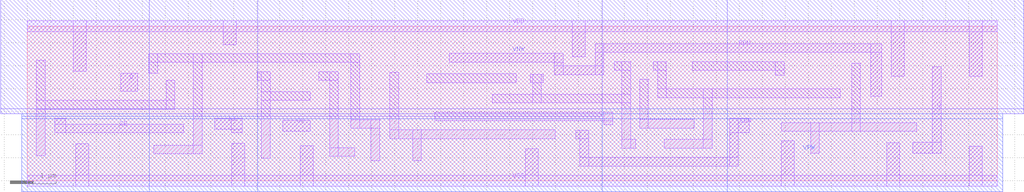
<source format=lef>
#Note:
#IP Version:v0p1
#DK Version:v0p1
SITE  uhd50_CoreSite
    CLASS	CORE ;
    SYMMETRY	Y ;
    SIZE	0.480 BY 3.36 ;
END  uhd50_CoreSite

VERSION 5.7 ;
BUSBITCHARS "[]" ;
DIVIDERCHAR "/" ;

MACRO AD1V1_7TV50
  CLASS CORE ;
  ORIGIN 0 0 ;
  FOREIGN AD1V1_7TV50 0 0 ;
  SIZE 14.88 BY 3.36 ;
  SYMMETRY X Y ;
  SITE uhd50_CoreSite ;
  PIN A
    DIRECTION INPUT ;
    USE SIGNAL ;
    PORT
      LAYER M1 ;
        RECT 2.13 1.91 4.815 2.1 ;
        RECT 4.4 1.91 4.815 2.28 ;
        RECT 6.135 1.41 10.745 1.6 ;
    END
  END A
  PIN B
    DIRECTION INPUT ;
    USE SIGNAL ;
    PORT
      LAYER M1 ;
        RECT 6.84 1.8 7.1 2.32 ;
        RECT 6.84 1.8 9.745 1.99 ;
    END
  END B
  PIN CI
    DIRECTION INPUT ;
    USE SIGNAL ;
    PORT
      LAYER M1 ;
        RECT 3.96 0.32 4.2 1.32 ;
        RECT 0.68 1.13 4.2 1.32 ;
        RECT 3.96 0.32 7.865 0.51 ;
    END
  END CI
  PIN CO
    DIRECTION OUTPUT ;
    USE SIGNAL ;
    PORT
      LAYER M1 ;
        RECT 12.525 0.595 12.715 2.43 ;
        RECT 12.525 2 12.84 2.43 ;
    END
  END CO
  PIN S
    DIRECTION OUTPUT ;
    USE SIGNAL ;
    PORT
      LAYER M1 ;
        RECT 14.28 0.56 14.47 2.475 ;
        RECT 14.28 0.56 14.76 0.88 ;
    END
  END S
  PIN VDD
    DIRECTION INOUT ;
    USE POWER ;
    SHAPE ABUTMENT ;
    PORT
      LAYER M1 ;
        RECT 1.595 2.735 1.875 3.48 ;
        RECT 3.355 2.395 3.635 3.48 ;
        RECT 8.12 2.59 8.4 3.48 ;
        RECT 10 2.97 10.28 3.48 ;
        RECT 13.43 2.28 13.665 3.48 ;
        RECT 0 3.24 14.88 3.48 ;
    END
  END VDD
  PIN VSS
    DIRECTION INOUT ;
    USE GROUND ;
    SHAPE ABUTMENT ;
    PORT
      LAYER M1 ;
        RECT 1.56 -0.12 1.84 0.93 ;
        RECT 3.315 -0.12 3.595 0.93 ;
        RECT 8.17 -0.12 8.45 0.82 ;
        RECT 10.03 -0.12 10.31 0.43 ;
        RECT 13.38 -0.12 13.66 0.705 ;
        RECT 0 -0.12 14.88 0.12 ;
    END
  END VSS
  PIN VPW
    DIRECTION INOUT ;
    USE GROUND ;
    PORT
      LAYER SN ;
        RECT 1.205 -0.24 8.735 1.56 ;
        RECT 5.445 -0.24 8.735 1.575 ;
        RECT -0.12 -0.24 15 1.46 ;
    END
  END VPW
  PIN VNW
    DIRECTION INOUT ;
    USE POWER ;
    PORT
      LAYER NW ;
        RECT -0.58 1.46 1.205 3.94 ;
        RECT -0.58 1.56 5.445 3.94 ;
        RECT 8.74 1.46 15.46 3.94 ;
        RECT -0.58 1.575 15.46 3.94 ;
    END
  END VNW
  OBS
    LAYER M1 ;
      RECT 1.005 2.345 2.785 2.535 ;
      RECT 9.09 2.58 11.19 2.77 ;
      RECT 9.07 0.63 11.275 0.82 ;
      RECT 5.015 0.74 5.295 0.93 ;
      RECT 0.2 1.52 5.245 1.71 ;
      RECT 11.33 1.99 11.52 2.38 ;
      RECT 7.335 2.19 11.52 2.38 ;
      RECT 0.2 0.595 0.39 2.58 ;
      RECT 5.055 0.74 5.245 2.945 ;
      RECT 7.335 2.19 7.525 2.945 ;
      RECT 5.055 2.755 7.525 2.945 ;
      RECT 11.935 0.585 12.125 1.21 ;
      RECT 5.655 1.02 12.125 1.21 ;
      RECT 13.04 1.805 14.04 1.995 ;
      RECT 5.655 0.71 5.845 2.555 ;
      RECT 5.655 2.365 5.935 2.555 ;
      RECT 11.805 1.02 11.995 2.82 ;
      RECT 13.04 1.805 13.23 2.82 ;
      RECT 11.805 2.63 13.23 2.82 ;
  END
END AD1V1_7TV50

MACRO AD1V2_7TV50
  CLASS CORE ;
  ORIGIN 0 0 ;
  FOREIGN AD1V2_7TV50 0 0 ;
  SIZE 16.8 BY 3.36 ;
  SYMMETRY X Y ;
  SITE uhd50_CoreSite ;
  PIN A
    DIRECTION INPUT ;
    USE SIGNAL ;
    PORT
      LAYER M1 ;
        RECT 2 1.56 2.32 1.8 ;
        RECT 2 1.61 4.755 1.8 ;
        RECT 6.355 1.41 11.06 1.6 ;
    END
  END A
  PIN B
    DIRECTION INPUT ;
    USE SIGNAL ;
    PORT
      LAYER M1 ;
        RECT 7.32 1.8 7.6 2.32 ;
        RECT 7.32 1.8 10.09 1.99 ;
    END
  END B
  PIN CI
    DIRECTION INPUT ;
    USE SIGNAL ;
    PORT
      LAYER M1 ;
        RECT 4.44 1.04 4.68 1.36 ;
        RECT 4.49 0.32 4.68 1.36 ;
        RECT 0.68 1.17 4.68 1.36 ;
        RECT 4.49 0.32 5.915 0.51 ;
    END
  END CI
  PIN CO
    DIRECTION OUTPUT ;
    USE SIGNAL ;
    PORT
      LAYER M1 ;
        RECT 13.59 0.64 13.78 2.43 ;
        RECT 13.545 2 13.825 2.43 ;
        RECT 13.59 0.64 13.875 0.83 ;
    END
  END CO
  PIN S
    DIRECTION OUTPUT ;
    USE SIGNAL ;
    PORT
      LAYER M1 ;
        RECT 15.29 0.595 15.48 2.475 ;
        RECT 15.29 0.595 15.76 0.84 ;
    END
  END S
  PIN VDD
    DIRECTION INOUT ;
    USE POWER ;
    SHAPE ABUTMENT ;
    PORT
      LAYER M1 ;
        RECT 1.595 2.78 1.875 3.48 ;
        RECT 3.295 2.47 3.575 3.48 ;
        RECT 8.585 2.71 8.865 3.48 ;
        RECT 10.345 2.97 10.625 3.48 ;
        RECT 12.695 2.745 12.93 3.48 ;
        RECT 14.44 2.275 14.675 3.48 ;
        RECT 16.095 2.275 16.375 3.48 ;
        RECT 0 3.24 16.8 3.48 ;
    END
  END VDD
  PIN VSS
    DIRECTION INOUT ;
    USE GROUND ;
    SHAPE ABUTMENT ;
    PORT
      LAYER M1 ;
        RECT 1.645 -0.12 1.925 0.58 ;
        RECT 1.645 -0.12 3.725 0.125 ;
        RECT 3.445 -0.12 3.725 0.815 ;
        RECT 8.385 -0.12 8.665 0.775 ;
        RECT 10.245 -0.12 10.525 0.39 ;
        RECT 12.695 -0.12 12.975 0.75 ;
        RECT 14.495 -0.12 14.775 0.75 ;
        RECT 16.295 -0.12 16.575 0.75 ;
        RECT 0 -0.12 16.8 0.12 ;
    END
  END VSS
  PIN VPW
    DIRECTION INOUT ;
    USE GROUND ;
    PORT
      LAYER SN ;
        RECT 4.03 -0.24 8.935 1.53 ;
        RECT 5.575 -0.24 8.935 1.575 ;
        RECT -0.12 -0.24 16.92 1.46 ;
    END
  END VPW
  PIN VNW
    DIRECTION INOUT ;
    USE POWER ;
    PORT
      LAYER NW ;
        RECT -0.58 1.46 4.03 3.94 ;
        RECT -0.58 1.53 5.575 3.94 ;
        RECT 8.935 1.46 17.38 3.94 ;
        RECT -0.58 1.575 17.38 3.94 ;
    END
  END VNW
  OBS
    LAYER M1 ;
      RECT 1.005 2.39 2.725 2.58 ;
      RECT 1.1 0.595 1.29 0.97 ;
      RECT 2.59 0.595 2.78 0.97 ;
      RECT 1.1 0.78 2.78 0.97 ;
      RECT 9.285 0.59 11.485 0.78 ;
      RECT 9.435 2.58 11.535 2.77 ;
      RECT 4.995 0.71 5.48 0.9 ;
      RECT 0.2 2 5.185 2.19 ;
      RECT 11.675 1.775 11.865 2.38 ;
      RECT 7.8 2.19 11.865 2.38 ;
      RECT 0.2 0.595 0.39 2.475 ;
      RECT 4.995 0.71 5.185 2.965 ;
      RECT 7.8 2.19 7.99 2.965 ;
      RECT 4.995 2.775 7.99 2.965 ;
      RECT 5.875 1.02 12.34 1.21 ;
      RECT 14.025 1.805 15.05 1.995 ;
      RECT 12.15 0.595 12.34 2.49 ;
      RECT 5.875 0.71 6.065 2.575 ;
      RECT 12.15 2.3 13.345 2.49 ;
      RECT 5.875 2.385 6.405 2.575 ;
      RECT 13.155 2.3 13.345 2.82 ;
      RECT 14.025 1.805 14.215 2.82 ;
      RECT 13.155 2.63 14.215 2.82 ;
  END
END AD1V2_7TV50

MACRO ADH1V1_7TV50
  CLASS CORE ;
  ORIGIN 0 0 ;
  FOREIGN ADH1V1_7TV50 0 0 ;
  SIZE 7.68 BY 3.36 ;
  SYMMETRY X Y ;
  SITE uhd50_CoreSite ;
  PIN A
    DIRECTION INPUT ;
    USE SIGNAL ;
    PORT
      LAYER M1 ;
        RECT 2.52 0.56 2.76 1.22 ;
    END
  END A
  PIN B
    DIRECTION INPUT ;
    USE SIGNAL ;
    PORT
      LAYER M1 ;
        RECT 2.05 1.85 4.68 2.04 ;
        RECT 4.44 1.85 4.68 2.32 ;
    END
  END B
  PIN CO
    DIRECTION OUTPUT ;
    USE SIGNAL ;
    PORT
      LAYER M1 ;
        RECT 0.335 0.595 0.9 0.84 ;
        RECT 0.71 0.595 0.9 2.475 ;
    END
  END CO
  PIN S
    DIRECTION OUTPUT ;
    USE SIGNAL ;
    PORT
      LAYER M1 ;
        RECT 6.68 0.6 6.87 2.48 ;
        RECT 6.68 0.6 7.255 0.84 ;
    END
  END S
  PIN VDD
    DIRECTION INOUT ;
    USE POWER ;
    SHAPE ABUTMENT ;
    PORT
      LAYER M1 ;
        RECT 1.515 2.675 1.795 3.48 ;
        RECT 3.275 2.33 3.555 3.48 ;
        RECT 5.785 2.28 6.065 3.48 ;
        RECT 0 3.24 7.68 3.48 ;
    END
  END VDD
  PIN VSS
    DIRECTION INOUT ;
    USE GROUND ;
    SHAPE ABUTMENT ;
    PORT
      LAYER M1 ;
        RECT 1.235 -0.12 1.515 0.765 ;
        RECT 6.12 -0.12 6.355 0.75 ;
        RECT 0 -0.12 7.68 0.12 ;
    END
  END VSS
  PIN VPW
    DIRECTION INOUT ;
    USE GROUND ;
    PORT
      LAYER SN ;
        RECT 3.655 -0.24 5.805 1.47 ;
        RECT -0.12 -0.24 7.8 1.46 ;
    END
  END VPW
  PIN VNW
    DIRECTION INOUT ;
    USE POWER ;
    PORT
      LAYER NW ;
        RECT -0.58 1.46 3.385 3.94 ;
        RECT 5.535 1.46 8.26 3.94 ;
        RECT -0.58 1.47 8.26 3.94 ;
    END
  END VNW
  OBS
    LAYER M1 ;
      RECT 2.98 0.505 3.17 1.65 ;
      RECT 1.66 1.46 5.53 1.65 ;
      RECT 1.14 1.805 1.85 1.995 ;
      RECT 1.66 1.46 1.85 2.475 ;
      RECT 1.66 2.285 2.705 2.475 ;
      RECT 4.32 0.65 5.92 0.84 ;
      RECT 5.73 0.65 5.92 2.045 ;
      RECT 6.205 1.765 6.395 2.045 ;
      RECT 4.92 1.855 6.395 2.045 ;
      RECT 4.92 1.855 5.11 2.52 ;
  END
END ADH1V1_7TV50

MACRO ADH1V2_7TV50
  CLASS CORE ;
  ORIGIN 0 0 ;
  FOREIGN ADH1V2_7TV50 0 0 ;
  SIZE 9.6 BY 3.36 ;
  SYMMETRY X Y ;
  SITE uhd50_CoreSite ;
  PIN A
    DIRECTION INPUT ;
    USE SIGNAL ;
    PORT
      LAYER M1 ;
        RECT 3.48 0.56 3.72 1.26 ;
    END
  END A
  PIN B
    DIRECTION INPUT ;
    USE SIGNAL ;
    PORT
      LAYER M1 ;
        RECT 2.98 1.85 5.64 2.04 ;
        RECT 5.375 1.85 5.64 2.32 ;
    END
  END B
  PIN CO
    DIRECTION OUTPUT ;
    USE SIGNAL ;
    PORT
      LAYER M1 ;
        RECT 1.355 0.6 1.89 0.84 ;
        RECT 1.7 0.6 1.89 2.48 ;
    END
  END CO
  PIN S
    DIRECTION OUTPUT ;
    USE SIGNAL ;
    PORT
      LAYER M1 ;
        RECT 8.11 0.6 8.3 2.48 ;
        RECT 8.11 0.6 8.56 0.84 ;
    END
  END S
  PIN VDD
    DIRECTION INOUT ;
    USE POWER ;
    SHAPE ABUTMENT ;
    PORT
      LAYER M1 ;
        RECT 0.805 2.28 1.085 3.48 ;
        RECT 2.505 2.69 2.785 3.48 ;
        RECT 4.205 2.3 4.485 3.48 ;
        RECT 6.935 2.75 7.215 3.48 ;
        RECT 8.915 2.28 9.195 3.48 ;
        RECT 0 3.24 9.6 3.48 ;
    END
  END VDD
  PIN VSS
    DIRECTION INOUT ;
    USE GROUND ;
    SHAPE ABUTMENT ;
    PORT
      LAYER M1 ;
        RECT 0.455 -0.12 0.735 0.765 ;
        RECT 2.255 -0.12 2.535 0.7 ;
        RECT 7.41 -0.12 7.645 0.79 ;
        RECT 9.165 -0.12 9.445 0.735 ;
        RECT 0 -0.12 9.6 0.12 ;
    END
  END VSS
  PIN VPW
    DIRECTION INOUT ;
    USE GROUND ;
    PORT
      LAYER SN ;
        RECT 4.9 -0.24 5.79 1.53 ;
        RECT -0.12 -0.24 9.72 1.46 ;
    END
  END VPW
  PIN VNW
    DIRECTION INOUT ;
    USE POWER ;
    PORT
      LAYER NW ;
        RECT -0.58 1.46 6.1 3.94 ;
        RECT 6.99 1.46 10.18 3.94 ;
        RECT -0.58 1.53 10.18 3.94 ;
    END
  END VNW
  OBS
    LAYER M1 ;
      RECT 4.59 0.595 4.78 1.05 ;
      RECT 6.405 0.71 6.685 0.9 ;
      RECT 4.59 0.86 6.595 1.05 ;
      RECT 4 0.545 4.19 1.65 ;
      RECT 6.525 1.37 6.715 1.65 ;
      RECT 2.59 1.46 6.715 1.65 ;
      RECT 2.13 1.81 2.78 2 ;
      RECT 2.59 1.46 2.78 2.475 ;
      RECT 2.59 2.285 3.635 2.475 ;
      RECT 5.535 0.32 7.195 0.51 ;
      RECT 5.445 0.47 5.725 0.66 ;
      RECT 7.005 1.81 7.87 2 ;
      RECT 7.005 0.32 7.195 2.285 ;
      RECT 5.85 2.095 7.195 2.285 ;
      RECT 5.85 2.095 6.04 2.81 ;
  END
END ADH1V2_7TV50

MACRO AND2V1_7TV50
  CLASS CORE ;
  ORIGIN 0 0 ;
  FOREIGN AND2V1_7TV50 0 0 ;
  SIZE 3.36 BY 3.36 ;
  SYMMETRY X Y ;
  SITE uhd50_CoreSite ;
  PIN A1
    DIRECTION INPUT ;
    USE SIGNAL ;
    PORT
      LAYER M1 ;
        RECT 0.6 1.03 0.985 1.41 ;
    END
  END A1
  PIN A2
    DIRECTION INPUT ;
    USE SIGNAL ;
    PORT
      LAYER M1 ;
        RECT 1.695 1.485 2.28 1.84 ;
    END
  END A2
  PIN VDD
    DIRECTION INOUT ;
    USE POWER ;
    SHAPE ABUTMENT ;
    PORT
      LAYER M1 ;
        RECT 0.375 2.23 0.655 3.48 ;
        RECT 1.97 2.885 2.25 3.48 ;
        RECT 0 3.24 3.36 3.48 ;
    END
  END VDD
  PIN VSS
    DIRECTION INOUT ;
    USE GROUND ;
    SHAPE ABUTMENT ;
    PORT
      LAYER M1 ;
        RECT 2.025 -0.12 2.305 0.835 ;
        RECT 0 -0.12 3.36 0.12 ;
    END
  END VSS
  PIN Z
    DIRECTION OUTPUT ;
    USE SIGNAL ;
    PORT
      LAYER M1 ;
        RECT 2.97 0.56 3.16 2.475 ;
        RECT 2.97 0.56 3.24 0.88 ;
    END
  END Z
  PIN VPW
    DIRECTION INOUT ;
    USE GROUND ;
    PORT
      LAYER SN ;
        RECT -0.12 -0.24 3.48 1.46 ;
    END
  END VPW
  PIN VNW
    DIRECTION INOUT ;
    USE POWER ;
    PORT
      LAYER NW ;
        RECT -0.58 1.46 3.94 3.94 ;
    END
  END VNW
  OBS
    LAYER M1 ;
      RECT 0.325 0.64 1.46 0.83 ;
      RECT 1.27 1.075 2.68 1.265 ;
      RECT 1.27 0.64 1.46 2.475 ;
  END
END AND2V1_7TV50

MACRO AND2V2_7TV50
  CLASS CORE ;
  ORIGIN 0 0 ;
  FOREIGN AND2V2_7TV50 0 0 ;
  SIZE 4.32 BY 3.36 ;
  SYMMETRY X Y ;
  SITE uhd50_CoreSite ;
  PIN A1
    DIRECTION INPUT ;
    USE SIGNAL ;
    PORT
      LAYER M1 ;
        RECT 3.18 1.56 3.76 1.81 ;
    END
  END A1
  PIN A2
    DIRECTION INPUT ;
    USE SIGNAL ;
    PORT
      LAYER M1 ;
        RECT 2 1.08 2.51 1.365 ;
    END
  END A2
  PIN VDD
    DIRECTION INOUT ;
    USE POWER ;
    SHAPE ABUTMENT ;
    PORT
      LAYER M1 ;
        RECT 0.155 2.28 0.435 3.48 ;
        RECT 1.855 2.28 2.135 3.48 ;
        RECT 3.555 2.27 3.835 3.48 ;
        RECT 0 3.24 4.32 3.48 ;
    END
  END VDD
  PIN VSS
    DIRECTION INOUT ;
    USE GROUND ;
    SHAPE ABUTMENT ;
    PORT
      LAYER M1 ;
        RECT 0.155 -0.12 0.435 0.72 ;
        RECT 1.955 -0.12 2.235 0.695 ;
        RECT 0 -0.12 4.32 0.12 ;
    END
  END VSS
  PIN Z
    DIRECTION OUTPUT ;
    USE SIGNAL ;
    PORT
      LAYER M1 ;
        RECT 1.05 0.56 1.24 2.475 ;
        RECT 1.05 0.56 1.32 0.88 ;
    END
  END Z
  PIN VPW
    DIRECTION INOUT ;
    USE GROUND ;
    PORT
      LAYER SN ;
        RECT -0.12 -0.24 4.44 1.46 ;
    END
  END VPW
  PIN VNW
    DIRECTION INOUT ;
    USE POWER ;
    PORT
      LAYER NW ;
        RECT -0.58 1.46 4.9 3.94 ;
    END
  END VNW
  OBS
    LAYER M1 ;
      RECT 2.75 0.64 3.935 0.83 ;
      RECT 1.48 1.805 2.94 1.995 ;
      RECT 2.75 0.64 2.94 2.475 ;
  END
END AND2V2_7TV50

MACRO AND2V4_7TV50
  CLASS CORE ;
  ORIGIN 0 0 ;
  FOREIGN AND2V4_7TV50 0 0 ;
  SIZE 7.68 BY 3.36 ;
  SYMMETRY X Y ;
  SITE uhd50_CoreSite ;
  PIN A1
    DIRECTION INPUT ;
    USE SIGNAL ;
    PORT
      LAYER M1 ;
        RECT 1.04 1.08 1.675 1.32 ;
    END
  END A1
  PIN A2
    DIRECTION INPUT ;
    USE SIGNAL ;
    PORT
      LAYER M1 ;
        RECT 2.96 1.56 3.375 1.8 ;
        RECT 0.745 1.61 3.375 1.8 ;
    END
  END A2
  PIN VDD
    DIRECTION INOUT ;
    USE POWER ;
    SHAPE ABUTMENT ;
    PORT
      LAYER M1 ;
        RECT 0.27 2.35 0.55 3.48 ;
        RECT 1.97 2.52 2.25 3.48 ;
        RECT 3.67 2.52 3.95 3.48 ;
        RECT 5.37 2.355 5.65 3.48 ;
        RECT 7.07 2.285 7.35 3.48 ;
        RECT 0 3.24 7.68 3.48 ;
    END
  END VDD
  PIN VSS
    DIRECTION INOUT ;
    USE GROUND ;
    SHAPE ABUTMENT ;
    PORT
      LAYER M1 ;
        RECT 0.22 -0.12 0.5 0.75 ;
        RECT 3.62 -0.12 3.9 0.75 ;
        RECT 5.42 -0.12 5.7 0.625 ;
        RECT 7.22 -0.12 7.5 0.73 ;
        RECT 0 -0.12 7.68 0.12 ;
    END
  END VSS
  PIN Z
    DIRECTION OUTPUT ;
    USE SIGNAL ;
    PORT
      LAYER M1 ;
        RECT 4.565 0.595 4.755 1.015 ;
        RECT 4.565 1.965 4.755 2.475 ;
        RECT 5.465 0.825 5.655 2.155 ;
        RECT 4.565 1.965 6.455 2.155 ;
        RECT 6.265 1.965 6.455 2.475 ;
        RECT 6.36 0.56 6.6 1.015 ;
        RECT 4.565 0.825 6.6 1.015 ;
    END
  END Z
  PIN VPW
    DIRECTION INOUT ;
    USE GROUND ;
    PORT
      LAYER SN ;
        RECT -0.12 -0.24 7.8 1.46 ;
    END
  END VPW
  PIN VNW
    DIRECTION INOUT ;
    USE POWER ;
    PORT
      LAYER NW ;
        RECT -0.58 1.46 8.26 3.94 ;
    END
  END VNW
  OBS
    LAYER M1 ;
      RECT 1.965 0.595 2.155 1.22 ;
      RECT 1.965 1.03 3.765 1.22 ;
      RECT 3.575 1.395 4.975 1.585 ;
      RECT 3.575 1.03 3.765 2.32 ;
      RECT 1.165 2.13 3.765 2.32 ;
      RECT 1.165 2.13 1.355 2.48 ;
      RECT 2.865 2.13 3.055 2.48 ;
  END
END AND2V4_7TV50

MACRO AND3V1_7TV50
  CLASS CORE ;
  ORIGIN 0 0 ;
  FOREIGN AND3V1_7TV50 0 0 ;
  SIZE 4.32 BY 3.36 ;
  SYMMETRY X Y ;
  SITE uhd50_CoreSite ;
  PIN A1
    DIRECTION INPUT ;
    USE SIGNAL ;
    PORT
      LAYER M1 ;
        RECT 0.705 1.075 1.36 1.32 ;
    END
  END A1
  PIN A2
    DIRECTION INPUT ;
    USE SIGNAL ;
    PORT
      LAYER M1 ;
        RECT 1.42 1.56 2.02 1.8 ;
    END
  END A2
  PIN A3
    DIRECTION INPUT ;
    USE SIGNAL ;
    PORT
      LAYER M1 ;
        RECT 2.335 1.04 2.785 1.36 ;
    END
  END A3
  PIN VDD
    DIRECTION INOUT ;
    USE POWER ;
    SHAPE ABUTMENT ;
    PORT
      LAYER M1 ;
        RECT 1.03 2.4 1.31 3.48 ;
        RECT 2.73 2.4 3.01 3.48 ;
        RECT 0 3.24 4.32 3.48 ;
    END
  END VDD
  PIN VSS
    DIRECTION INOUT ;
    USE GROUND ;
    SHAPE ABUTMENT ;
    PORT
      LAYER M1 ;
        RECT 2.68 -0.12 2.96 0.84 ;
        RECT 0 -0.12 4.32 0.12 ;
    END
  END VSS
  PIN Z
    DIRECTION OUTPUT ;
    USE SIGNAL ;
    PORT
      LAYER M1 ;
        RECT 3.44 0.595 3.815 0.84 ;
        RECT 3.625 0.595 3.815 2.475 ;
    END
  END Z
  PIN VPW
    DIRECTION INOUT ;
    USE GROUND ;
    PORT
      LAYER SN ;
        RECT -0.12 -0.24 4.44 1.46 ;
    END
  END VPW
  PIN VNW
    DIRECTION INOUT ;
    USE POWER ;
    PORT
      LAYER NW ;
        RECT -0.58 1.46 4.9 3.94 ;
    END
  END VNW
  OBS
    LAYER M1 ;
      RECT 3.15 1.76 3.34 2.2 ;
      RECT 0.225 2.01 3.34 2.2 ;
      RECT 0.225 0.595 0.415 2.475 ;
      RECT 1.925 2.01 2.115 2.48 ;
  END
END AND3V1_7TV50

MACRO AND3V2_7TV50
  CLASS CORE ;
  ORIGIN 0 0 ;
  FOREIGN AND3V2_7TV50 0 0 ;
  SIZE 5.28 BY 3.36 ;
  SYMMETRY X Y ;
  SITE uhd50_CoreSite ;
  PIN A1
    DIRECTION INPUT ;
    USE SIGNAL ;
    PORT
      LAYER M1 ;
        RECT 0.87 1.04 1.32 1.36 ;
    END
  END A1
  PIN A2
    DIRECTION INPUT ;
    USE SIGNAL ;
    PORT
      LAYER M1 ;
        RECT 1.56 1.52 1.865 1.995 ;
    END
  END A2
  PIN A3
    DIRECTION INPUT ;
    USE SIGNAL ;
    PORT
      LAYER M1 ;
        RECT 2.34 1.04 2.76 1.385 ;
    END
  END A3
  PIN VDD
    DIRECTION INOUT ;
    USE POWER ;
    SHAPE ABUTMENT ;
    PORT
      LAYER M1 ;
        RECT 1.205 2.695 1.485 3.48 ;
        RECT 2.905 2.695 3.185 3.48 ;
        RECT 4.605 2.28 4.885 3.48 ;
        RECT 0 3.24 5.28 3.48 ;
    END
  END VDD
  PIN VSS
    DIRECTION INOUT ;
    USE GROUND ;
    SHAPE ABUTMENT ;
    PORT
      LAYER M1 ;
        RECT 2.855 -0.12 3.135 0.705 ;
        RECT 4.655 -0.12 4.935 0.725 ;
        RECT 0 -0.12 5.28 0.12 ;
    END
  END VSS
  PIN Z
    DIRECTION OUTPUT ;
    USE SIGNAL ;
    PORT
      LAYER M1 ;
        RECT 3.8 0.56 3.99 2.475 ;
        RECT 3.8 0.56 4.2 0.88 ;
    END
  END Z
  PIN VPW
    DIRECTION INOUT ;
    USE GROUND ;
    PORT
      LAYER SN ;
        RECT -0.12 -0.24 5.4 1.46 ;
    END
  END VPW
  PIN VNW
    DIRECTION INOUT ;
    USE POWER ;
    PORT
      LAYER NW ;
        RECT -0.58 1.46 5.86 3.94 ;
    END
  END VNW
  OBS
    LAYER M1 ;
      RECT 0.4 0.595 0.59 2.475 ;
      RECT 3.325 1.76 3.515 2.475 ;
      RECT 0.4 2.285 3.515 2.475 ;
  END
END AND3V2_7TV50

MACRO AND3V4_7TV50
  CLASS CORE ;
  ORIGIN 0 0 ;
  FOREIGN AND3V4_7TV50 0 0 ;
  SIZE 10.56 BY 3.36 ;
  SYMMETRY X Y ;
  SITE uhd50_CoreSite ;
  PIN A1
    DIRECTION INPUT ;
    USE SIGNAL ;
    PORT
      LAYER M1 ;
        RECT 0.56 1.06 1.045 1.36 ;
    END
  END A1
  PIN A2
    DIRECTION INPUT ;
    USE SIGNAL ;
    PORT
      LAYER M1 ;
        RECT 2.48 1.06 2.92 1.39 ;
    END
  END A2
  PIN A3
    DIRECTION INPUT ;
    USE SIGNAL ;
    PORT
      LAYER M1 ;
        RECT 4.695 1.56 5.295 1.8 ;
    END
  END A3
  PIN VDD
    DIRECTION INOUT ;
    USE POWER ;
    SHAPE ABUTMENT ;
    PORT
      LAYER M1 ;
        RECT 1.24 2.495 1.52 3.48 ;
        RECT 2.94 2.685 3.22 3.48 ;
        RECT 4.64 2.685 4.92 3.48 ;
        RECT 6.34 2.685 6.62 3.48 ;
        RECT 8.04 2.675 8.32 3.48 ;
        RECT 9.74 2.295 10.02 3.48 ;
        RECT 0 3.24 10.56 3.48 ;
    END
  END VDD
  PIN VSS
    DIRECTION INOUT ;
    USE GROUND ;
    SHAPE ABUTMENT ;
    PORT
      LAYER M1 ;
        RECT 4.64 -0.12 4.92 0.76 ;
        RECT 6.44 -0.12 6.72 0.815 ;
        RECT 8.24 -0.12 8.52 0.58 ;
        RECT 10.04 -0.12 10.32 0.745 ;
        RECT 0 -0.12 10.56 0.12 ;
    END
  END VSS
  PIN Z
    DIRECTION OUTPUT ;
    USE SIGNAL ;
    PORT
      LAYER M1 ;
        RECT 7.385 0.595 7.575 0.97 ;
        RECT 8.98 0.78 9.17 2.435 ;
        RECT 7.19 2.235 9.17 2.435 ;
        RECT 9.185 0.56 9.48 0.97 ;
        RECT 7.385 0.78 9.48 0.97 ;
    END
  END Z
  PIN VPW
    DIRECTION INOUT ;
    USE GROUND ;
    PORT
      LAYER SN ;
        RECT 0.965 -0.24 4.715 1.585 ;
        RECT -0.12 -0.24 10.68 1.46 ;
    END
  END VPW
  PIN VNW
    DIRECTION INOUT ;
    USE POWER ;
    PORT
      LAYER NW ;
        RECT -0.58 1.46 0.965 3.94 ;
        RECT 4.715 1.46 11.14 3.94 ;
        RECT -0.58 1.585 11.14 3.94 ;
    END
  END VNW
  OBS
    LAYER M1 ;
      RECT 0.435 0.375 4.24 0.565 ;
      RECT 4.05 0.375 4.24 0.955 ;
      RECT 0.435 0.375 0.625 0.86 ;
      RECT 2.295 0.375 2.485 0.86 ;
      RECT 4.05 0.765 4.33 0.955 ;
      RECT 3.15 0.765 3.43 0.955 ;
      RECT 3.24 0.765 3.43 1.345 ;
      RECT 5.585 0.595 5.775 1.345 ;
      RECT 3.24 1.155 5.775 1.345 ;
      RECT 1.35 0.765 1.63 0.955 ;
      RECT 1.44 0.765 1.63 1.995 ;
      RECT 1.44 1.805 2.325 1.995 ;
      RECT 5.535 1.805 7.845 1.995 ;
      RECT 2.135 2.295 5.725 2.485 ;
      RECT 2.135 1.805 2.325 2.6 ;
      RECT 3.835 2.295 4.025 2.6 ;
      RECT 5.535 1.805 5.725 2.6 ;
  END
END AND3V4_7TV50

MACRO AND4V1_7TV50
  CLASS CORE ;
  ORIGIN 0 0 ;
  FOREIGN AND4V1_7TV50 0 0 ;
  SIZE 5.28 BY 3.36 ;
  SYMMETRY X Y ;
  SITE uhd50_CoreSite ;
  PIN A1
    DIRECTION INPUT ;
    USE SIGNAL ;
    PORT
      LAYER M1 ;
        RECT 0.39 1.52 0.84 1.84 ;
    END
  END A1
  PIN A2
    DIRECTION INPUT ;
    USE SIGNAL ;
    PORT
      LAYER M1 ;
        RECT 1.52 1.03 1.86 1.455 ;
    END
  END A2
  PIN A3
    DIRECTION INPUT ;
    USE SIGNAL ;
    PORT
      LAYER M1 ;
        RECT 2.33 1.49 2.8 1.8 ;
    END
  END A3
  PIN A4
    DIRECTION INPUT ;
    USE SIGNAL ;
    PORT
      LAYER M1 ;
        RECT 2.945 1.04 3.46 1.32 ;
    END
  END A4
  PIN VDD
    DIRECTION INOUT ;
    USE POWER ;
    SHAPE ABUTMENT ;
    PORT
      LAYER M1 ;
        RECT 0.155 2.275 0.435 3.48 ;
        RECT 1.855 2.4 2.135 3.48 ;
        RECT 3.615 2.4 3.895 3.48 ;
        RECT 0 3.24 5.28 3.48 ;
    END
  END VDD
  PIN VSS
    DIRECTION INOUT ;
    USE GROUND ;
    SHAPE ABUTMENT ;
    PORT
      LAYER M1 ;
        RECT 3.495 -0.12 3.775 0.835 ;
        RECT 0 -0.12 5.28 0.12 ;
    END
  END VSS
  PIN Z
    DIRECTION OUTPUT ;
    USE SIGNAL ;
    PORT
      LAYER M1 ;
        RECT 4.44 0.56 4.7 0.88 ;
        RECT 4.51 0.56 4.7 2.475 ;
    END
  END Z
  PIN VPW
    DIRECTION INOUT ;
    USE GROUND ;
    PORT
      LAYER SN ;
        RECT -0.12 -0.24 5.4 1.46 ;
    END
  END VPW
  PIN VNW
    DIRECTION INOUT ;
    USE POWER ;
    PORT
      LAYER NW ;
        RECT -0.58 1.46 5.86 3.94 ;
    END
  END VNW
  OBS
    LAYER M1 ;
      RECT 0.195 0.64 1.24 0.83 ;
      RECT 4.035 1.76 4.225 2.2 ;
      RECT 1.05 2.01 4.225 2.2 ;
      RECT 1.05 0.64 1.24 2.475 ;
      RECT 2.75 2.01 2.94 2.475 ;
  END
END AND4V1_7TV50

MACRO AND4V2_7TV50
  CLASS CORE ;
  ORIGIN 0 0 ;
  FOREIGN AND4V2_7TV50 0 0 ;
  SIZE 5.76 BY 3.36 ;
  SYMMETRY X Y ;
  SITE uhd50_CoreSite ;
  PIN A1
    DIRECTION INPUT ;
    USE SIGNAL ;
    PORT
      LAYER M1 ;
        RECT 0.39 1.52 0.84 1.84 ;
    END
  END A1
  PIN A2
    DIRECTION INPUT ;
    USE SIGNAL ;
    PORT
      LAYER M1 ;
        RECT 1.52 1.075 1.84 1.525 ;
    END
  END A2
  PIN A3
    DIRECTION INPUT ;
    USE SIGNAL ;
    PORT
      LAYER M1 ;
        RECT 2.2 1.56 2.8 1.8 ;
    END
  END A3
  PIN A4
    DIRECTION INPUT ;
    USE SIGNAL ;
    PORT
      LAYER M1 ;
        RECT 2.96 0.94 3.34 1.32 ;
    END
  END A4
  PIN VDD
    DIRECTION INOUT ;
    USE POWER ;
    SHAPE ABUTMENT ;
    PORT
      LAYER M1 ;
        RECT 0.155 2.245 0.435 3.48 ;
        RECT 1.855 2.68 2.135 3.48 ;
        RECT 3.555 2.68 3.835 3.48 ;
        RECT 5.255 2.28 5.535 3.48 ;
        RECT 0 3.24 5.76 3.48 ;
    END
  END VDD
  PIN VSS
    DIRECTION INOUT ;
    USE GROUND ;
    SHAPE ABUTMENT ;
    PORT
      LAYER M1 ;
        RECT 3.505 -0.12 3.785 0.745 ;
        RECT 5.305 -0.12 5.585 0.715 ;
        RECT 0 -0.12 5.76 0.12 ;
    END
  END VSS
  PIN Z
    DIRECTION OUTPUT ;
    USE SIGNAL ;
    PORT
      LAYER M1 ;
        RECT 4.45 0.56 4.64 2.475 ;
        RECT 4.44 0.56 4.68 0.88 ;
    END
  END Z
  PIN VPW
    DIRECTION INOUT ;
    USE GROUND ;
    PORT
      LAYER SN ;
        RECT -0.12 -0.24 5.88 1.46 ;
    END
  END VPW
  PIN VNW
    DIRECTION INOUT ;
    USE POWER ;
    PORT
      LAYER NW ;
        RECT -0.58 1.46 6.34 3.94 ;
    END
  END VNW
  OBS
    LAYER M1 ;
      RECT 0.205 0.64 1.24 0.83 ;
      RECT 1.05 0.64 1.24 2.475 ;
      RECT 3.975 1.76 4.165 2.475 ;
      RECT 1.05 2.285 4.165 2.475 ;
  END
END AND4V2_7TV50

MACRO AO112V1_7TV50
  CLASS CORE ;
  ORIGIN 0 0 ;
  FOREIGN AO112V1_7TV50 0 0 ;
  SIZE 5.28 BY 3.36 ;
  SYMMETRY X Y ;
  SITE uhd50_CoreSite ;
  PIN A1
    DIRECTION INPUT ;
    USE SIGNAL ;
    PORT
      LAYER M1 ;
        RECT 0.48 1.52 0.93 1.84 ;
    END
  END A1
  PIN A2
    DIRECTION INPUT ;
    USE SIGNAL ;
    PORT
      LAYER M1 ;
        RECT 1.56 1.72 1.8 2.32 ;
    END
  END A2
  PIN B
    DIRECTION INPUT ;
    USE SIGNAL ;
    PORT
      LAYER M1 ;
        RECT 3.125 1.76 3.315 2.32 ;
        RECT 3 2 3.315 2.32 ;
    END
  END B
  PIN C
    DIRECTION INPUT ;
    USE SIGNAL ;
    PORT
      LAYER M1 ;
        RECT 2.475 1.56 2.8 2.005 ;
    END
  END C
  PIN VDD
    DIRECTION INOUT ;
    USE POWER ;
    SHAPE ABUTMENT ;
    PORT
      LAYER M1 ;
        RECT 3.615 2.23 3.895 3.48 ;
        RECT 0 3.24 5.28 3.48 ;
    END
  END VDD
  PIN VSS
    DIRECTION INOUT ;
    USE GROUND ;
    SHAPE ABUTMENT ;
    PORT
      LAYER M1 ;
        RECT 1.885 -0.12 2.165 0.83 ;
        RECT 1.885 -0.12 3.965 0.125 ;
        RECT 3.685 -0.12 3.965 0.83 ;
        RECT 0 -0.12 5.28 0.12 ;
    END
  END VSS
  PIN Z
    DIRECTION OUTPUT ;
    USE SIGNAL ;
    PORT
      LAYER M1 ;
        RECT 4.51 0.6 4.7 2.475 ;
        RECT 4.4 0.6 4.865 0.84 ;
    END
  END Z
  PIN VPW
    DIRECTION INOUT ;
    USE GROUND ;
    PORT
      LAYER SN ;
        RECT -0.12 -0.24 5.4 1.46 ;
    END
  END VPW
  PIN VNW
    DIRECTION INOUT ;
    USE POWER ;
    PORT
      LAYER NW ;
        RECT -0.58 1.46 5.86 3.94 ;
    END
  END VNW
  OBS
    LAYER M1 ;
      RECT 0.28 2.28 0.47 2.865 ;
      RECT 2 2.285 2.19 2.865 ;
      RECT 0.28 2.675 2.19 2.865 ;
      RECT 0.185 0.64 1.32 0.83 ;
      RECT 2.83 0.595 3.02 1.31 ;
      RECT 4.105 1.03 4.295 1.31 ;
      RECT 1.13 1.12 4.295 1.31 ;
      RECT 1.13 0.64 1.32 2.475 ;
  END
END AO112V1_7TV50

MACRO AO112V2_7TV50
  CLASS CORE ;
  ORIGIN 0 0 ;
  FOREIGN AO112V2_7TV50 0 0 ;
  SIZE 6.24 BY 3.36 ;
  SYMMETRY X Y ;
  SITE uhd50_CoreSite ;
  PIN A1
    DIRECTION INPUT ;
    USE SIGNAL ;
    PORT
      LAYER M1 ;
        RECT 0.44 1.04 0.89 1.36 ;
    END
  END A1
  PIN A2
    DIRECTION INPUT ;
    USE SIGNAL ;
    PORT
      LAYER M1 ;
        RECT 1.56 1.52 2.01 1.84 ;
    END
  END A2
  PIN B
    DIRECTION INPUT ;
    USE SIGNAL ;
    PORT
      LAYER M1 ;
        RECT 3.16 1.56 3.76 1.8 ;
    END
  END B
  PIN C
    DIRECTION INPUT ;
    USE SIGNAL ;
    PORT
      LAYER M1 ;
        RECT 2.46 1.76 2.65 2.28 ;
        RECT 2.46 1.975 2.8 2.28 ;
    END
  END C
  PIN VDD
    DIRECTION INOUT ;
    USE POWER ;
    SHAPE ABUTMENT ;
    PORT
      LAYER M1 ;
        RECT 3.54 2.265 3.82 3.48 ;
        RECT 5.24 2.285 5.52 3.48 ;
        RECT 0 3.24 6.24 3.48 ;
    END
  END VDD
  PIN VSS
    DIRECTION INOUT ;
    USE GROUND ;
    SHAPE ABUTMENT ;
    PORT
      LAYER M1 ;
        RECT 1.89 -0.12 2.17 0.715 ;
        RECT 3.69 -0.12 3.97 0.715 ;
        RECT 1.89 -0.12 5.77 0.125 ;
        RECT 5.49 -0.12 5.77 0.725 ;
        RECT 0 -0.12 6.24 0.12 ;
    END
  END VSS
  PIN Z
    DIRECTION OUTPUT ;
    USE SIGNAL ;
    PORT
      LAYER M1 ;
        RECT 4.635 0.595 4.825 2.76 ;
        RECT 4.39 2.52 4.825 2.76 ;
    END
  END Z
  PIN VPW
    DIRECTION INOUT ;
    USE GROUND ;
    PORT
      LAYER SN ;
        RECT -0.12 -0.24 6.36 1.46 ;
    END
  END VPW
  PIN VNW
    DIRECTION INOUT ;
    USE POWER ;
    PORT
      LAYER NW ;
        RECT -0.58 1.46 6.82 3.94 ;
    END
  END VNW
  OBS
    LAYER M1 ;
      RECT 0.24 2.75 2.22 2.94 ;
      RECT 0.19 0.64 1.325 0.83 ;
      RECT 2.835 0.595 3.025 1.265 ;
      RECT 1.135 1.075 4.345 1.265 ;
      RECT 1.135 0.64 1.325 2.475 ;
  END
END AO112V2_7TV50

MACRO AO12V1_7TV50
  CLASS CORE ;
  ORIGIN 0 0 ;
  FOREIGN AO12V1_7TV50 0 0 ;
  SIZE 4.32 BY 3.36 ;
  SYMMETRY X Y ;
  SITE uhd50_CoreSite ;
  PIN A1
    DIRECTION INPUT ;
    USE SIGNAL ;
    PORT
      LAYER M1 ;
        RECT 1.515 1.52 1.8 2.04 ;
    END
  END A1
  PIN A2
    DIRECTION INPUT ;
    USE SIGNAL ;
    PORT
      LAYER M1 ;
        RECT 0.6 1.03 0.84 1.63 ;
    END
  END A2
  PIN B
    DIRECTION INPUT ;
    USE SIGNAL ;
    PORT
      LAYER M1 ;
        RECT 2.31 1.52 2.76 1.995 ;
    END
  END B
  PIN VDD
    DIRECTION INOUT ;
    USE POWER ;
    SHAPE ABUTMENT ;
    PORT
      LAYER M1 ;
        RECT 2.78 2.355 3.06 3.48 ;
        RECT 0 3.24 4.32 3.48 ;
    END
  END VDD
  PIN VSS
    DIRECTION INOUT ;
    USE GROUND ;
    SHAPE ABUTMENT ;
    PORT
      LAYER M1 ;
        RECT 0.23 -0.12 0.51 0.83 ;
        RECT 2.83 -0.12 3.11 0.875 ;
        RECT 0 -0.12 4.32 0.12 ;
    END
  END VSS
  PIN Z
    DIRECTION OUTPUT ;
    USE SIGNAL ;
    PORT
      LAYER M1 ;
        RECT 3.675 0.56 3.865 2.475 ;
        RECT 3.675 0.56 4.2 0.88 ;
    END
  END Z
  PIN VPW
    DIRECTION INOUT ;
    USE GROUND ;
    PORT
      LAYER SN ;
        RECT -0.12 -0.24 4.44 1.46 ;
    END
  END VPW
  PIN VNW
    DIRECTION INOUT ;
    USE POWER ;
    PORT
      LAYER NW ;
        RECT -0.58 1.46 4.9 3.94 ;
    END
  END VNW
  OBS
    LAYER M1 ;
      RECT 0.275 2.355 0.465 3.025 ;
      RECT 1.975 2.355 2.165 3.025 ;
      RECT 0.275 2.835 2.165 3.025 ;
      RECT 1.975 0.595 2.165 1.31 ;
      RECT 3.25 1.03 3.44 1.31 ;
      RECT 1.125 1.12 3.44 1.31 ;
      RECT 1.125 1.12 1.315 2.475 ;
  END
END AO12V1_7TV50

MACRO AO12V2_7TV50
  CLASS CORE ;
  ORIGIN 0 0 ;
  FOREIGN AO12V2_7TV50 0 0 ;
  SIZE 5.28 BY 3.36 ;
  SYMMETRY X Y ;
  SITE uhd50_CoreSite ;
  PIN A1
    DIRECTION INPUT ;
    USE SIGNAL ;
    PORT
      LAYER M1 ;
        RECT 1.695 1.56 2.32 1.8 ;
    END
  END A1
  PIN A2
    DIRECTION INPUT ;
    USE SIGNAL ;
    PORT
      LAYER M1 ;
        RECT 0.6 1.04 0.995 1.405 ;
    END
  END A2
  PIN B
    DIRECTION INPUT ;
    USE SIGNAL ;
    PORT
      LAYER M1 ;
        RECT 2.52 1.72 2.76 2.32 ;
    END
  END B
  PIN VDD
    DIRECTION INOUT ;
    USE POWER ;
    SHAPE ABUTMENT ;
    PORT
      LAYER M1 ;
        RECT 2.965 2.26 3.2 3.48 ;
        RECT 4.62 2.26 4.9 3.48 ;
        RECT 0 3.24 5.28 3.48 ;
    END
  END VDD
  PIN VSS
    DIRECTION INOUT ;
    USE GROUND ;
    SHAPE ABUTMENT ;
    PORT
      LAYER M1 ;
        RECT 0.37 -0.12 0.65 0.765 ;
        RECT 2.97 -0.12 3.25 0.765 ;
        RECT 4.77 -0.12 5.05 0.73 ;
        RECT 0 -0.12 5.28 0.12 ;
    END
  END VSS
  PIN Z
    DIRECTION OUTPUT ;
    USE SIGNAL ;
    PORT
      LAYER M1 ;
        RECT 3.815 0.56 4.005 2.475 ;
        RECT 3.815 0.56 4.2 0.88 ;
    END
  END Z
  PIN VPW
    DIRECTION INOUT ;
    USE GROUND ;
    PORT
      LAYER SN ;
        RECT -0.12 -0.24 5.4 1.46 ;
    END
  END VPW
  PIN VNW
    DIRECTION INOUT ;
    USE POWER ;
    PORT
      LAYER NW ;
        RECT -0.58 1.46 5.86 3.94 ;
    END
  END VNW
  OBS
    LAYER M1 ;
      RECT 0.37 2.73 2.35 2.92 ;
      RECT 2.115 0.595 2.305 1.31 ;
      RECT 3.39 1.03 3.58 1.31 ;
      RECT 1.265 1.12 3.58 1.31 ;
      RECT 1.265 1.12 1.455 2.475 ;
  END
END AO12V2_7TV50

MACRO AO21BV1_7TV50
  CLASS CORE ;
  ORIGIN 0 0 ;
  FOREIGN AO21BV1_7TV50 0 0 ;
  SIZE 4.32 BY 3.36 ;
  SYMMETRY X Y ;
  SITE uhd50_CoreSite ;
  PIN A1
    DIRECTION INPUT ;
    USE SIGNAL ;
    PORT
      LAYER M1 ;
        RECT 1.08 0.56 1.32 1.265 ;
        RECT 0.75 1.075 1.32 1.265 ;
    END
  END A1
  PIN A2
    DIRECTION INPUT ;
    USE SIGNAL ;
    PORT
      LAYER M1 ;
        RECT 1.52 1.075 1.97 1.395 ;
    END
  END A2
  PIN B
    DIRECTION INPUT ;
    USE SIGNAL ;
    PORT
      LAYER M1 ;
        RECT 3.295 1.04 3.745 1.36 ;
    END
  END B
  PIN VDD
    DIRECTION INOUT ;
    USE POWER ;
    SHAPE ABUTMENT ;
    PORT
      LAYER M1 ;
        RECT 0.225 2.31 0.505 3.48 ;
        RECT 1.925 2.32 2.205 3.48 ;
        RECT 3.625 2.27 3.905 3.48 ;
        RECT 0 3.24 4.32 3.48 ;
    END
  END VDD
  PIN VSS
    DIRECTION INOUT ;
    USE GROUND ;
    SHAPE ABUTMENT ;
    PORT
      LAYER M1 ;
        RECT 1.925 -0.12 2.205 0.875 ;
        RECT 0 -0.12 4.32 0.12 ;
    END
  END VSS
  PIN Z
    DIRECTION OUTPUT ;
    USE SIGNAL ;
    PORT
      LAYER M1 ;
        RECT 2.82 0.6 3.01 2.475 ;
        RECT 2.82 0.6 3.905 0.84 ;
    END
  END Z
  PIN VPW
    DIRECTION INOUT ;
    USE GROUND ;
    PORT
      LAYER SN ;
        RECT -0.12 -0.24 4.44 1.46 ;
    END
  END VPW
  PIN VNW
    DIRECTION INOUT ;
    USE POWER ;
    PORT
      LAYER NW ;
        RECT -0.58 1.46 4.9 3.94 ;
    END
  END VNW
  OBS
    LAYER M1 ;
      RECT 0.27 0.595 0.46 1.995 ;
      RECT 0.27 1.805 2.58 1.995 ;
      RECT 1.12 1.805 1.31 2.475 ;
  END
END AO21BV1_7TV50

MACRO AO21BV2_7TV50
  CLASS CORE ;
  ORIGIN 0 0 ;
  FOREIGN AO21BV2_7TV50 0 0 ;
  SIZE 5.76 BY 3.36 ;
  SYMMETRY X Y ;
  SITE uhd50_CoreSite ;
  PIN A1
    DIRECTION INPUT ;
    USE SIGNAL ;
    PORT
      LAYER M1 ;
        RECT 0.6 1.72 0.84 2.32 ;
    END
  END A1
  PIN A2
    DIRECTION INPUT ;
    USE SIGNAL ;
    PORT
      LAYER M1 ;
        RECT 1.48 1.47 1.85 1.86 ;
    END
  END A2
  PIN B
    DIRECTION INPUT ;
    USE SIGNAL ;
    PORT
      LAYER M1 ;
        RECT 3.17 1.56 3.76 1.805 ;
    END
  END B
  PIN VDD
    DIRECTION INOUT ;
    USE POWER ;
    SHAPE ABUTMENT ;
    PORT
      LAYER M1 ;
        RECT 0.155 2.255 0.39 3.48 ;
        RECT 1.855 2.255 2.135 3.48 ;
        RECT 3.555 2.65 3.835 3.48 ;
        RECT 5.3 2.29 5.535 3.48 ;
        RECT 0 3.24 5.76 3.48 ;
    END
  END VDD
  PIN VSS
    DIRECTION INOUT ;
    USE GROUND ;
    SHAPE ABUTMENT ;
    PORT
      LAYER M1 ;
        RECT 1.855 -0.12 2.135 0.76 ;
        RECT 5.3 -0.12 5.535 0.71 ;
        RECT 0 -0.12 5.76 0.12 ;
    END
  END VSS
  PIN Z
    DIRECTION OUTPUT ;
    USE SIGNAL ;
    PORT
      LAYER M1 ;
        RECT 3.48 0.56 3.72 0.88 ;
        RECT 3.48 0.64 5.1 0.83 ;
        RECT 4.91 0.64 5.1 2.43 ;
        RECT 2.705 2.24 5.1 2.43 ;
    END
  END Z
  PIN VPW
    DIRECTION INOUT ;
    USE GROUND ;
    PORT
      LAYER SN ;
        RECT -0.12 -0.24 5.88 1.46 ;
    END
  END VPW
  PIN VNW
    DIRECTION INOUT ;
    USE POWER ;
    PORT
      LAYER NW ;
        RECT -0.58 1.46 6.34 3.94 ;
    END
  END VNW
  OBS
    LAYER M1 ;
      RECT 0.155 0.64 1.24 0.83 ;
      RECT 1.05 1.08 4.71 1.27 ;
      RECT 4.52 1.08 4.71 1.63 ;
      RECT 1.05 0.64 1.24 2.475 ;
  END
END AO21BV2_7TV50

MACRO AO221V1_7TV50
  CLASS CORE ;
  ORIGIN 0 0 ;
  FOREIGN AO221V1_7TV50 0 0 ;
  SIZE 6.24 BY 3.36 ;
  SYMMETRY X Y ;
  SITE uhd50_CoreSite ;
  PIN A1
    DIRECTION INPUT ;
    USE SIGNAL ;
    PORT
      LAYER M1 ;
        RECT 3.775 0.6 3.965 1.31 ;
        RECT 3.775 0.6 4.24 0.84 ;
    END
  END A1
  PIN A2
    DIRECTION INPUT ;
    USE SIGNAL ;
    PORT
      LAYER M1 ;
        RECT 4.44 1.04 4.89 1.36 ;
    END
  END A2
  PIN B1
    DIRECTION INPUT ;
    USE SIGNAL ;
    PORT
      LAYER M1 ;
        RECT 2.48 1.03 2.945 1.34 ;
    END
  END B1
  PIN B2
    DIRECTION INPUT ;
    USE SIGNAL ;
    PORT
      LAYER M1 ;
        RECT 2 0.6 2.19 1.31 ;
        RECT 2 0.6 2.32 0.84 ;
    END
  END B2
  PIN C
    DIRECTION INPUT ;
    USE SIGNAL ;
    PORT
      LAYER M1 ;
        RECT 1.04 1.075 1.46 1.42 ;
    END
  END C
  PIN VDD
    DIRECTION INOUT ;
    USE POWER ;
    SHAPE ABUTMENT ;
    PORT
      LAYER M1 ;
        RECT 3.195 2.63 3.475 3.48 ;
        RECT 4.955 2.295 5.235 3.48 ;
        RECT 3.195 3.215 5.235 3.48 ;
        RECT 0 3.24 6.24 3.48 ;
    END
  END VDD
  PIN VSS
    DIRECTION INOUT ;
    USE GROUND ;
    SHAPE ABUTMENT ;
    PORT
      LAYER M1 ;
        RECT 1.505 -0.12 1.785 0.835 ;
        RECT 4.905 -0.12 5.185 0.84 ;
        RECT 0 -0.12 6.24 0.12 ;
    END
  END VSS
  PIN Z
    DIRECTION OUTPUT ;
    USE SIGNAL ;
    PORT
      LAYER M1 ;
        RECT 5.85 0.56 6.04 2.475 ;
        RECT 5.85 0.56 6.12 0.88 ;
    END
  END Z
  PIN VPW
    DIRECTION INOUT ;
    USE GROUND ;
    PORT
      LAYER SN ;
        RECT -0.12 -0.24 6.36 1.46 ;
    END
  END VPW
  PIN VNW
    DIRECTION INOUT ;
    USE POWER ;
    PORT
      LAYER NW ;
        RECT -0.58 1.46 6.82 3.94 ;
    END
  END VNW
  OBS
    LAYER M1 ;
      RECT 1.86 2.24 4.385 2.43 ;
      RECT 3.25 0.59 3.44 1.855 ;
      RECT 0.65 1.665 5.61 1.855 ;
      RECT 0.65 0.595 0.84 2.43 ;
      RECT 0.205 2.24 0.84 2.43 ;
  END
END AO221V1_7TV50

MACRO AO221V2_7TV50
  CLASS CORE ;
  ORIGIN 0 0 ;
  FOREIGN AO221V2_7TV50 0 0 ;
  SIZE 7.2 BY 3.36 ;
  SYMMETRY X Y ;
  SITE uhd50_CoreSite ;
  PIN A1
    DIRECTION INPUT ;
    USE SIGNAL ;
    PORT
      LAYER M1 ;
        RECT 3.815 0.6 4.005 1.31 ;
        RECT 3.815 0.6 4.24 0.84 ;
    END
  END A1
  PIN A2
    DIRECTION INPUT ;
    USE SIGNAL ;
    PORT
      LAYER M1 ;
        RECT 4.44 1.04 4.89 1.36 ;
    END
  END A2
  PIN B1
    DIRECTION INPUT ;
    USE SIGNAL ;
    PORT
      LAYER M1 ;
        RECT 2.52 1.04 2.97 1.36 ;
    END
  END B1
  PIN B2
    DIRECTION INPUT ;
    USE SIGNAL ;
    PORT
      LAYER M1 ;
        RECT 2 0.6 2.19 1.31 ;
        RECT 2 0.6 2.32 0.84 ;
    END
  END B2
  PIN C
    DIRECTION INPUT ;
    USE SIGNAL ;
    PORT
      LAYER M1 ;
        RECT 1.08 1.04 1.5 1.385 ;
    END
  END C
  PIN VDD
    DIRECTION INOUT ;
    USE POWER ;
    SHAPE ABUTMENT ;
    PORT
      LAYER M1 ;
        RECT 3.295 2.645 3.575 3.48 ;
        RECT 4.995 2.255 5.275 3.48 ;
        RECT 6.695 2.275 6.975 3.48 ;
        RECT 0 3.24 7.2 3.48 ;
    END
  END VDD
  PIN VSS
    DIRECTION INOUT ;
    USE GROUND ;
    SHAPE ABUTMENT ;
    PORT
      LAYER M1 ;
        RECT 1.545 -0.12 1.78 0.795 ;
        RECT 4.945 -0.12 5.225 0.795 ;
        RECT 6.745 -0.12 7.025 0.75 ;
        RECT 0 -0.12 7.2 0.12 ;
    END
  END VSS
  PIN Z
    DIRECTION OUTPUT ;
    USE SIGNAL ;
    PORT
      LAYER M1 ;
        RECT 5.89 0.56 6.08 2.475 ;
        RECT 5.88 0.56 6.12 0.88 ;
    END
  END Z
  PIN VPW
    DIRECTION INOUT ;
    USE GROUND ;
    PORT
      LAYER SN ;
        RECT -0.12 -0.24 7.32 1.46 ;
    END
  END VPW
  PIN VNW
    DIRECTION INOUT ;
    USE POWER ;
    PORT
      LAYER NW ;
        RECT -0.58 1.46 7.78 3.94 ;
    END
  END VNW
  OBS
    LAYER M1 ;
      RECT 1.005 2.75 2.985 2.94 ;
      RECT 1.855 2.24 4.425 2.43 ;
      RECT 0.69 0.595 0.88 1.995 ;
      RECT 3.29 0.59 3.48 1.995 ;
      RECT 0.2 1.805 5.65 1.995 ;
      RECT 0.2 1.805 0.39 2.475 ;
  END
END AO221V2_7TV50

MACRO AO222V1_7TV50
  CLASS CORE ;
  ORIGIN 0 0 ;
  FOREIGN AO222V1_7TV50 0 0 ;
  SIZE 7.2 BY 3.36 ;
  SYMMETRY X Y ;
  SITE uhd50_CoreSite ;
  PIN A1
    DIRECTION INPUT ;
    USE SIGNAL ;
    PORT
      LAYER M1 ;
        RECT 4.72 0.6 4.91 1.31 ;
        RECT 4.72 0.6 5.2 0.84 ;
    END
  END A1
  PIN A2
    DIRECTION INPUT ;
    USE SIGNAL ;
    PORT
      LAYER M1 ;
        RECT 5.29 1.04 5.74 1.36 ;
    END
  END A2
  PIN B1
    DIRECTION INPUT ;
    USE SIGNAL ;
    PORT
      LAYER M1 ;
        RECT 2.43 0.6 2.62 1.31 ;
        RECT 2.43 0.6 2.8 0.84 ;
    END
  END B1
  PIN B2
    DIRECTION INPUT ;
    USE SIGNAL ;
    PORT
      LAYER M1 ;
        RECT 2.995 1.04 3.445 1.36 ;
    END
  END B2
  PIN C1
    DIRECTION INPUT ;
    USE SIGNAL ;
    PORT
      LAYER M1 ;
        RECT 1.04 1.075 1.61 1.33 ;
    END
  END C1
  PIN C2
    DIRECTION INPUT ;
    USE SIGNAL ;
    PORT
      LAYER M1 ;
        RECT 0.6 1.52 0.895 2.04 ;
    END
  END C2
  PIN VDD
    DIRECTION INOUT ;
    USE POWER ;
    SHAPE ABUTMENT ;
    PORT
      LAYER M1 ;
        RECT 4.2 2.63 4.48 3.48 ;
        RECT 5.9 2.53 6.18 3.48 ;
        RECT 0 3.24 7.2 3.48 ;
    END
  END VDD
  PIN VSS
    DIRECTION INOUT ;
    USE GROUND ;
    SHAPE ABUTMENT ;
    PORT
      LAYER M1 ;
        RECT 0.155 -0.12 0.435 0.875 ;
        RECT 3.56 -0.12 3.84 0.875 ;
        RECT 5.85 -0.12 6.13 0.87 ;
        RECT 0 -0.12 7.2 0.12 ;
    END
  END VSS
  PIN Z
    DIRECTION OUTPUT ;
    USE SIGNAL ;
    PORT
      LAYER M1 ;
        RECT 6.795 0.56 6.985 2.475 ;
        RECT 6.795 0.56 7.08 0.88 ;
    END
  END Z
  PIN VPW
    DIRECTION INOUT ;
    USE GROUND ;
    PORT
      LAYER SN ;
        RECT -0.12 -0.24 7.32 1.46 ;
    END
  END VPW
  PIN VNW
    DIRECTION INOUT ;
    USE POWER ;
    PORT
      LAYER NW ;
        RECT -0.58 1.46 7.78 3.94 ;
    END
  END VNW
  OBS
    LAYER M1 ;
      RECT 0.255 2.355 0.445 3.02 ;
      RECT 1.955 2.355 2.145 3.02 ;
      RECT 3.655 2.355 3.845 3.02 ;
      RECT 0.255 2.83 3.845 3.02 ;
      RECT 2.805 1.95 5.285 2.14 ;
      RECT 2.805 1.95 2.995 2.475 ;
      RECT 5.095 1.95 5.285 2.705 ;
      RECT 1.905 0.595 2.095 1.75 ;
      RECT 4.195 0.595 4.385 1.75 ;
      RECT 1.105 1.56 6.51 1.75 ;
      RECT 6.32 1.56 6.51 1.94 ;
      RECT 1.105 1.56 1.295 2.475 ;
  END
END AO222V1_7TV50

MACRO AO222V2_7TV50
  CLASS CORE ;
  ORIGIN 0 0 ;
  FOREIGN AO222V2_7TV50 0 0 ;
  SIZE 8.16 BY 3.36 ;
  SYMMETRY X Y ;
  SITE uhd50_CoreSite ;
  PIN A1
    DIRECTION INPUT ;
    USE SIGNAL ;
    PORT
      LAYER M1 ;
        RECT 4.665 0.6 4.855 1.31 ;
        RECT 4.665 0.6 5.2 0.84 ;
    END
  END A1
  PIN A2
    DIRECTION INPUT ;
    USE SIGNAL ;
    PORT
      LAYER M1 ;
        RECT 5.4 1.04 5.85 1.36 ;
    END
  END A2
  PIN B1
    DIRECTION INPUT ;
    USE SIGNAL ;
    PORT
      LAYER M1 ;
        RECT 3.48 0.97 3.85 1.36 ;
    END
  END B1
  PIN B2
    DIRECTION INPUT ;
    USE SIGNAL ;
    PORT
      LAYER M1 ;
        RECT 2.96 0.6 3.15 1.31 ;
        RECT 2.96 0.6 3.28 0.84 ;
    END
  END B2
  PIN C1
    DIRECTION INPUT ;
    USE SIGNAL ;
    PORT
      LAYER M1 ;
        RECT 0.56 1.52 0.84 2.04 ;
    END
  END C1
  PIN C2
    DIRECTION INPUT ;
    USE SIGNAL ;
    PORT
      LAYER M1 ;
        RECT 1.865 1.01 2.32 1.33 ;
    END
  END C2
  PIN VDD
    DIRECTION INOUT ;
    USE POWER ;
    SHAPE ABUTMENT ;
    PORT
      LAYER M1 ;
        RECT 4.145 2.685 4.425 3.48 ;
        RECT 5.845 2.245 6.125 3.48 ;
        RECT 7.545 2.275 7.825 3.48 ;
        RECT 0 3.24 8.16 3.48 ;
    END
  END VDD
  PIN VSS
    DIRECTION INOUT ;
    USE GROUND ;
    SHAPE ABUTMENT ;
    PORT
      LAYER M1 ;
        RECT 2.39 -0.12 2.67 0.765 ;
        RECT 5.795 -0.12 6.075 0.76 ;
        RECT 7.595 -0.12 7.875 0.75 ;
        RECT 0 -0.12 8.16 0.12 ;
    END
  END VSS
  PIN Z
    DIRECTION OUTPUT ;
    USE SIGNAL ;
    PORT
      LAYER M1 ;
        RECT 6.74 0.56 6.93 2.475 ;
        RECT 6.74 0.56 7.08 0.88 ;
    END
  END Z
  PIN VPW
    DIRECTION INOUT ;
    USE GROUND ;
    PORT
      LAYER SN ;
        RECT -0.12 -0.24 8.28 1.46 ;
    END
  END VPW
  PIN VNW
    DIRECTION INOUT ;
    USE POWER ;
    PORT
      LAYER NW ;
        RECT -0.58 1.46 8.74 3.94 ;
    END
  END VNW
  OBS
    LAYER M1 ;
      RECT 0.155 2.73 3.835 2.92 ;
      RECT 2.705 2.24 5.275 2.43 ;
      RECT 0.69 0.64 1.24 0.83 ;
      RECT 4.14 0.595 4.33 1.895 ;
      RECT 1.05 1.705 6.5 1.895 ;
      RECT 1.05 0.64 1.24 2.475 ;
  END
END AO222V2_7TV50

MACRO AO22V1_7TV50
  CLASS CORE ;
  ORIGIN 0 0 ;
  FOREIGN AO22V1_7TV50 0 0 ;
  SIZE 5.76 BY 3.36 ;
  SYMMETRY X Y ;
  SITE uhd50_CoreSite ;
  PIN A1
    DIRECTION INPUT ;
    USE SIGNAL ;
    PORT
      LAYER M1 ;
        RECT 1.24 1.56 1.84 1.8 ;
    END
  END A1
  PIN A2
    DIRECTION INPUT ;
    USE SIGNAL ;
    PORT
      LAYER M1 ;
        RECT 0.435 1.075 0.88 1.4 ;
    END
  END A2
  PIN B1
    DIRECTION INPUT ;
    USE SIGNAL ;
    PORT
      LAYER M1 ;
        RECT 2 1.04 2.515 1.32 ;
    END
  END B1
  PIN B2
    DIRECTION INPUT ;
    USE SIGNAL ;
    PORT
      LAYER M1 ;
        RECT 3.3 1.52 3.72 1.865 ;
    END
  END B2
  PIN VDD
    DIRECTION INOUT ;
    USE POWER ;
    SHAPE ABUTMENT ;
    PORT
      LAYER M1 ;
        RECT 1.09 2.4 1.37 3.48 ;
        RECT 4.23 2.275 4.51 3.48 ;
        RECT 0 3.24 5.76 3.48 ;
    END
  END VDD
  PIN VSS
    DIRECTION INOUT ;
    USE GROUND ;
    SHAPE ABUTMENT ;
    PORT
      LAYER M1 ;
        RECT 0.19 -0.12 0.47 0.875 ;
        RECT 0.19 -0.12 3.87 0.145 ;
        RECT 3.59 -0.12 3.87 0.875 ;
        RECT 0 -0.12 5.76 0.12 ;
    END
  END VSS
  PIN Z
    DIRECTION OUTPUT ;
    USE SIGNAL ;
    PORT
      LAYER M1 ;
        RECT 4.49 0.6 5.315 0.84 ;
        RECT 5.125 0.6 5.315 2.475 ;
    END
  END Z
  PIN VPW
    DIRECTION INOUT ;
    USE GROUND ;
    PORT
      LAYER SN ;
        RECT -0.12 -0.24 5.88 1.46 ;
    END
  END VPW
  PIN VNW
    DIRECTION INOUT ;
    USE POWER ;
    PORT
      LAYER NW ;
        RECT -0.58 1.46 6.34 3.94 ;
    END
  END VNW
  OBS
    LAYER M1 ;
      RECT 0.285 2.01 2.175 2.2 ;
      RECT 0.285 2.01 0.475 2.475 ;
      RECT 1.985 2.01 2.175 2.82 ;
      RECT 3.685 2.355 3.875 2.82 ;
      RECT 1.985 2.63 3.875 2.82 ;
      RECT 1.89 0.64 3.025 0.83 ;
      RECT 2.835 1.075 4.245 1.265 ;
      RECT 2.835 0.64 3.025 2.43 ;
      RECT 2.79 2.24 3.07 2.43 ;
  END
END AO22V1_7TV50

MACRO AO22V2_7TV50
  CLASS CORE ;
  ORIGIN 0 0 ;
  FOREIGN AO22V2_7TV50 0 0 ;
  SIZE 6.72 BY 3.36 ;
  SYMMETRY X Y ;
  SITE uhd50_CoreSite ;
  PIN A1
    DIRECTION INPUT ;
    USE SIGNAL ;
    PORT
      LAYER M1 ;
        RECT 1.245 1.56 1.845 1.8 ;
    END
  END A1
  PIN A2
    DIRECTION INPUT ;
    USE SIGNAL ;
    PORT
      LAYER M1 ;
        RECT 0.555 1.075 1 1.4 ;
    END
  END A2
  PIN B1
    DIRECTION INPUT ;
    USE SIGNAL ;
    PORT
      LAYER M1 ;
        RECT 2 1.04 2.62 1.32 ;
    END
  END B1
  PIN B2
    DIRECTION INPUT ;
    USE SIGNAL ;
    PORT
      LAYER M1 ;
        RECT 3.3 1.52 3.72 1.865 ;
    END
  END B2
  PIN VDD
    DIRECTION INOUT ;
    USE POWER ;
    SHAPE ABUTMENT ;
    PORT
      LAYER M1 ;
        RECT 1.09 2.685 1.37 3.48 ;
        RECT 4.23 2.275 4.51 3.48 ;
        RECT 5.93 2.275 6.21 3.48 ;
        RECT 0 3.24 6.72 3.48 ;
    END
  END VDD
  PIN VSS
    DIRECTION INOUT ;
    USE GROUND ;
    SHAPE ABUTMENT ;
    PORT
      LAYER M1 ;
        RECT 0.31 -0.12 0.59 0.78 ;
        RECT 0.31 -0.12 3.99 0.145 ;
        RECT 3.71 -0.12 3.99 0.78 ;
        RECT 5.555 -0.12 5.79 0.735 ;
        RECT 0 -0.12 6.72 0.12 ;
    END
  END VSS
  PIN Z
    DIRECTION OUTPUT ;
    USE SIGNAL ;
    PORT
      LAYER M1 ;
        RECT 4.61 0.6 5.315 0.84 ;
        RECT 5.125 0.6 5.315 2.475 ;
    END
  END Z
  PIN VPW
    DIRECTION INOUT ;
    USE GROUND ;
    PORT
      LAYER SN ;
        RECT -0.12 -0.24 6.84 1.46 ;
    END
  END VPW
  PIN VNW
    DIRECTION INOUT ;
    USE POWER ;
    PORT
      LAYER NW ;
        RECT -0.58 1.46 7.3 3.94 ;
    END
  END VNW
  OBS
    LAYER M1 ;
      RECT 0.24 2.24 2.175 2.43 ;
      RECT 1.985 2.24 2.175 2.92 ;
      RECT 1.985 2.73 3.92 2.92 ;
      RECT 2.01 0.64 3.025 0.83 ;
      RECT 2.835 1.075 4.365 1.265 ;
      RECT 2.835 0.64 3.025 2.475 ;
  END
END AO22V2_7TV50

MACRO AO31V1_7TV50
  CLASS CORE ;
  ORIGIN 0 0 ;
  FOREIGN AO31V1_7TV50 0 0 ;
  SIZE 5.28 BY 3.36 ;
  SYMMETRY X Y ;
  SITE uhd50_CoreSite ;
  PIN A1
    DIRECTION INPUT ;
    USE SIGNAL ;
    PORT
      LAYER M1 ;
        RECT 1.56 0.56 1.8 0.88 ;
        RECT 1.61 0.56 1.8 1.31 ;
    END
  END A1
  PIN A2
    DIRECTION INPUT ;
    USE SIGNAL ;
    PORT
      LAYER M1 ;
        RECT 2.21 1.075 2.8 1.32 ;
    END
  END A2
  PIN A3
    DIRECTION INPUT ;
    USE SIGNAL ;
    PORT
      LAYER M1 ;
        RECT 2.96 0.6 3.28 0.84 ;
        RECT 3.09 0.6 3.28 1.31 ;
    END
  END A3
  PIN B
    DIRECTION INPUT ;
    USE SIGNAL ;
    PORT
      LAYER M1 ;
        RECT 0.29 1.075 0.88 1.32 ;
    END
  END B
  PIN VDD
    DIRECTION INOUT ;
    USE POWER ;
    SHAPE ABUTMENT ;
    PORT
      LAYER M1 ;
        RECT 1.905 2.4 2.185 3.48 ;
        RECT 3.605 2.29 3.885 3.48 ;
        RECT 0 3.24 5.28 3.48 ;
    END
  END VDD
  PIN VSS
    DIRECTION INOUT ;
    USE GROUND ;
    SHAPE ABUTMENT ;
    PORT
      LAYER M1 ;
        RECT 0.155 -0.12 0.435 0.875 ;
        RECT 3.555 -0.12 3.835 0.875 ;
        RECT 0 -0.12 5.28 0.12 ;
    END
  END VSS
  PIN Z
    DIRECTION OUTPUT ;
    USE SIGNAL ;
    PORT
      LAYER M1 ;
        RECT 4.44 0.56 4.69 0.88 ;
        RECT 4.5 0.56 4.69 2.475 ;
    END
  END Z
  PIN VPW
    DIRECTION INOUT ;
    USE GROUND ;
    PORT
      LAYER SN ;
        RECT -0.12 -0.24 5.4 1.46 ;
    END
  END VPW
  PIN VNW
    DIRECTION INOUT ;
    USE POWER ;
    PORT
      LAYER NW ;
        RECT -0.58 1.46 5.86 3.94 ;
    END
  END VNW
  OBS
    LAYER M1 ;
      RECT 1.1 2.01 2.99 2.2 ;
      RECT 1.1 2.01 1.29 2.475 ;
      RECT 2.8 2.01 2.99 2.475 ;
      RECT 1.1 0.595 1.29 1.765 ;
      RECT 0.25 1.575 4.26 1.765 ;
      RECT 0.25 1.575 0.44 2.475 ;
  END
END AO31V1_7TV50

MACRO AO31V2_7TV50
  CLASS CORE ;
  ORIGIN 0 0 ;
  FOREIGN AO31V2_7TV50 0 0 ;
  SIZE 6.24 BY 3.36 ;
  SYMMETRY X Y ;
  SITE uhd50_CoreSite ;
  PIN A1
    DIRECTION INPUT ;
    USE SIGNAL ;
    PORT
      LAYER M1 ;
        RECT 1.56 0.56 1.8 0.88 ;
        RECT 1.61 0.56 1.8 1.31 ;
    END
  END A1
  PIN A2
    DIRECTION INPUT ;
    USE SIGNAL ;
    PORT
      LAYER M1 ;
        RECT 2.38 1.075 2.8 1.42 ;
    END
  END A2
  PIN A3
    DIRECTION INPUT ;
    USE SIGNAL ;
    PORT
      LAYER M1 ;
        RECT 2.96 0.6 3.28 0.84 ;
        RECT 3.09 0.6 3.28 1.31 ;
    END
  END A3
  PIN B
    DIRECTION INPUT ;
    USE SIGNAL ;
    PORT
      LAYER M1 ;
        RECT 0.53 1.06 0.88 1.475 ;
    END
  END B
  PIN VDD
    DIRECTION INOUT ;
    USE POWER ;
    SHAPE ABUTMENT ;
    PORT
      LAYER M1 ;
        RECT 1.905 2.685 2.185 3.48 ;
        RECT 3.605 2.29 3.885 3.48 ;
        RECT 5.305 2.28 5.585 3.48 ;
        RECT 0 3.24 6.24 3.48 ;
    END
  END VDD
  PIN VSS
    DIRECTION INOUT ;
    USE GROUND ;
    SHAPE ABUTMENT ;
    PORT
      LAYER M1 ;
        RECT 0.155 -0.12 0.435 0.86 ;
        RECT 3.555 -0.12 3.835 0.79 ;
        RECT 5.355 -0.12 5.635 0.745 ;
        RECT 0 -0.12 6.24 0.12 ;
    END
  END VSS
  PIN Z
    DIRECTION OUTPUT ;
    USE SIGNAL ;
    PORT
      LAYER M1 ;
        RECT 4.44 0.495 4.69 0.88 ;
        RECT 4.5 0.495 4.69 2.475 ;
    END
  END Z
  PIN VPW
    DIRECTION INOUT ;
    USE GROUND ;
    PORT
      LAYER SN ;
        RECT -0.12 -0.24 6.36 1.46 ;
    END
  END VPW
  PIN VNW
    DIRECTION INOUT ;
    USE POWER ;
    PORT
      LAYER NW ;
        RECT -0.58 1.46 6.82 3.94 ;
    END
  END VNW
  OBS
    LAYER M1 ;
      RECT 1.055 2.24 3.035 2.43 ;
      RECT 1.1 0.595 1.29 1.945 ;
      RECT 0.25 1.755 4.26 1.945 ;
      RECT 0.25 1.755 0.44 2.475 ;
  END
END AO31V2_7TV50

MACRO AO32V1_7TV50
  CLASS CORE ;
  ORIGIN 0 0 ;
  FOREIGN AO32V1_7TV50 0 0 ;
  SIZE 5.76 BY 3.36 ;
  SYMMETRY X Y ;
  SITE uhd50_CoreSite ;
  PIN A1
    DIRECTION INPUT ;
    USE SIGNAL ;
    PORT
      LAYER M1 ;
        RECT 2.315 1.485 2.81 1.8 ;
    END
  END A1
  PIN A2
    DIRECTION INPUT ;
    USE SIGNAL ;
    PORT
      LAYER M1 ;
        RECT 2.98 1.04 3.495 1.365 ;
    END
  END A2
  PIN A3
    DIRECTION INPUT ;
    USE SIGNAL ;
    PORT
      LAYER M1 ;
        RECT 3.92 1.485 4.385 1.84 ;
    END
  END A3
  PIN B1
    DIRECTION INPUT ;
    USE SIGNAL ;
    PORT
      LAYER M1 ;
        RECT 1.5 1.02 1.97 1.37 ;
    END
  END B1
  PIN B2
    DIRECTION INPUT ;
    USE SIGNAL ;
    PORT
      LAYER M1 ;
        RECT 0.44 1.52 0.89 1.9 ;
    END
  END B2
  PIN VDD
    DIRECTION INOUT ;
    USE POWER ;
    SHAPE ABUTMENT ;
    PORT
      LAYER M1 ;
        RECT 2.705 2.4 2.985 3.48 ;
        RECT 4.405 2.4 4.685 3.48 ;
        RECT 0 3.24 5.76 3.48 ;
    END
  END VDD
  PIN VSS
    DIRECTION INOUT ;
    USE GROUND ;
    SHAPE ABUTMENT ;
    PORT
      LAYER M1 ;
        RECT 0.155 -0.12 0.435 0.82 ;
        RECT 4.355 -0.12 4.635 0.82 ;
        RECT 0 -0.12 5.76 0.12 ;
    END
  END VSS
  PIN Z
    DIRECTION OUTPUT ;
    USE SIGNAL ;
    PORT
      LAYER M1 ;
        RECT 5.3 0.57 5.49 2.475 ;
        RECT 5.3 1.52 5.64 1.84 ;
    END
  END Z
  PIN VPW
    DIRECTION INOUT ;
    USE GROUND ;
    PORT
      LAYER SN ;
        RECT -0.12 -0.24 5.88 1.46 ;
    END
  END VPW
  PIN VNW
    DIRECTION INOUT ;
    USE POWER ;
    PORT
      LAYER NW ;
        RECT -0.58 1.46 6.34 3.94 ;
    END
  END VNW
  OBS
    LAYER M1 ;
      RECT 1.9 2.01 3.72 2.2 ;
      RECT 3.53 2.01 3.72 2.585 ;
      RECT 3.53 2.395 3.835 2.585 ;
      RECT 0.2 2.355 0.39 2.985 ;
      RECT 1.9 2.01 2.09 2.985 ;
      RECT 0.2 2.795 2.09 2.985 ;
      RECT 1.09 0.63 4.155 0.82 ;
      RECT 3.965 0.63 4.155 1.255 ;
      RECT 3.965 1.065 5.01 1.255 ;
      RECT 1.09 0.63 1.29 2.59 ;
      RECT 1.005 2.4 1.29 2.59 ;
  END
END AO32V1_7TV50

MACRO AO32V2_7TV50
  CLASS CORE ;
  ORIGIN 0 0 ;
  FOREIGN AO32V2_7TV50 0 0 ;
  SIZE 6.72 BY 3.36 ;
  SYMMETRY X Y ;
  SITE uhd50_CoreSite ;
  PIN A1
    DIRECTION INPUT ;
    USE SIGNAL ;
    PORT
      LAYER M1 ;
        RECT 2.36 1.49 2.76 1.94 ;
    END
  END A1
  PIN A2
    DIRECTION INPUT ;
    USE SIGNAL ;
    PORT
      LAYER M1 ;
        RECT 3.22 1.065 3.77 1.375 ;
    END
  END A2
  PIN A3
    DIRECTION INPUT ;
    USE SIGNAL ;
    PORT
      LAYER M1 ;
        RECT 4.075 1.51 4.68 1.85 ;
    END
  END A3
  PIN B1
    DIRECTION INPUT ;
    USE SIGNAL ;
    PORT
      LAYER M1 ;
        RECT 1.51 1.03 1.975 1.38 ;
    END
  END B1
  PIN B2
    DIRECTION INPUT ;
    USE SIGNAL ;
    PORT
      LAYER M1 ;
        RECT 0.455 1.49 0.85 1.94 ;
    END
  END B2
  PIN VDD
    DIRECTION INOUT ;
    USE POWER ;
    SHAPE ABUTMENT ;
    PORT
      LAYER M1 ;
        RECT 2.79 2.73 3.07 3.48 ;
        RECT 4.49 2.34 4.77 3.48 ;
        RECT 6.19 2.4 6.47 3.48 ;
        RECT 0 3.24 6.72 3.48 ;
    END
  END VDD
  PIN VSS
    DIRECTION INOUT ;
    USE GROUND ;
    SHAPE ABUTMENT ;
    PORT
      LAYER M1 ;
        RECT 0.205 -0.12 0.485 0.66 ;
        RECT 4.405 -0.12 4.685 0.66 ;
        RECT 6.205 -0.12 6.485 0.58 ;
        RECT 0 -0.12 6.72 0.12 ;
    END
  END VSS
  PIN Z
    DIRECTION OUTPUT ;
    USE SIGNAL ;
    PORT
      LAYER M1 ;
        RECT 5.35 0.595 5.54 2.43 ;
        RECT 5.34 2.24 5.62 2.43 ;
        RECT 5.35 1.04 5.64 1.36 ;
    END
  END Z
  PIN VPW
    DIRECTION INOUT ;
    USE GROUND ;
    PORT
      LAYER SN ;
        RECT -0.12 -0.24 6.84 1.46 ;
    END
  END VPW
  PIN VNW
    DIRECTION INOUT ;
    USE POWER ;
    PORT
      LAYER NW ;
        RECT -0.58 1.46 7.3 3.94 ;
    END
  END VNW
  OBS
    LAYER M1 ;
      RECT 2.17 2.295 3.92 2.485 ;
      RECT 2.17 2.295 2.36 2.82 ;
      RECT 0.24 2.63 2.36 2.82 ;
      RECT 1.12 0.64 4.205 0.83 ;
      RECT 4.015 0.64 4.205 1.22 ;
      RECT 4.015 1.03 5.015 1.22 ;
      RECT 4.825 1.03 5.015 1.31 ;
      RECT 1.12 0.64 1.31 2.43 ;
      RECT 1.09 2.24 1.37 2.43 ;
  END
END AO32V2_7TV50

MACRO AO33V1_7TV50
  CLASS CORE ;
  ORIGIN 0 0 ;
  FOREIGN AO33V1_7TV50 0 0 ;
  SIZE 6.72 BY 3.36 ;
  SYMMETRY X Y ;
  SITE uhd50_CoreSite ;
  PIN A1
    DIRECTION INPUT ;
    USE SIGNAL ;
    PORT
      LAYER M1 ;
        RECT 2.96 1.08 3.405 1.41 ;
    END
  END A1
  PIN A2
    DIRECTION INPUT ;
    USE SIGNAL ;
    PORT
      LAYER M1 ;
        RECT 3.805 1.08 4.255 1.4 ;
    END
  END A2
  PIN A3
    DIRECTION INPUT ;
    USE SIGNAL ;
    PORT
      LAYER M1 ;
        RECT 4.92 1.52 5.25 1.98 ;
    END
  END A3
  PIN B1
    DIRECTION INPUT ;
    USE SIGNAL ;
    PORT
      LAYER M1 ;
        RECT 2.04 1.52 2.555 1.85 ;
    END
  END B1
  PIN B2
    DIRECTION INPUT ;
    USE SIGNAL ;
    PORT
      LAYER M1 ;
        RECT 1.475 1.08 1.84 1.475 ;
    END
  END B2
  PIN B3
    DIRECTION INPUT ;
    USE SIGNAL ;
    PORT
      LAYER M1 ;
        RECT 0.42 1.03 0.84 1.405 ;
    END
  END B3
  PIN VDD
    DIRECTION INOUT ;
    USE POWER ;
    SHAPE ABUTMENT ;
    PORT
      LAYER M1 ;
        RECT 3.6 2.4 3.88 3.48 ;
        RECT 5.3 2.4 5.58 3.48 ;
        RECT 0 3.24 6.72 3.48 ;
    END
  END VDD
  PIN VSS
    DIRECTION INOUT ;
    USE GROUND ;
    SHAPE ABUTMENT ;
    PORT
      LAYER M1 ;
        RECT 0.2 -0.12 0.48 0.815 ;
        RECT 5.25 -0.12 5.53 0.815 ;
        RECT 0 -0.12 6.72 0.12 ;
    END
  END VSS
  PIN Z
    DIRECTION OUTPUT ;
    USE SIGNAL ;
    PORT
      LAYER M1 ;
        RECT 6.195 0.56 6.385 2.475 ;
        RECT 6.195 1.52 6.6 1.84 ;
    END
  END Z
  PIN VPW
    DIRECTION INOUT ;
    USE GROUND ;
    PORT
      LAYER SN ;
        RECT -0.12 -0.24 6.84 1.46 ;
    END
  END VPW
  PIN VNW
    DIRECTION INOUT ;
    USE POWER ;
    PORT
      LAYER NW ;
        RECT -0.58 1.46 7.3 3.94 ;
    END
  END VNW
  OBS
    LAYER M1 ;
      RECT 2.795 1.965 4.685 2.155 ;
      RECT 4.495 1.965 4.685 2.475 ;
      RECT 1.095 2.355 1.285 2.82 ;
      RECT 2.795 1.965 2.99 2.82 ;
      RECT 1.095 2.63 2.99 2.82 ;
      RECT 1.085 0.625 4.77 0.815 ;
      RECT 4.58 0.625 4.77 1.25 ;
      RECT 4.58 1.06 5.905 1.25 ;
      RECT 1.085 0.625 1.275 2.055 ;
      RECT 0.245 1.865 1.675 2.055 ;
      RECT 1.485 1.865 1.675 2.43 ;
      RECT 1.485 2.24 2.18 2.43 ;
      RECT 0.245 1.865 0.435 2.475 ;
  END
END AO33V1_7TV50

MACRO AO33V2_7TV50
  CLASS CORE ;
  ORIGIN 0 0 ;
  FOREIGN AO33V2_7TV50 0 0 ;
  SIZE 7.68 BY 3.36 ;
  SYMMETRY X Y ;
  SITE uhd50_CoreSite ;
  PIN A1
    DIRECTION INPUT ;
    USE SIGNAL ;
    PORT
      LAYER M1 ;
        RECT 2.96 1.56 3.525 1.95 ;
    END
  END A1
  PIN A2
    DIRECTION INPUT ;
    USE SIGNAL ;
    PORT
      LAYER M1 ;
        RECT 3.895 1 4.345 1.32 ;
    END
  END A2
  PIN A3
    DIRECTION INPUT ;
    USE SIGNAL ;
    PORT
      LAYER M1 ;
        RECT 4.88 1.445 5.26 1.825 ;
    END
  END A3
  PIN B1
    DIRECTION INPUT ;
    USE SIGNAL ;
    PORT
      LAYER M1 ;
        RECT 2 1.56 2.595 1.95 ;
    END
  END B1
  PIN B2
    DIRECTION INPUT ;
    USE SIGNAL ;
    PORT
      LAYER M1 ;
        RECT 1.56 0.99 1.95 1.36 ;
    END
  END B2
  PIN B3
    DIRECTION INPUT ;
    USE SIGNAL ;
    PORT
      LAYER M1 ;
        RECT 0.45 1.52 0.895 1.845 ;
    END
  END B3
  PIN VDD
    DIRECTION INOUT ;
    USE POWER ;
    SHAPE ABUTMENT ;
    PORT
      LAYER M1 ;
        RECT 3.69 2.73 3.97 3.48 ;
        RECT 5.515 2.34 5.795 3.48 ;
        RECT 7.215 2.4 7.495 3.48 ;
        RECT 0 3.24 7.68 3.48 ;
    END
  END VDD
  PIN VSS
    DIRECTION INOUT ;
    USE GROUND ;
    SHAPE ABUTMENT ;
    PORT
      LAYER M1 ;
        RECT 0.19 -0.12 0.47 0.66 ;
        RECT 5.415 -0.12 5.695 0.66 ;
        RECT 7.215 -0.12 7.495 0.58 ;
        RECT 0 -0.12 7.68 0.12 ;
    END
  END VSS
  PIN Z
    DIRECTION OUTPUT ;
    USE SIGNAL ;
    PORT
      LAYER M1 ;
        RECT 6.315 0.56 6.6 0.75 ;
        RECT 6.36 1.52 6.6 1.84 ;
        RECT 6.41 0.56 6.6 2.475 ;
    END
  END Z
  PIN VPW
    DIRECTION INOUT ;
    USE GROUND ;
    PORT
      LAYER SN ;
        RECT -0.12 -0.24 7.8 1.46 ;
    END
  END VPW
  PIN VNW
    DIRECTION INOUT ;
    USE POWER ;
    PORT
      LAYER NW ;
        RECT -0.58 1.46 8.26 3.94 ;
    END
  END VNW
  OBS
    LAYER M1 ;
      RECT 3.07 2.34 4.82 2.53 ;
      RECT 3.07 2.34 3.26 2.82 ;
      RECT 1.09 2.63 3.26 2.82 ;
      RECT 1.17 0.56 5.215 0.75 ;
      RECT 5.025 0.56 5.215 1.05 ;
      RECT 5.025 0.86 6.13 1.05 ;
      RECT 5.94 0.86 6.13 1.31 ;
      RECT 1.17 0.56 1.36 2.43 ;
      RECT 0.24 2.24 2.22 2.43 ;
  END
END AO33V2_7TV50

MACRO AOI211V1_7TV50
  CLASS CORE ;
  ORIGIN 0 0 ;
  FOREIGN AOI211V1_7TV50 0 0 ;
  SIZE 4.32 BY 3.36 ;
  SYMMETRY X Y ;
  SITE uhd50_CoreSite ;
  PIN A1
    DIRECTION INPUT ;
    USE SIGNAL ;
    PORT
      LAYER M1 ;
        RECT 1.48 1.52 1.81 1.985 ;
    END
  END A1
  PIN A2
    DIRECTION INPUT ;
    USE SIGNAL ;
    PORT
      LAYER M1 ;
        RECT 0.485 1.01 0.915 1.36 ;
    END
  END A2
  PIN B
    DIRECTION INPUT ;
    USE SIGNAL ;
    PORT
      LAYER M1 ;
        RECT 2.325 1.5 2.8 1.855 ;
    END
  END B
  PIN C
    DIRECTION INPUT ;
    USE SIGNAL ;
    PORT
      LAYER M1 ;
        RECT 3.94 1.265 4.22 1.84 ;
    END
  END C
  PIN VDD
    DIRECTION INOUT ;
    USE POWER ;
    SHAPE ABUTMENT ;
    PORT
      LAYER M1 ;
        RECT 1.055 2.79 1.335 3.48 ;
        RECT 0 3.24 4.32 3.48 ;
    END
  END VDD
  PIN VSS
    DIRECTION INOUT ;
    USE GROUND ;
    SHAPE ABUTMENT ;
    PORT
      LAYER M1 ;
        RECT 0.155 -0.12 0.435 0.58 ;
        RECT 2.755 -0.12 3.035 0.58 ;
        RECT 0 -0.12 4.32 0.12 ;
    END
  END VSS
  PIN ZN
    DIRECTION OUTPUT ;
    USE SIGNAL ;
    PORT
      LAYER M1 ;
        RECT 1.9 0.595 2.09 0.97 ;
        RECT 3.48 1.995 3.74 2.32 ;
        RECT 3.55 0.78 3.74 2.475 ;
        RECT 3.7 0.595 3.89 0.97 ;
        RECT 1.9 0.78 3.89 0.97 ;
    END
  END ZN
  PIN VPW
    DIRECTION INOUT ;
    USE GROUND ;
    PORT
      LAYER SN ;
        RECT -0.12 -0.24 4.44 1.46 ;
    END
  END VPW
  PIN VNW
    DIRECTION INOUT ;
    USE POWER ;
    PORT
      LAYER NW ;
        RECT -0.58 1.46 4.9 3.94 ;
    END
  END VNW
  OBS
    LAYER M1 ;
      RECT 0.205 2.24 2.185 2.43 ;
  END
END AOI211V1_7TV50

MACRO AOI211V2_7TV50
  CLASS CORE ;
  ORIGIN 0 0 ;
  FOREIGN AOI211V2_7TV50 0 0 ;
  SIZE 8.16 BY 3.36 ;
  SYMMETRY X Y ;
  SITE uhd50_CoreSite ;
  PIN A1
    DIRECTION INPUT ;
    USE SIGNAL ;
    PORT
      LAYER M1 ;
        RECT 1.51 1.08 1.86 1.32 ;
        RECT 1.51 1.08 2.76 1.27 ;
    END
  END A1
  PIN A2
    DIRECTION INPUT ;
    USE SIGNAL ;
    PORT
      LAYER M1 ;
        RECT 0.56 1.56 0.88 1.8 ;
        RECT 0.56 1.61 3.365 1.8 ;
        RECT 3.175 1.61 3.365 2.04 ;
    END
  END A2
  PIN B
    DIRECTION INPUT ;
    USE SIGNAL ;
    PORT
      LAYER M1 ;
        RECT 4.4 1.08 4.72 1.32 ;
        RECT 4.15 1.08 6.385 1.27 ;
        RECT 6.195 1.08 6.385 1.6 ;
        RECT 6.195 1.41 6.64 1.6 ;
        RECT 6.45 1.41 6.64 2.04 ;
    END
  END B
  PIN C
    DIRECTION INPUT ;
    USE SIGNAL ;
    PORT
      LAYER M1 ;
        RECT 5.4 1.52 5.64 1.995 ;
        RECT 4.83 1.805 5.96 1.995 ;
    END
  END C
  PIN VDD
    DIRECTION INOUT ;
    USE POWER ;
    SHAPE ABUTMENT ;
    PORT
      LAYER M1 ;
        RECT 1.055 2.79 1.335 3.48 ;
        RECT 2.755 2.79 3.035 3.48 ;
        RECT 0 3.24 8.16 3.48 ;
    END
  END VDD
  PIN VSS
    DIRECTION INOUT ;
    USE GROUND ;
    SHAPE ABUTMENT ;
    PORT
      LAYER M1 ;
        RECT 0.255 -0.12 0.535 0.58 ;
        RECT 3.715 -0.12 3.995 0.39 ;
        RECT 5.635 -0.12 5.915 0.39 ;
        RECT 7.495 -0.12 7.775 0.58 ;
        RECT 0 -0.12 8.16 0.12 ;
    END
  END VSS
  PIN ZN
    DIRECTION OUTPUT ;
    USE SIGNAL ;
    PORT
      LAYER M1 ;
        RECT 1.955 0.64 7.03 0.83 ;
        RECT 6.84 0.64 7.03 2.43 ;
        RECT 5.205 2.24 7.03 2.43 ;
        RECT 6.84 1.52 7.08 1.84 ;
    END
  END ZN
  PIN VPW
    DIRECTION INOUT ;
    USE GROUND ;
    PORT
      LAYER SN ;
        RECT -0.12 -0.24 8.28 1.46 ;
    END
  END VPW
  PIN VNW
    DIRECTION INOUT ;
    USE POWER ;
    PORT
      LAYER NW ;
        RECT -0.58 1.46 8.74 3.94 ;
    END
  END VNW
  OBS
    LAYER M1 ;
      RECT 0.19 2.24 3.655 2.43 ;
      RECT 3.465 2.24 3.655 2.98 ;
      RECT 3.465 2.79 7.225 2.98 ;
  END
END AOI211V2_7TV50

MACRO AOI21BV1_7TV50
  CLASS CORE ;
  ORIGIN 0 0 ;
  FOREIGN AOI21BV1_7TV50 0 0 ;
  SIZE 4.8 BY 3.36 ;
  SYMMETRY X Y ;
  SITE uhd50_CoreSite ;
  PIN A
    DIRECTION INPUT ;
    USE SIGNAL ;
    PORT
      LAYER M1 ;
        RECT 0.12 1.485 0.53 1.84 ;
    END
  END A
  PIN B1
    DIRECTION INPUT ;
    USE SIGNAL ;
    PORT
      LAYER M1 ;
        RECT 2.885 1.04 3.26 1.425 ;
    END
  END B1
  PIN B2
    DIRECTION INPUT ;
    USE SIGNAL ;
    PORT
      LAYER M1 ;
        RECT 3.8 1.52 4.2 1.88 ;
    END
  END B2
  PIN VDD
    DIRECTION INOUT ;
    USE POWER ;
    SHAPE ABUTMENT ;
    PORT
      LAYER M1 ;
        RECT 1.125 2.365 1.315 3.48 ;
        RECT 3.37 2.79 3.65 3.48 ;
        RECT 0 3.24 4.8 3.48 ;
    END
  END VDD
  PIN VSS
    DIRECTION INOUT ;
    USE GROUND ;
    SHAPE ABUTMENT ;
    PORT
      LAYER M1 ;
        RECT 1.56 -0.12 1.84 0.39 ;
        RECT 4.22 -0.12 4.5 0.58 ;
        RECT 0 -0.12 4.8 0.12 ;
    END
  END VSS
  PIN ZN
    DIRECTION OUTPUT ;
    USE SIGNAL ;
    PORT
      LAYER M1 ;
        RECT 1.715 0.65 1.905 2.475 ;
        RECT 2.48 0.6 2.8 0.84 ;
        RECT 1.715 0.65 2.8 0.84 ;
    END
  END ZN
  PIN VPW
    DIRECTION INOUT ;
    USE GROUND ;
    PORT
      LAYER SN ;
        RECT -0.12 -0.24 4.92 1.46 ;
    END
  END VPW
  PIN VNW
    DIRECTION INOUT ;
    USE POWER ;
    PORT
      LAYER NW ;
        RECT -0.58 1.46 5.38 3.94 ;
    END
  END VNW
  OBS
    LAYER M1 ;
      RECT 0.18 0.64 1.51 0.83 ;
      RECT 1.32 0.64 1.51 1.82 ;
      RECT 0.73 1.63 1.51 1.82 ;
      RECT 0.73 1.63 0.92 2.385 ;
      RECT 0.275 2.195 0.92 2.385 ;
      RECT 0.275 2.195 0.465 2.475 ;
      RECT 2.52 2.24 4.5 2.43 ;
  END
END AOI21BV1_7TV50

MACRO AOI21BV2_7TV50
  CLASS CORE ;
  ORIGIN 0 0 ;
  FOREIGN AOI21BV2_7TV50 0 0 ;
  SIZE 7.2 BY 3.36 ;
  SYMMETRY X Y ;
  SITE uhd50_CoreSite ;
  PIN A
    DIRECTION INPUT ;
    USE SIGNAL ;
    PORT
      LAYER M1 ;
        RECT 0.495 1.765 0.84 2.32 ;
        RECT 0.415 2 0.84 2.32 ;
    END
  END A
  PIN B1
    DIRECTION INPUT ;
    USE SIGNAL ;
    PORT
      LAYER M1 ;
        RECT 5.36 1.08 5.68 1.41 ;
        RECT 4.255 1.22 5.68 1.41 ;
    END
  END B1
  PIN B2
    DIRECTION INPUT ;
    USE SIGNAL ;
    PORT
      LAYER M1 ;
        RECT 3.735 1.61 4.055 2.005 ;
        RECT 6.365 1.56 6.56 2.05 ;
        RECT 6.32 1.56 6.64 1.8 ;
        RECT 3.735 1.61 6.64 1.8 ;
    END
  END B2
  PIN VDD
    DIRECTION INOUT ;
    USE POWER ;
    SHAPE ABUTMENT ;
    PORT
      LAYER M1 ;
        RECT 0.155 2.635 0.435 3.48 ;
        RECT 4.145 2.795 4.425 3.48 ;
        RECT 5.845 2.795 6.125 3.48 ;
        RECT 0 3.24 7.2 3.48 ;
    END
  END VDD
  PIN VSS
    DIRECTION INOUT ;
    USE GROUND ;
    SHAPE ABUTMENT ;
    PORT
      LAYER M1 ;
        RECT 1.055 -0.12 1.335 0.565 ;
        RECT 2.855 -0.12 3.135 0.565 ;
        RECT 6.575 -0.12 6.855 0.565 ;
        RECT 0 -0.12 7.2 0.12 ;
    END
  END VSS
  PIN ZN
    DIRECTION OUTPUT ;
    USE SIGNAL ;
    PORT
      LAYER M1 ;
        RECT 2 0.58 2.19 0.99 ;
        RECT 2.49 0.8 2.68 2.485 ;
        RECT 2.49 1.52 2.76 1.84 ;
        RECT 4.715 0.71 4.995 0.99 ;
        RECT 2 0.8 4.995 0.99 ;
    END
  END ZN
  PIN VPW
    DIRECTION INOUT ;
    USE GROUND ;
    PORT
      LAYER SN ;
        RECT 4.2 -0.24 5.345 1.53 ;
        RECT -0.12 -0.24 7.32 1.46 ;
    END
  END VPW
  PIN VNW
    DIRECTION INOUT ;
    USE POWER ;
    PORT
      LAYER NW ;
        RECT -0.58 1.46 4.2 3.94 ;
        RECT 5.345 1.46 7.78 3.94 ;
        RECT -0.58 1.53 7.78 3.94 ;
    END
  END VNW
  OBS
    LAYER M1 ;
      RECT 0.2 0.5 0.39 1.325 ;
      RECT 0.2 1.135 1.86 1.325 ;
      RECT 1.05 1.135 1.24 2.48 ;
      RECT 3.755 0.32 5.955 0.51 ;
      RECT 3.755 0.32 4.035 0.565 ;
      RECT 5.675 0.32 5.955 0.565 ;
      RECT 3.155 2.405 6.975 2.595 ;
      RECT 3.155 2.405 3.345 2.985 ;
      RECT 1.595 2.795 3.345 2.985 ;
  END
END AOI21BV2_7TV50

MACRO AOI21V1_7TV50
  CLASS CORE ;
  ORIGIN 0 0 ;
  FOREIGN AOI21V1_7TV50 0 0 ;
  SIZE 3.36 BY 3.36 ;
  SYMMETRY X Y ;
  SITE uhd50_CoreSite ;
  PIN A1
    DIRECTION INPUT ;
    USE SIGNAL ;
    PORT
      LAYER M1 ;
        RECT 2.33 1.46 2.8 1.8 ;
    END
  END A1
  PIN A2
    DIRECTION INPUT ;
    USE SIGNAL ;
    PORT
      LAYER M1 ;
        RECT 1.52 1.45 1.945 1.8 ;
    END
  END A2
  PIN B
    DIRECTION INPUT ;
    USE SIGNAL ;
    PORT
      LAYER M1 ;
        RECT 0.6 1.74 0.85 2.32 ;
    END
  END B
  PIN VDD
    DIRECTION INOUT ;
    USE POWER ;
    SHAPE ABUTMENT ;
    PORT
      LAYER M1 ;
        RECT 1.855 2.79 2.135 3.48 ;
        RECT 0 3.24 3.36 3.48 ;
    END
  END VDD
  PIN VSS
    DIRECTION INOUT ;
    USE GROUND ;
    SHAPE ABUTMENT ;
    PORT
      LAYER M1 ;
        RECT 1.055 -0.12 1.335 0.58 ;
        RECT 0 -0.12 3.36 0.12 ;
    END
  END VSS
  PIN ZN
    DIRECTION OUTPUT ;
    USE SIGNAL ;
    PORT
      LAYER M1 ;
        RECT 0.2 0.59 0.39 2.475 ;
        RECT 2.52 0.56 3.035 0.97 ;
        RECT 0.2 0.78 3.035 0.97 ;
    END
  END ZN
  PIN VPW
    DIRECTION INOUT ;
    USE GROUND ;
    PORT
      LAYER SN ;
        RECT -0.12 -0.24 3.48 1.46 ;
    END
  END VPW
  PIN VNW
    DIRECTION INOUT ;
    USE POWER ;
    PORT
      LAYER NW ;
        RECT -0.58 1.46 3.94 3.94 ;
    END
  END VNW
  OBS
    LAYER M1 ;
      RECT 1.05 2.24 2.985 2.43 ;
      RECT 1.05 2.24 1.24 2.78 ;
  END
END AOI21V1_7TV50

MACRO AOI21V2_7TV50
  CLASS CORE ;
  ORIGIN 0 0 ;
  FOREIGN AOI21V2_7TV50 0 0 ;
  SIZE 6.24 BY 3.36 ;
  SYMMETRY X Y ;
  SITE uhd50_CoreSite ;
  PIN A1
    DIRECTION INPUT ;
    USE SIGNAL ;
    PORT
      LAYER M1 ;
        RECT 3.74 1.08 4.285 1.36 ;
    END
  END A1
  PIN A2
    DIRECTION INPUT ;
    USE SIGNAL ;
    PORT
      LAYER M1 ;
        RECT 2.48 1.56 2.8 1.8 ;
        RECT 2.48 1.61 5.2 1.8 ;
    END
  END A2
  PIN B
    DIRECTION INPUT ;
    USE SIGNAL ;
    PORT
      LAYER M1 ;
        RECT 0.42 1.005 0.88 1.32 ;
    END
  END B
  PIN VDD
    DIRECTION INOUT ;
    USE POWER ;
    SHAPE ABUTMENT ;
    PORT
      LAYER M1 ;
        RECT 2.855 2.79 3.135 3.48 ;
        RECT 4.655 2.79 4.935 3.48 ;
        RECT 0 3.24 6.24 3.48 ;
    END
  END VDD
  PIN VSS
    DIRECTION INOUT ;
    USE GROUND ;
    SHAPE ABUTMENT ;
    PORT
      LAYER M1 ;
        RECT 0.205 -0.12 0.485 0.625 ;
        RECT 2.005 -0.12 2.285 0.58 ;
        RECT 5.455 -0.12 5.735 0.625 ;
        RECT 0 -0.12 6.24 0.12 ;
    END
  END VSS
  PIN ZN
    DIRECTION OUTPUT ;
    USE SIGNAL ;
    PORT
      LAYER M1 ;
        RECT 1.08 1.52 1.34 1.84 ;
        RECT 1.15 0.515 1.34 2.475 ;
        RECT 1.15 0.825 3.17 1.025 ;
        RECT 2.93 0.64 4.035 0.83 ;
    END
  END ZN
  PIN VPW
    DIRECTION INOUT ;
    USE GROUND ;
    PORT
      LAYER SN ;
        RECT -0.12 -0.24 6.36 1.46 ;
    END
  END VPW
  PIN VNW
    DIRECTION INOUT ;
    USE POWER ;
    PORT
      LAYER NW ;
        RECT -0.58 1.46 6.82 3.94 ;
    END
  END VNW
  OBS
    LAYER M1 ;
      RECT 2.05 2.4 5.785 2.59 ;
      RECT 2.05 2.4 2.24 2.865 ;
      RECT 0.255 2.675 2.24 2.865 ;
  END
END AOI21V2_7TV50

MACRO AOI221V1_7TV50
  CLASS CORE ;
  ORIGIN 0 0 ;
  FOREIGN AOI221V1_7TV50 0 0 ;
  SIZE 5.76 BY 3.36 ;
  SYMMETRY X Y ;
  SITE uhd50_CoreSite ;
  PIN A1
    DIRECTION INPUT ;
    USE SIGNAL ;
    PORT
      LAYER M1 ;
        RECT 1.56 1.465 1.945 1.84 ;
    END
  END A1
  PIN A2
    DIRECTION INPUT ;
    USE SIGNAL ;
    PORT
      LAYER M1 ;
        RECT 0.6 1.03 1.065 1.365 ;
    END
  END A2
  PIN B1
    DIRECTION INPUT ;
    USE SIGNAL ;
    PORT
      LAYER M1 ;
        RECT 2.41 1.47 2.8 1.84 ;
    END
  END B1
  PIN B2
    DIRECTION INPUT ;
    USE SIGNAL ;
    PORT
      LAYER M1 ;
        RECT 3.375 1.42 3.72 1.84 ;
    END
  END B2
  PIN C
    DIRECTION INPUT ;
    USE SIGNAL ;
    PORT
      LAYER M1 ;
        RECT 4.44 1.41 4.775 1.84 ;
    END
  END C
  PIN VDD
    DIRECTION INOUT ;
    USE POWER ;
    SHAPE ABUTMENT ;
    PORT
      LAYER M1 ;
        RECT 1.25 2.745 1.53 3.48 ;
        RECT 0 3.24 5.76 3.48 ;
    END
  END VDD
  PIN VSS
    DIRECTION INOUT ;
    USE GROUND ;
    SHAPE ABUTMENT ;
    PORT
      LAYER M1 ;
        RECT 0.4 -0.12 0.68 0.625 ;
        RECT 3.86 -0.12 4.14 0.58 ;
        RECT 0 -0.12 5.76 0.12 ;
    END
  END VSS
  PIN ZN
    DIRECTION OUTPUT ;
    USE SIGNAL ;
    PORT
      LAYER M1 ;
        RECT 2.145 0.595 2.335 0.97 ;
        RECT 4.865 0.595 5.055 0.97 ;
        RECT 2.145 0.78 5.485 0.97 ;
        RECT 5.295 0.78 5.485 2.475 ;
        RECT 5.295 1.52 5.64 1.84 ;
    END
  END ZN
  PIN VPW
    DIRECTION INOUT ;
    USE GROUND ;
    PORT
      LAYER SN ;
        RECT -0.12 -0.24 5.88 1.46 ;
    END
  END VPW
  PIN VNW
    DIRECTION INOUT ;
    USE POWER ;
    PORT
      LAYER NW ;
        RECT -0.58 1.46 6.34 3.94 ;
    END
  END VNW
  OBS
    LAYER M1 ;
      RECT 0.4 2.24 4.08 2.43 ;
      RECT 2.95 2.75 4.67 2.94 ;
  END
END AOI221V1_7TV50

MACRO AOI221V2_7TV50
  CLASS CORE ;
  ORIGIN 0 0 ;
  FOREIGN AOI221V2_7TV50 0 0 ;
  SIZE 10.08 BY 3.36 ;
  SYMMETRY X Y ;
  SITE uhd50_CoreSite ;
  PIN A1
    DIRECTION INPUT ;
    USE SIGNAL ;
    PORT
      LAYER M1 ;
        RECT 8.23 1.08 8.785 1.36 ;
    END
  END A1
  PIN A2
    DIRECTION INPUT ;
    USE SIGNAL ;
    PORT
      LAYER M1 ;
        RECT 9.24 1.52 9.48 1.84 ;
        RECT 6.815 1.65 9.48 1.84 ;
    END
  END A2
  PIN B1
    DIRECTION INPUT ;
    USE SIGNAL ;
    PORT
      LAYER M1 ;
        RECT 3.91 1.04 4.325 1.31 ;
        RECT 3.96 1.04 4.325 1.41 ;
    END
  END B1
  PIN B2
    DIRECTION INPUT ;
    USE SIGNAL ;
    PORT
      LAYER M1 ;
        RECT 4.88 1.56 5.235 1.8 ;
        RECT 2.57 1.61 5.235 1.8 ;
    END
  END B2
  PIN C
    DIRECTION INPUT ;
    USE SIGNAL ;
    PORT
      LAYER M1 ;
        RECT 0.515 1.495 0.845 1.95 ;
    END
  END C
  PIN VDD
    DIRECTION INOUT ;
    USE POWER ;
    SHAPE ABUTMENT ;
    PORT
      LAYER M1 ;
        RECT 6.17 2.745 6.45 3.48 ;
        RECT 7.87 2.745 8.15 3.48 ;
        RECT 9.57 2.355 9.85 3.48 ;
        RECT 0 3.24 10.08 3.48 ;
    END
  END VDD
  PIN VSS
    DIRECTION INOUT ;
    USE GROUND ;
    SHAPE ABUTMENT ;
    PORT
      LAYER M1 ;
        RECT 0.165 -0.12 0.445 0.625 ;
        RECT 1.965 -0.12 2.245 0.625 ;
        RECT 5.785 -0.12 6.455 0.58 ;
        RECT 5.785 -0.12 9.9 0.135 ;
        RECT 9.62 -0.12 9.9 0.625 ;
        RECT 0 -0.12 10.08 0.12 ;
    END
  END VSS
  PIN ZN
    DIRECTION OUTPUT ;
    USE SIGNAL ;
    PORT
      LAYER M1 ;
        RECT 1.065 0.595 1.255 2.475 ;
        RECT 1.065 0.595 1.3 1.015 ;
        RECT 1.065 0.825 3.05 1.015 ;
        RECT 2.86 0.6 3.28 0.84 ;
        RECT 2.86 0.64 4.705 0.84 ;
        RECT 4.515 0.78 7.31 0.97 ;
        RECT 7.12 0.64 8.2 0.84 ;
    END
  END ZN
  PIN VPW
    DIRECTION INOUT ;
    USE GROUND ;
    PORT
      LAYER SN ;
        RECT -0.12 -0.24 10.2 1.46 ;
    END
  END VPW
  PIN VNW
    DIRECTION INOUT ;
    USE POWER ;
    PORT
      LAYER NW ;
        RECT -0.58 1.46 10.66 3.94 ;
    END
  END VNW
  OBS
    LAYER M1 ;
      RECT 0.155 2.79 5.695 2.98 ;
      RECT 2.765 2.24 9 2.43 ;
  END
END AOI221V2_7TV50

MACRO AOI222V1_7TV50
  CLASS CORE ;
  ORIGIN 0 0 ;
  FOREIGN AOI222V1_7TV50 0 0 ;
  SIZE 6.72 BY 3.36 ;
  SYMMETRY X Y ;
  SITE uhd50_CoreSite ;
  PIN A1
    DIRECTION INPUT ;
    USE SIGNAL ;
    PORT
      LAYER M1 ;
        RECT 4.77 1.56 5.2 1.93 ;
    END
  END A1
  PIN A2
    DIRECTION INPUT ;
    USE SIGNAL ;
    PORT
      LAYER M1 ;
        RECT 5.79 1.56 6.185 1.935 ;
    END
  END A2
  PIN B1
    DIRECTION INPUT ;
    USE SIGNAL ;
    PORT
      LAYER M1 ;
        RECT 3.845 1.56 4.24 1.94 ;
    END
  END B1
  PIN B2
    DIRECTION INPUT ;
    USE SIGNAL ;
    PORT
      LAYER M1 ;
        RECT 2.96 1.56 3.355 1.94 ;
    END
  END B2
  PIN C1
    DIRECTION INPUT ;
    USE SIGNAL ;
    PORT
      LAYER M1 ;
        RECT 1.5 1.52 1.8 2 ;
    END
  END C1
  PIN C2
    DIRECTION INPUT ;
    USE SIGNAL ;
    PORT
      LAYER M1 ;
        RECT 0.42 1.03 0.86 1.36 ;
    END
  END C2
  PIN VDD
    DIRECTION INOUT ;
    USE POWER ;
    SHAPE ABUTMENT ;
    PORT
      LAYER M1 ;
        RECT 0.3 2.355 0.58 3.48 ;
        RECT 2 2.76 2.28 3.48 ;
        RECT 0 3.24 6.72 3.48 ;
    END
  END VDD
  PIN VSS
    DIRECTION INOUT ;
    USE GROUND ;
    SHAPE ABUTMENT ;
    PORT
      LAYER M1 ;
        RECT 0.25 -0.12 0.53 0.62 ;
        RECT 2.64 -0.12 2.92 0.62 ;
        RECT 6.12 -0.12 6.4 0.7 ;
        RECT 0 -0.12 6.72 0.12 ;
    END
  END VSS
  PIN ZN
    DIRECTION OUTPUT ;
    USE SIGNAL ;
    PORT
      LAYER M1 ;
        RECT 2.04 0.59 2.23 1.27 ;
        RECT 3.44 1.08 3.76 1.32 ;
        RECT 4.445 0.59 4.635 1.27 ;
        RECT 2.04 1.08 5.59 1.27 ;
        RECT 5.4 1.08 5.59 2.43 ;
        RECT 5.27 2.24 5.59 2.43 ;
    END
  END ZN
  PIN VPW
    DIRECTION INOUT ;
    USE GROUND ;
    PORT
      LAYER SN ;
        RECT -0.12 -0.24 6.84 1.46 ;
    END
  END VPW
  PIN VNW
    DIRECTION INOUT ;
    USE POWER ;
    PORT
      LAYER NW ;
        RECT -0.58 1.46 7.3 3.94 ;
    END
  END VNW
  OBS
    LAYER M1 ;
      RECT 1.15 2.24 3.83 2.43 ;
      RECT 2.7 2.79 6.415 2.98 ;
  END
END AOI222V1_7TV50

MACRO AOI222V2_7TV50
  CLASS CORE ;
  ORIGIN 0 0 ;
  FOREIGN AOI222V2_7TV50 0 0 ;
  SIZE 11.52 BY 3.36 ;
  SYMMETRY X Y ;
  SITE uhd50_CoreSite ;
  PIN A1
    DIRECTION INPUT ;
    USE SIGNAL ;
    PORT
      LAYER M1 ;
        RECT 1.28 1.08 1.84 1.36 ;
    END
  END A1
  PIN A2
    DIRECTION INPUT ;
    USE SIGNAL ;
    PORT
      LAYER M1 ;
        RECT 0.56 1.56 0.885 1.8 ;
        RECT 0.56 1.56 3.235 1.75 ;
    END
  END A2
  PIN B1
    DIRECTION INPUT ;
    USE SIGNAL ;
    PORT
      LAYER M1 ;
        RECT 4.785 1.08 5.305 1.36 ;
    END
  END B1
  PIN B2
    DIRECTION INPUT ;
    USE SIGNAL ;
    PORT
      LAYER M1 ;
        RECT 4.4 1.56 4.72 1.8 ;
        RECT 4.105 1.61 6.685 1.8 ;
    END
  END B2
  PIN C1
    DIRECTION INPUT ;
    USE SIGNAL ;
    PORT
      LAYER M1 ;
        RECT 9.645 1.56 10.245 1.8 ;
    END
  END C1
  PIN C2
    DIRECTION INPUT ;
    USE SIGNAL ;
    PORT
      LAYER M1 ;
        RECT 8.145 1.115 10.96 1.305 ;
        RECT 10.64 1.08 10.96 1.32 ;
    END
  END C2
  PIN VDD
    DIRECTION INOUT ;
    USE POWER ;
    SHAPE ABUTMENT ;
    PORT
      LAYER M1 ;
        RECT 8.52 2.79 8.8 3.48 ;
        RECT 10.22 2.79 10.5 3.48 ;
        RECT 0 3.24 11.52 3.48 ;
    END
  END VDD
  PIN VSS
    DIRECTION INOUT ;
    USE GROUND ;
    SHAPE ABUTMENT ;
    PORT
      LAYER M1 ;
        RECT 0.275 -0.12 0.465 0.625 ;
        RECT 3.63 -0.12 3.91 0.58 ;
        RECT 7.25 -0.12 7.53 0.58 ;
        RECT 11.02 -0.12 11.3 0.625 ;
        RECT 0 -0.12 11.52 0.12 ;
    END
  END VSS
  PIN ZN
    DIRECTION OUTPUT ;
    USE SIGNAL ;
    PORT
      LAYER M1 ;
        RECT 1.93 0.6 3.015 0.84 ;
        RECT 3.655 0.78 3.845 2.445 ;
        RECT 1.08 2.255 3.845 2.445 ;
        RECT 2.825 0.78 4.54 0.97 ;
        RECT 4.35 0.64 6.405 0.83 ;
        RECT 6.215 0.825 7.92 1.015 ;
        RECT 7.73 0.6 9.6 0.84 ;
    END
  END ZN
  PIN VPW
    DIRECTION INOUT ;
    USE GROUND ;
    PORT
      LAYER SN ;
        RECT -0.12 -0.24 11.64 1.46 ;
    END
  END VPW
  PIN VNW
    DIRECTION INOUT ;
    USE POWER ;
    PORT
      LAYER NW ;
        RECT -0.58 1.46 12.1 3.94 ;
    END
  END VNW
  OBS
    LAYER M1 ;
      RECT 0.23 2.79 7.36 2.98 ;
      RECT 4.53 2.24 11.35 2.43 ;
  END
END AOI222V2_7TV50

MACRO AOI22BBV1_7TV50
  CLASS CORE ;
  ORIGIN 0 0 ;
  FOREIGN AOI22BBV1_7TV50 0 0 ;
  SIZE 5.28 BY 3.36 ;
  SYMMETRY X Y ;
  SITE uhd50_CoreSite ;
  PIN A1
    DIRECTION INPUT ;
    USE SIGNAL ;
    PORT
      LAYER M1 ;
        RECT 0.485 1.075 0.91 1.435 ;
    END
  END A1
  PIN A2
    DIRECTION INPUT ;
    USE SIGNAL ;
    PORT
      LAYER M1 ;
        RECT 1.54 1.465 1.9 1.865 ;
    END
  END A2
  PIN B1
    DIRECTION INPUT ;
    USE SIGNAL ;
    PORT
      LAYER M1 ;
        RECT 3 1.515 3.525 1.84 ;
    END
  END B1
  PIN B2
    DIRECTION INPUT ;
    USE SIGNAL ;
    PORT
      LAYER M1 ;
        RECT 4.285 1.52 4.735 1.84 ;
    END
  END B2
  PIN VDD
    DIRECTION INOUT ;
    USE POWER ;
    SHAPE ABUTMENT ;
    PORT
      LAYER M1 ;
        RECT 2.025 2.355 2.305 3.48 ;
        RECT 0 3.24 5.28 3.48 ;
    END
  END VDD
  PIN VSS
    DIRECTION INOUT ;
    USE GROUND ;
    SHAPE ABUTMENT ;
    PORT
      LAYER M1 ;
        RECT 0.165 -0.12 0.445 0.875 ;
        RECT 2.025 -0.12 2.32 0.625 ;
        RECT 4.645 -0.12 4.925 0.625 ;
        RECT 0 -0.12 5.28 0.12 ;
    END
  END VSS
  PIN ZN
    DIRECTION OUTPUT ;
    USE SIGNAL ;
    PORT
      LAYER M1 ;
        RECT 2.925 0.6 4 0.79 ;
        RECT 3.44 0.6 4 0.84 ;
        RECT 3.81 0.6 4 2.475 ;
    END
  END ZN
  PIN VPW
    DIRECTION INOUT ;
    USE GROUND ;
    PORT
      LAYER SN ;
        RECT -0.12 -0.24 5.4 1.46 ;
    END
  END VPW
  PIN VNW
    DIRECTION INOUT ;
    USE POWER ;
    PORT
      LAYER NW ;
        RECT -0.58 1.46 5.86 3.94 ;
    END
  END VNW
  OBS
    LAYER M1 ;
      RECT 1.11 1.075 2.68 1.265 ;
      RECT 1.11 0.595 1.3 2.43 ;
      RECT 0.31 2.24 1.3 2.43 ;
      RECT 2.915 2.79 4.895 2.98 ;
  END
END AOI22BBV1_7TV50

MACRO AOI22BBV2_7TV50
  CLASS CORE ;
  ORIGIN 0 0 ;
  FOREIGN AOI22BBV2_7TV50 0 0 ;
  SIZE 8.64 BY 3.36 ;
  SYMMETRY X Y ;
  SITE uhd50_CoreSite ;
  PIN A1
    DIRECTION INPUT ;
    USE SIGNAL ;
    PORT
      LAYER M1 ;
        RECT 0.485 1.075 0.91 1.435 ;
    END
  END A1
  PIN A2
    DIRECTION INPUT ;
    USE SIGNAL ;
    PORT
      LAYER M1 ;
        RECT 1.54 1.465 1.9 1.865 ;
    END
  END A2
  PIN B1
    DIRECTION INPUT ;
    USE SIGNAL ;
    PORT
      LAYER M1 ;
        RECT 5.805 1.555 6.385 1.805 ;
    END
  END B1
  PIN B2
    DIRECTION INPUT ;
    USE SIGNAL ;
    PORT
      LAYER M1 ;
        RECT 7.67 1.555 8.27 1.805 ;
    END
  END B2
  PIN VDD
    DIRECTION INOUT ;
    USE POWER ;
    SHAPE ABUTMENT ;
    PORT
      LAYER M1 ;
        RECT 2.025 2.35 2.305 3.48 ;
        RECT 3.775 2.785 4.055 3.48 ;
        RECT 0 3.24 8.64 3.48 ;
    END
  END VDD
  PIN VSS
    DIRECTION INOUT ;
    USE GROUND ;
    SHAPE ABUTMENT ;
    PORT
      LAYER M1 ;
        RECT 0.165 -0.12 0.445 0.705 ;
        RECT 2.025 -0.12 2.32 0.625 ;
        RECT 3.825 -0.12 4.105 0.625 ;
        RECT 7.285 -0.12 7.565 0.57 ;
        RECT 0 -0.12 8.64 0.12 ;
    END
  END VSS
  PIN ZN
    DIRECTION OUTPUT ;
    USE SIGNAL ;
    PORT
      LAYER M1 ;
        RECT 2.97 0.555 3.16 1.27 ;
        RECT 3.92 1.08 4.24 1.32 ;
        RECT 4.65 1.08 4.84 2.545 ;
        RECT 5.375 0.71 5.655 1.27 ;
        RECT 2.97 1.08 5.655 1.27 ;
        RECT 4.65 2.355 8.465 2.545 ;
    END
  END ZN
  PIN VPW
    DIRECTION INOUT ;
    USE GROUND ;
    PORT
      LAYER SN ;
        RECT 5.07 -0.24 5.96 1.53 ;
        RECT -0.12 -0.24 8.76 1.46 ;
    END
  END VPW
  PIN VNW
    DIRECTION INOUT ;
    USE POWER ;
    PORT
      LAYER NW ;
        RECT -0.58 1.46 5.07 3.94 ;
        RECT 5.96 1.46 9.22 3.94 ;
        RECT -0.58 1.53 9.22 3.94 ;
    END
  END VNW
  OBS
    LAYER M1 ;
      RECT 1.11 1.075 2.68 1.265 ;
      RECT 1.11 0.595 1.3 2.43 ;
      RECT 0.315 2.24 1.3 2.43 ;
      RECT 2.875 2.395 4.445 2.585 ;
      RECT 4.255 2.395 4.445 2.985 ;
      RECT 4.255 2.795 7.565 2.985 ;
      RECT 4.46 0.32 6.615 0.51 ;
      RECT 4.46 0.32 4.65 0.615 ;
      RECT 6.425 0.32 6.615 0.97 ;
      RECT 8.23 0.585 8.42 0.97 ;
      RECT 6.425 0.77 8.42 0.97 ;
  END
END AOI22BBV2_7TV50

MACRO AOI22V1_7TV50
  CLASS CORE ;
  ORIGIN 0 0 ;
  FOREIGN AOI22V1_7TV50 0 0 ;
  SIZE 4.32 BY 3.36 ;
  SYMMETRY X Y ;
  SITE uhd50_CoreSite ;
  PIN A1
    DIRECTION INPUT ;
    USE SIGNAL ;
    PORT
      LAYER M1 ;
        RECT 1.545 1.52 1.86 1.995 ;
    END
  END A1
  PIN A2
    DIRECTION INPUT ;
    USE SIGNAL ;
    PORT
      LAYER M1 ;
        RECT 0.5 1.55 1.01 1.815 ;
        RECT 0.73 1.55 1.01 1.995 ;
    END
  END A2
  PIN B1
    DIRECTION INPUT ;
    USE SIGNAL ;
    PORT
      LAYER M1 ;
        RECT 2.36 1.03 2.76 1.39 ;
    END
  END B1
  PIN B2
    DIRECTION INPUT ;
    USE SIGNAL ;
    PORT
      LAYER M1 ;
        RECT 3.425 1.505 3.76 1.995 ;
    END
  END B2
  PIN VDD
    DIRECTION INOUT ;
    USE POWER ;
    SHAPE ABUTMENT ;
    PORT
      LAYER M1 ;
        RECT 1.205 2.79 1.485 3.48 ;
        RECT 0 3.24 4.32 3.48 ;
    END
  END VDD
  PIN VSS
    DIRECTION INOUT ;
    USE GROUND ;
    SHAPE ABUTMENT ;
    PORT
      LAYER M1 ;
        RECT 0.355 -0.12 0.635 0.625 ;
        RECT 3.755 -0.12 4.035 0.625 ;
        RECT 0 -0.12 4.32 0.12 ;
    END
  END VSS
  PIN ZN
    DIRECTION OUTPUT ;
    USE SIGNAL ;
    PORT
      LAYER M1 ;
        RECT 2.055 0.64 3.19 0.83 ;
        RECT 3 0.64 3.19 2.475 ;
        RECT 3 1.04 3.24 1.36 ;
    END
  END ZN
  PIN VPW
    DIRECTION INOUT ;
    USE GROUND ;
    PORT
      LAYER SN ;
        RECT -0.12 -0.24 4.44 1.46 ;
    END
  END VPW
  PIN VNW
    DIRECTION INOUT ;
    USE POWER ;
    PORT
      LAYER NW ;
        RECT -0.58 1.46 4.9 3.94 ;
    END
  END VNW
  OBS
    LAYER M1 ;
      RECT 0.355 2.24 2.525 2.43 ;
      RECT 2.335 2.24 2.525 2.865 ;
      RECT 2.335 2.675 4.085 2.865 ;
  END
END AOI22V1_7TV50

MACRO AOI22V2_7TV50
  CLASS CORE ;
  ORIGIN 0 0 ;
  FOREIGN AOI22V2_7TV50 0 0 ;
  SIZE 8.16 BY 3.36 ;
  SYMMETRY X Y ;
  SITE uhd50_CoreSite ;
  PIN A1
    DIRECTION INPUT ;
    USE SIGNAL ;
    PORT
      LAYER M1 ;
        RECT 5.84 1.08 6.33 1.41 ;
    END
  END A1
  PIN A2
    DIRECTION INPUT ;
    USE SIGNAL ;
    PORT
      LAYER M1 ;
        RECT 4.4 1.56 4.72 1.8 ;
        RECT 4.4 1.61 7.26 1.8 ;
    END
  END A2
  PIN B1
    DIRECTION INPUT ;
    USE SIGNAL ;
    PORT
      LAYER M1 ;
        RECT 1.895 1.08 2.325 1.32 ;
        RECT 1.895 1.08 2.925 1.27 ;
    END
  END B1
  PIN B2
    DIRECTION INPUT ;
    USE SIGNAL ;
    PORT
      LAYER M1 ;
        RECT 1.515 1.56 1.84 1.8 ;
        RECT 1.095 1.61 3.76 1.8 ;
    END
  END B2
  PIN VDD
    DIRECTION INOUT ;
    USE POWER ;
    SHAPE ABUTMENT ;
    PORT
      LAYER M1 ;
        RECT 4.87 2.75 5.15 3.48 ;
        RECT 6.575 2.75 6.855 3.48 ;
        RECT 0 3.24 8.16 3.48 ;
    END
  END VDD
  PIN VSS
    DIRECTION INOUT ;
    USE GROUND ;
    SHAPE ABUTMENT ;
    PORT
      LAYER M1 ;
        RECT 0.57 -0.12 0.85 0.595 ;
        RECT 3.97 -0.12 4.25 0.58 ;
        RECT 7.375 -0.12 7.655 0.625 ;
        RECT 0 -0.12 8.16 0.12 ;
    END
  END VSS
  PIN ZN
    DIRECTION OUTPUT ;
    USE SIGNAL ;
    PORT
      LAYER M1 ;
        RECT 2.27 0.64 3.39 0.83 ;
        RECT 3.96 2 4.2 2.43 ;
        RECT 4.01 0.78 4.2 2.43 ;
        RECT 1.37 2.24 4.2 2.43 ;
        RECT 3.2 0.78 5.545 0.97 ;
        RECT 5.355 0.64 5.95 0.83 ;
    END
  END ZN
  PIN VPW
    DIRECTION INOUT ;
    USE GROUND ;
    PORT
      LAYER SN ;
        RECT -0.12 -0.24 8.28 1.46 ;
    END
  END VPW
  PIN VNW
    DIRECTION INOUT ;
    USE POWER ;
    PORT
      LAYER NW ;
        RECT -0.58 1.46 8.74 3.94 ;
    END
  END VNW
  OBS
    LAYER M1 ;
      RECT 4.45 2.355 7.705 2.545 ;
      RECT 4.45 2.355 4.64 2.82 ;
      RECT 0.52 2.63 4.64 2.82 ;
  END
END AOI22V2_7TV50

MACRO AOI22XBV1_7TV50
  CLASS CORE ;
  ORIGIN 0 0 ;
  FOREIGN AOI22XBV1_7TV50 0 0 ;
  SIZE 5.76 BY 3.36 ;
  SYMMETRY X Y ;
  SITE uhd50_CoreSite ;
  PIN A1
    DIRECTION INPUT ;
    USE SIGNAL ;
    PORT
      LAYER M1 ;
        RECT 1.41 1.465 1.84 1.8 ;
    END
  END A1
  PIN A2
    DIRECTION INPUT ;
    USE SIGNAL ;
    PORT
      LAYER M1 ;
        RECT 0.355 1.54 0.91 1.8 ;
    END
  END A2
  PIN B1
    DIRECTION INPUT ;
    USE SIGNAL ;
    PORT
      LAYER M1 ;
        RECT 2.04 1.04 2.53 1.36 ;
    END
  END B1
  PIN B2N
    DIRECTION INPUT ;
    USE SIGNAL ;
    PORT
      LAYER M1 ;
        RECT 4.39 1.465 4.715 1.91 ;
    END
  END B2N
  PIN VDD
    DIRECTION INOUT ;
    USE POWER ;
    SHAPE ABUTMENT ;
    PORT
      LAYER M1 ;
        RECT 1.02 2.79 1.3 3.48 ;
        RECT 4.16 2.205 4.44 3.48 ;
        RECT 0 3.24 5.76 3.48 ;
    END
  END VDD
  PIN VSS
    DIRECTION INOUT ;
    USE GROUND ;
    SHAPE ABUTMENT ;
    PORT
      LAYER M1 ;
        RECT 0.17 -0.12 0.45 0.65 ;
        RECT 3.57 -0.12 3.85 0.65 ;
        RECT 0 -0.12 5.76 0.12 ;
    END
  END VSS
  PIN ZN
    DIRECTION OUTPUT ;
    USE SIGNAL ;
    PORT
      LAYER M1 ;
        RECT 1.87 0.6 2.955 0.79 ;
        RECT 2.48 0.6 2.955 0.84 ;
        RECT 2.765 0.6 2.955 2.475 ;
    END
  END ZN
  PIN VPW
    DIRECTION INOUT ;
    USE GROUND ;
    PORT
      LAYER SN ;
        RECT -0.12 -0.24 5.88 1.46 ;
    END
  END VPW
  PIN VNW
    DIRECTION INOUT ;
    USE POWER ;
    PORT
      LAYER NW ;
        RECT -0.58 1.46 6.34 3.94 ;
    END
  END VNW
  OBS
    LAYER M1 ;
      RECT 0.17 2.4 2.105 2.59 ;
      RECT 1.915 2.4 2.105 2.865 ;
      RECT 1.915 2.675 3.85 2.865 ;
      RECT 4.575 0.595 4.765 1.265 ;
      RECT 3.195 1.075 5.245 1.265 ;
      RECT 5.055 1.075 5.245 2.485 ;
  END
END AOI22XBV1_7TV50

MACRO AOI22XBV2_7TV50
  CLASS CORE ;
  ORIGIN 0 0 ;
  FOREIGN AOI22XBV2_7TV50 0 0 ;
  SIZE 9.12 BY 3.36 ;
  SYMMETRY X Y ;
  SITE uhd50_CoreSite ;
  PIN A1
    DIRECTION INPUT ;
    USE SIGNAL ;
    PORT
      LAYER M1 ;
        RECT 7.46 1.04 8.04 1.36 ;
    END
  END A1
  PIN A2
    DIRECTION INPUT ;
    USE SIGNAL ;
    PORT
      LAYER M1 ;
        RECT 5.665 1.56 6.18 1.81 ;
        RECT 5.665 1.62 8.285 1.81 ;
    END
  END A2
  PIN B1
    DIRECTION INPUT ;
    USE SIGNAL ;
    PORT
      LAYER M1 ;
        RECT 2.755 1.08 3.295 1.35 ;
    END
  END B1
  PIN B2N
    DIRECTION INPUT ;
    USE SIGNAL ;
    PORT
      LAYER M1 ;
        RECT 0.39 1.08 0.955 1.335 ;
    END
  END B2N
  PIN VDD
    DIRECTION INOUT ;
    USE POWER ;
    SHAPE ABUTMENT ;
    PORT
      LAYER M1 ;
        RECT 0.3 2.41 0.58 3.48 ;
        RECT 6.04 2.79 6.32 3.48 ;
        RECT 7.79 2.79 8.07 3.48 ;
        RECT 6.04 3.235 8.07 3.48 ;
        RECT 0 3.24 9.12 3.48 ;
    END
  END VDD
  PIN VSS
    DIRECTION INOUT ;
    USE GROUND ;
    SHAPE ABUTMENT ;
    PORT
      LAYER M1 ;
        RECT 0.295 -0.12 0.485 0.745 ;
        RECT 1.79 -0.12 2.07 0.625 ;
        RECT 5.19 -0.12 5.47 0.625 ;
        RECT 1.79 -0.12 8.87 0.135 ;
        RECT 8.59 -0.12 8.87 0.625 ;
        RECT 0 -0.12 9.12 0.12 ;
    END
  END VSS
  PIN ZN
    DIRECTION OUTPUT ;
    USE SIGNAL ;
    PORT
      LAYER M1 ;
        RECT 3.535 0.595 3.725 1.275 ;
        RECT 4.4 1.08 4.72 1.32 ;
        RECT 5.26 1.08 5.45 2.43 ;
        RECT 2.59 2.24 5.45 2.43 ;
        RECT 6.935 0.595 7.125 1.275 ;
        RECT 3.535 1.08 7.125 1.275 ;
    END
  END ZN
  PIN VPW
    DIRECTION INOUT ;
    USE GROUND ;
    PORT
      LAYER SN ;
        RECT -0.12 -0.24 9.24 1.46 ;
    END
  END VPW
  PIN VNW
    DIRECTION INOUT ;
    USE POWER ;
    PORT
      LAYER NW ;
        RECT -0.58 1.46 9.7 3.94 ;
    END
  END VNW
  OBS
    LAYER M1 ;
      RECT 1.195 1.805 4.995 1.995 ;
      RECT 1.195 0.595 1.385 2.475 ;
      RECT 5.65 2.4 8.92 2.59 ;
      RECT 5.65 2.4 5.84 2.86 ;
      RECT 1.74 2.67 5.84 2.86 ;
  END
END AOI22XBV2_7TV50

MACRO AOI2XB11V1_7TV50
  CLASS CORE ;
  ORIGIN 0 0 ;
  FOREIGN AOI2XB11V1_7TV50 0 0 ;
  SIZE 5.76 BY 3.36 ;
  SYMMETRY X Y ;
  SITE uhd50_CoreSite ;
  PIN A1
    DIRECTION INPUT ;
    USE SIGNAL ;
    PORT
      LAYER M1 ;
        RECT 1.995 1.56 2.595 1.8 ;
    END
  END A1
  PIN A2N
    DIRECTION INPUT ;
    USE SIGNAL ;
    PORT
      LAYER M1 ;
        RECT 0.49 1.425 0.84 1.84 ;
    END
  END A2N
  PIN B
    DIRECTION INPUT ;
    USE SIGNAL ;
    PORT
      LAYER M1 ;
        RECT 3.285 1.56 3.945 1.8 ;
    END
  END B
  PIN C
    DIRECTION INPUT ;
    USE SIGNAL ;
    PORT
      LAYER M1 ;
        RECT 4.78 1.56 5.38 1.8 ;
    END
  END C
  PIN VDD
    DIRECTION INOUT ;
    USE POWER ;
    SHAPE ABUTMENT ;
    PORT
      LAYER M1 ;
        RECT 0.155 2.205 0.435 3.48 ;
        RECT 2.585 2.79 2.865 3.48 ;
        RECT 0 3.24 5.76 3.48 ;
    END
  END VDD
  PIN VSS
    DIRECTION INOUT ;
    USE GROUND ;
    SHAPE ABUTMENT ;
    PORT
      LAYER M1 ;
        RECT 1.685 -0.12 1.965 0.83 ;
        RECT 4.345 -0.12 4.625 0.74 ;
        RECT 0 -0.12 5.76 0.12 ;
    END
  END VSS
  PIN ZN
    DIRECTION OUTPUT ;
    USE SIGNAL ;
    PORT
      LAYER M1 ;
        RECT 3.43 0.58 3.62 1.27 ;
        RECT 3.915 1.08 4.51 1.32 ;
        RECT 4.32 1.08 4.51 2.43 ;
        RECT 4.32 2.24 5.315 2.43 ;
        RECT 5.35 0.595 5.54 1.27 ;
        RECT 3.43 1.08 5.54 1.27 ;
    END
  END ZN
  PIN VPW
    DIRECTION INOUT ;
    USE GROUND ;
    PORT
      LAYER SN ;
        RECT -0.12 -0.24 5.88 1.46 ;
    END
  END VPW
  PIN VNW
    DIRECTION INOUT ;
    USE POWER ;
    PORT
      LAYER NW ;
        RECT -0.58 1.46 6.34 3.94 ;
    END
  END VNW
  OBS
    LAYER M1 ;
      RECT 0.75 0.64 1.24 0.83 ;
      RECT 1.04 1.075 3.14 1.265 ;
      RECT 1.04 0.64 1.24 2.475 ;
      RECT 1.735 2.24 3.715 2.43 ;
  END
END AOI2XB11V1_7TV50

MACRO AOI2XB11V2_7TV50
  CLASS CORE ;
  ORIGIN 0 0 ;
  FOREIGN AOI2XB11V2_7TV50 0 0 ;
  SIZE 9.12 BY 3.36 ;
  SYMMETRY X Y ;
  SITE uhd50_CoreSite ;
  PIN A1
    DIRECTION INPUT ;
    USE SIGNAL ;
    PORT
      LAYER M1 ;
        RECT 3.44 1.56 3.76 1.8 ;
        RECT 2.09 1.61 4.75 1.8 ;
    END
  END A1
  PIN A2N
    DIRECTION INPUT ;
    USE SIGNAL ;
    PORT
      LAYER M1 ;
        RECT 0.415 1.865 0.84 2.115 ;
        RECT 0.6 1.865 0.84 2.32 ;
    END
  END A2N
  PIN B
    DIRECTION INPUT ;
    USE SIGNAL ;
    PORT
      LAYER M1 ;
        RECT 7.74 1.08 8.08 1.345 ;
        RECT 5.48 1.08 8.44 1.27 ;
    END
  END B
  PIN C
    DIRECTION INPUT ;
    USE SIGNAL ;
    PORT
      LAYER M1 ;
        RECT 6.515 1.56 7.12 1.825 ;
    END
  END C
  PIN VDD
    DIRECTION INOUT ;
    USE POWER ;
    SHAPE ABUTMENT ;
    PORT
      LAYER M1 ;
        RECT 0.175 2.665 0.455 3.48 ;
        RECT 2.465 2.79 2.745 3.48 ;
        RECT 4.27 2.79 4.55 3.48 ;
        RECT 0 3.24 9.12 3.48 ;
    END
  END VDD
  PIN VSS
    DIRECTION INOUT ;
    USE GROUND ;
    SHAPE ABUTMENT ;
    PORT
      LAYER M1 ;
        RECT 1.445 -0.12 1.725 0.745 ;
        RECT 4.905 -0.12 5.185 0.44 ;
        RECT 6.825 -0.12 7.105 0.44 ;
        RECT 8.685 -0.12 8.965 0.625 ;
        RECT 0 -0.12 9.12 0.12 ;
    END
  END VSS
  PIN ZN
    DIRECTION OUTPUT ;
    USE SIGNAL ;
    PORT
      LAYER M1 ;
        RECT 4.92 0.64 5.16 1.36 ;
        RECT 4.97 0.64 5.16 1.8 ;
        RECT 4.97 1.61 6.07 1.8 ;
        RECT 5.88 1.61 6.07 2.43 ;
        RECT 5.88 2.24 7.205 2.43 ;
        RECT 3.145 0.64 8.065 0.83 ;
    END
  END ZN
  PIN VPW
    DIRECTION INOUT ;
    USE GROUND ;
    PORT
      LAYER SN ;
        RECT -0.12 -0.24 9.24 1.46 ;
    END
  END VPW
  PIN VNW
    DIRECTION INOUT ;
    USE POWER ;
    PORT
      LAYER NW ;
        RECT -0.58 1.46 9.7 3.94 ;
    END
  END VNW
  OBS
    LAYER M1 ;
      RECT 0.59 0.595 0.78 1.34 ;
      RECT 0.59 1.15 2.92 1.34 ;
      RECT 1.07 1.15 1.26 2.565 ;
      RECT 1.615 2.24 5.355 2.43 ;
      RECT 5.165 2.24 5.355 2.865 ;
      RECT 5.165 2.675 8.825 2.865 ;
  END
END AOI2XB11V2_7TV50

MACRO AOI2XB1V1_7TV50
  CLASS CORE ;
  ORIGIN 0 0 ;
  FOREIGN AOI2XB1V1_7TV50 0 0 ;
  SIZE 4.8 BY 3.36 ;
  SYMMETRY X Y ;
  SITE uhd50_CoreSite ;
  PIN A
    DIRECTION INPUT ;
    USE SIGNAL ;
    PORT
      LAYER M1 ;
        RECT 3.94 1.04 4.68 1.29 ;
        RECT 4.44 1.04 4.68 1.36 ;
    END
  END A
  PIN B1
    DIRECTION INPUT ;
    USE SIGNAL ;
    PORT
      LAYER M1 ;
        RECT 3 0.965 3.24 1.565 ;
    END
  END B1
  PIN B2
    DIRECTION INPUT ;
    USE SIGNAL ;
    PORT
      LAYER M1 ;
        RECT 0.495 1.56 0.93 1.895 ;
    END
  END B2
  PIN VDD
    DIRECTION INOUT ;
    USE POWER ;
    SHAPE ABUTMENT ;
    PORT
      LAYER M1 ;
        RECT 0.215 2.195 0.495 3.48 ;
        RECT 2.615 2.79 2.895 3.48 ;
        RECT 0 3.24 4.8 3.48 ;
    END
  END VDD
  PIN VSS
    DIRECTION INOUT ;
    USE GROUND ;
    SHAPE ABUTMENT ;
    PORT
      LAYER M1 ;
        RECT 0.155 -0.12 0.435 0.875 ;
        RECT 1.715 -0.12 1.995 0.625 ;
        RECT 1.715 -0.12 4.595 0.135 ;
        RECT 4.3 -0.12 4.595 0.625 ;
        RECT 0 -0.12 4.8 0.12 ;
    END
  END VSS
  PIN ZN
    DIRECTION OUTPUT ;
    USE SIGNAL ;
    PORT
      LAYER M1 ;
        RECT 3.46 0.595 3.65 1.75 ;
        RECT 3.46 1.56 4.55 1.75 ;
        RECT 3.92 1.56 4.55 1.8 ;
        RECT 4.36 1.56 4.55 2.475 ;
    END
  END ZN
  PIN VPW
    DIRECTION INOUT ;
    USE GROUND ;
    PORT
      LAYER SN ;
        RECT -0.12 -0.24 4.92 1.46 ;
    END
  END VPW
  PIN VNW
    DIRECTION INOUT ;
    USE POWER ;
    PORT
      LAYER NW ;
        RECT -0.58 1.46 5.38 3.94 ;
    END
  END VNW
  OBS
    LAYER M1 ;
      RECT 1.17 1.075 2.37 1.265 ;
      RECT 1.17 0.595 1.36 2.475 ;
      RECT 1.765 2.24 3.745 2.43 ;
  END
END AOI2XB1V1_7TV50

MACRO AOI2XB1V2_7TV50
  CLASS CORE ;
  ORIGIN 0 0 ;
  FOREIGN AOI2XB1V2_7TV50 0 0 ;
  SIZE 7.68 BY 3.36 ;
  SYMMETRY X Y ;
  SITE uhd50_CoreSite ;
  PIN A
    DIRECTION INPUT ;
    USE SIGNAL ;
    PORT
      LAYER M1 ;
        RECT 6.36 1.04 6.81 1.36 ;
    END
  END A
  PIN B1
    DIRECTION INPUT ;
    USE SIGNAL ;
    PORT
      LAYER M1 ;
        RECT 2.68 1.08 3.28 1.32 ;
    END
  END B1
  PIN B2
    DIRECTION INPUT ;
    USE SIGNAL ;
    PORT
      LAYER M1 ;
        RECT 0.495 1.04 0.955 1.36 ;
    END
  END B2
  PIN VDD
    DIRECTION INOUT ;
    USE POWER ;
    SHAPE ABUTMENT ;
    PORT
      LAYER M1 ;
        RECT 0.26 2.195 0.54 3.48 ;
        RECT 2.565 2.79 2.845 3.48 ;
        RECT 4.265 2.79 4.545 3.48 ;
        RECT 2.565 3.235 4.545 3.48 ;
        RECT 0 3.24 7.68 3.48 ;
    END
  END VDD
  PIN VSS
    DIRECTION INOUT ;
    USE GROUND ;
    SHAPE ABUTMENT ;
    PORT
      LAYER M1 ;
        RECT 0.21 -0.12 0.49 0.745 ;
        RECT 1.765 -0.12 2.045 0.625 ;
        RECT 5.165 -0.12 5.445 0.625 ;
        RECT 6.965 -0.12 7.245 0.625 ;
        RECT 0 -0.12 7.68 0.12 ;
    END
  END VSS
  PIN ZN
    DIRECTION OUTPUT ;
    USE SIGNAL ;
    PORT
      LAYER M1 ;
        RECT 3.51 0.595 3.7 1.27 ;
        RECT 4.88 1.08 5.2 1.32 ;
        RECT 3.51 1.08 6.16 1.27 ;
        RECT 5.97 0.64 6.16 2.475 ;
        RECT 5.97 2.195 6.2 2.475 ;
        RECT 5.97 0.64 6.345 0.83 ;
    END
  END ZN
  PIN VPW
    DIRECTION INOUT ;
    USE GROUND ;
    PORT
      LAYER SN ;
        RECT -0.12 -0.24 7.8 1.46 ;
    END
  END VPW
  PIN VNW
    DIRECTION INOUT ;
    USE POWER ;
    PORT
      LAYER NW ;
        RECT -0.58 1.46 8.26 3.94 ;
    END
  END VNW
  OBS
    LAYER M1 ;
      RECT 1.11 0.64 1.39 0.83 ;
      RECT 1.2 1.575 4.92 1.765 ;
      RECT 1.2 0.64 1.39 2.43 ;
      RECT 1.11 2.24 1.39 2.43 ;
      RECT 1.7 2.24 5.35 2.43 ;
      RECT 5.16 2.24 5.35 2.865 ;
      RECT 5.16 2.675 7.095 2.865 ;
  END
END AOI2XB1V2_7TV50

MACRO AOI31V1_7TV50
  CLASS CORE ;
  ORIGIN 0 0 ;
  FOREIGN AOI31V1_7TV50 0 0 ;
  SIZE 4.32 BY 3.36 ;
  SYMMETRY X Y ;
  SITE uhd50_CoreSite ;
  PIN A1
    DIRECTION INPUT ;
    USE SIGNAL ;
    PORT
      LAYER M1 ;
        RECT 2 1.56 2.465 1.87 ;
    END
  END A1
  PIN A2
    DIRECTION INPUT ;
    USE SIGNAL ;
    PORT
      LAYER M1 ;
        RECT 1.385 1.01 1.8 1.36 ;
    END
  END A2
  PIN A3
    DIRECTION INPUT ;
    USE SIGNAL ;
    PORT
      LAYER M1 ;
        RECT 0.415 1.5 0.84 1.84 ;
    END
  END A3
  PIN B
    DIRECTION INPUT ;
    USE SIGNAL ;
    PORT
      LAYER M1 ;
        RECT 3.18 1.07 3.76 1.32 ;
    END
  END B
  PIN VDD
    DIRECTION INOUT ;
    USE POWER ;
    SHAPE ABUTMENT ;
    PORT
      LAYER M1 ;
        RECT 0.155 2.27 0.435 3.48 ;
        RECT 1.855 2.665 2.135 3.48 ;
        RECT 0 3.24 4.32 3.48 ;
    END
  END VDD
  PIN VSS
    DIRECTION INOUT ;
    USE GROUND ;
    SHAPE ABUTMENT ;
    PORT
      LAYER M1 ;
        RECT 0.155 -0.12 0.435 0.73 ;
        RECT 3.555 -0.12 3.835 0.7 ;
        RECT 0 -0.12 4.32 0.12 ;
    END
  END VSS
  PIN ZN
    DIRECTION OUTPUT ;
    USE SIGNAL ;
    PORT
      LAYER M1 ;
        RECT 2.7 0.595 2.89 1.8 ;
        RECT 2.7 1.56 3.79 1.8 ;
        RECT 3.6 1.56 3.79 2.475 ;
    END
  END ZN
  PIN VPW
    DIRECTION INOUT ;
    USE GROUND ;
    PORT
      LAYER SN ;
        RECT -0.12 -0.24 4.44 1.46 ;
    END
  END VPW
  PIN VNW
    DIRECTION INOUT ;
    USE POWER ;
    PORT
      LAYER NW ;
        RECT -0.58 1.46 4.9 3.94 ;
    END
  END VNW
  OBS
    LAYER M1 ;
      RECT 1.005 2.275 2.985 2.465 ;
  END
END AOI31V1_7TV50

MACRO AOI31V2_7TV50
  CLASS CORE ;
  ORIGIN 0 0 ;
  FOREIGN AOI31V2_7TV50 0 0 ;
  SIZE 7.68 BY 3.36 ;
  SYMMETRY X Y ;
  SITE uhd50_CoreSite ;
  PIN A1
    DIRECTION INPUT ;
    USE SIGNAL ;
    PORT
      LAYER M1 ;
        RECT 2 0.6 2.42 0.84 ;
        RECT 2.23 0.6 2.42 1.125 ;
    END
  END A1
  PIN A2
    DIRECTION INPUT ;
    USE SIGNAL ;
    PORT
      LAYER M1 ;
        RECT 1.525 1.04 1.8 1.515 ;
        RECT 1.525 1.325 4.22 1.515 ;
    END
  END A2
  PIN A3
    DIRECTION INPUT ;
    USE SIGNAL ;
    PORT
      LAYER M1 ;
        RECT 0.6 1.52 0.84 1.905 ;
        RECT 0.6 1.715 5.12 1.905 ;
    END
  END A3
  PIN B
    DIRECTION INPUT ;
    USE SIGNAL ;
    PORT
      LAYER M1 ;
        RECT 6.64 1.515 7.15 1.8 ;
    END
  END B
  PIN VDD
    DIRECTION INOUT ;
    USE POWER ;
    SHAPE ABUTMENT ;
    PORT
      LAYER M1 ;
        RECT 1.065 2.695 1.345 3.48 ;
        RECT 2.765 2.695 3.045 3.48 ;
        RECT 4.465 2.695 4.745 3.48 ;
        RECT 0 3.24 7.68 3.48 ;
    END
  END VDD
  PIN VSS
    DIRECTION INOUT ;
    USE GROUND ;
    SHAPE ABUTMENT ;
    PORT
      LAYER M1 ;
        RECT 0.155 -0.12 0.435 0.75 ;
        RECT 5.265 -0.12 5.545 0.75 ;
        RECT 7.065 -0.12 7.345 0.75 ;
        RECT 0 -0.12 7.68 0.12 ;
    END
  END VSS
  PIN ZN
    DIRECTION OUTPUT ;
    USE SIGNAL ;
    PORT
      LAYER M1 ;
        RECT 2.71 0.455 4.63 0.645 ;
        RECT 4.44 0.455 4.63 1.36 ;
        RECT 4.44 1.04 4.68 1.36 ;
        RECT 4.44 1.17 6.4 1.36 ;
        RECT 6.21 0.595 6.4 2.48 ;
    END
  END ZN
  PIN VPW
    DIRECTION INOUT ;
    USE GROUND ;
    PORT
      LAYER SN ;
        RECT -0.12 -0.24 7.8 1.46 ;
    END
  END VPW
  PIN VNW
    DIRECTION INOUT ;
    USE POWER ;
    PORT
      LAYER NW ;
        RECT -0.58 1.46 8.26 3.94 ;
    END
  END VNW
  OBS
    LAYER M1 ;
      RECT 0.215 2.245 5.55 2.435 ;
      RECT 5.36 2.245 5.55 2.985 ;
      RECT 5.36 2.795 7.295 2.985 ;
  END
END AOI31V2_7TV50

MACRO AOI32V1_7TV50
  CLASS CORE ;
  ORIGIN 0 0 ;
  FOREIGN AOI32V1_7TV50 0 0 ;
  SIZE 5.28 BY 3.36 ;
  SYMMETRY X Y ;
  SITE uhd50_CoreSite ;
  PIN A1
    DIRECTION INPUT ;
    USE SIGNAL ;
    PORT
      LAYER M1 ;
        RECT 2.04 0.915 2.365 1.36 ;
    END
  END A1
  PIN A2
    DIRECTION INPUT ;
    USE SIGNAL ;
    PORT
      LAYER M1 ;
        RECT 1.26 1.56 1.84 1.81 ;
    END
  END A2
  PIN A3
    DIRECTION INPUT ;
    USE SIGNAL ;
    PORT
      LAYER M1 ;
        RECT 0.43 1 0.88 1.32 ;
    END
  END A3
  PIN B1
    DIRECTION INPUT ;
    USE SIGNAL ;
    PORT
      LAYER M1 ;
        RECT 3 1.385 3.315 1.845 ;
    END
  END B1
  PIN B2
    DIRECTION INPUT ;
    USE SIGNAL ;
    PORT
      LAYER M1 ;
        RECT 3.96 1.04 4.41 1.36 ;
    END
  END B2
  PIN VDD
    DIRECTION INOUT ;
    USE POWER ;
    SHAPE ABUTMENT ;
    PORT
      LAYER M1 ;
        RECT 0.155 2.275 0.435 3.48 ;
        RECT 1.855 2.745 2.135 3.48 ;
        RECT 0 3.24 5.28 3.48 ;
    END
  END VDD
  PIN VSS
    DIRECTION INOUT ;
    USE GROUND ;
    SHAPE ABUTMENT ;
    PORT
      LAYER M1 ;
        RECT 0.155 -0.12 0.435 0.75 ;
        RECT 4.355 -0.12 4.635 0.75 ;
        RECT 0 -0.12 5.28 0.12 ;
    END
  END VSS
  PIN ZN
    DIRECTION OUTPUT ;
    USE SIGNAL ;
    PORT
      LAYER M1 ;
        RECT 2.655 0.6 3.745 0.84 ;
        RECT 3.555 0.6 3.745 2.43 ;
        RECT 3.555 2.24 3.835 2.43 ;
    END
  END ZN
  PIN VPW
    DIRECTION INOUT ;
    USE GROUND ;
    PORT
      LAYER SN ;
        RECT -0.12 -0.24 5.4 1.46 ;
    END
  END VPW
  PIN VNW
    DIRECTION INOUT ;
    USE POWER ;
    PORT
      LAYER NW ;
        RECT -0.58 1.46 5.86 3.94 ;
    END
  END VNW
  OBS
    LAYER M1 ;
      RECT 1.005 2.355 2.94 2.545 ;
      RECT 2.75 2.355 2.94 2.98 ;
      RECT 2.75 2.79 4.685 2.98 ;
  END
END AOI32V1_7TV50

MACRO AOI32V2_7TV50
  CLASS CORE ;
  ORIGIN 0 0 ;
  FOREIGN AOI32V2_7TV50 0 0 ;
  SIZE 9.12 BY 3.36 ;
  SYMMETRY X Y ;
  SITE uhd50_CoreSite ;
  PIN A1
    DIRECTION INPUT ;
    USE SIGNAL ;
    PORT
      LAYER M1 ;
        RECT 2 0.6 2.42 0.84 ;
        RECT 2.23 0.6 2.42 1.125 ;
    END
  END A1
  PIN A2
    DIRECTION INPUT ;
    USE SIGNAL ;
    PORT
      LAYER M1 ;
        RECT 1.525 1.04 1.8 1.515 ;
        RECT 1.525 1.325 4.22 1.515 ;
    END
  END A2
  PIN A3
    DIRECTION INPUT ;
    USE SIGNAL ;
    PORT
      LAYER M1 ;
        RECT 0.6 1.52 0.84 1.905 ;
        RECT 0.6 1.715 5.06 1.905 ;
    END
  END A3
  PIN B1
    DIRECTION INPUT ;
    USE SIGNAL ;
    PORT
      LAYER M1 ;
        RECT 7.49 1.075 8.08 1.32 ;
    END
  END B1
  PIN B2
    DIRECTION INPUT ;
    USE SIGNAL ;
    PORT
      LAYER M1 ;
        RECT 5.73 1.56 8.56 1.75 ;
        RECT 8.24 1.56 8.56 1.8 ;
    END
  END B2
  PIN VDD
    DIRECTION INOUT ;
    USE POWER ;
    SHAPE ABUTMENT ;
    PORT
      LAYER M1 ;
        RECT 1.005 2.74 1.285 3.48 ;
        RECT 2.705 2.74 2.985 3.48 ;
        RECT 4.405 2.74 4.685 3.48 ;
        RECT 0 3.24 9.12 3.48 ;
    END
  END VDD
  PIN VSS
    DIRECTION INOUT ;
    USE GROUND ;
    SHAPE ABUTMENT ;
    PORT
      LAYER M1 ;
        RECT 0.155 -0.12 0.435 0.75 ;
        RECT 5.265 -0.12 5.545 0.625 ;
        RECT 8.665 -0.12 8.945 0.75 ;
        RECT 0 -0.12 9.12 0.12 ;
    END
  END VSS
  PIN ZN
    DIRECTION OUTPUT ;
    USE SIGNAL ;
    PORT
      LAYER M1 ;
        RECT 2.755 0.41 2.945 1.07 ;
        RECT 5.3 0.88 5.49 2.14 ;
        RECT 6.15 1.95 6.34 2.48 ;
        RECT 7.01 0.595 7.2 1.07 ;
        RECT 2.755 0.88 7.2 1.07 ;
        RECT 5.3 1.95 8.04 2.14 ;
        RECT 7.8 1.95 8.04 2.48 ;
    END
  END ZN
  PIN VPW
    DIRECTION INOUT ;
    USE GROUND ;
    PORT
      LAYER SN ;
        RECT -0.12 -0.24 9.24 1.46 ;
    END
  END VPW
  PIN VNW
    DIRECTION INOUT ;
    USE POWER ;
    PORT
      LAYER NW ;
        RECT -0.58 1.46 9.7 3.94 ;
    END
  END VNW
  OBS
    LAYER M1 ;
      RECT 0.155 2.35 5.49 2.54 ;
      RECT 5.3 2.35 5.49 2.985 ;
      RECT 5.3 2.795 8.935 2.985 ;
  END
END AOI32V2_7TV50

MACRO BUFV16_7TV50
  CLASS CORE ;
  ORIGIN 0 0 ;
  FOREIGN BUFV16_7TV50 0 0 ;
  SIZE 20.64 BY 3.36 ;
  SYMMETRY X Y ;
  SITE uhd50_CoreSite ;
  PIN I
    DIRECTION INPUT ;
    USE SIGNAL ;
    PORT
      LAYER M1 ;
        RECT 2.96 1.485 3.28 1.8 ;
        RECT 1.795 1.485 4.21 1.675 ;
    END
  END I
  PIN VDD
    DIRECTION INOUT ;
    USE POWER ;
    SHAPE ABUTMENT ;
    PORT
      LAYER M1 ;
        RECT 0.16 2.3 0.44 3.48 ;
        RECT 1.995 2.745 2.275 3.48 ;
        RECT 3.71 2.745 3.99 3.48 ;
        RECT 5.56 2.27 5.84 3.48 ;
        RECT 7.36 2.745 7.64 3.48 ;
        RECT 9.11 2.745 9.39 3.48 ;
        RECT 10.91 2.745 11.19 3.48 ;
        RECT 12.71 2.745 12.99 3.48 ;
        RECT 14.51 2.745 14.79 3.48 ;
        RECT 16.31 2.745 16.59 3.48 ;
        RECT 18.11 2.745 18.39 3.48 ;
        RECT 19.96 2.745 20.24 3.48 ;
        RECT 0 3.24 20.64 3.48 ;
    END
  END VDD
  PIN VSS
    DIRECTION INOUT ;
    USE GROUND ;
    SHAPE ABUTMENT ;
    PORT
      LAYER M1 ;
        RECT 0.16 -0.12 0.44 0.61 ;
        RECT 1.96 -0.12 2.24 0.565 ;
        RECT 3.76 -0.12 4.04 0.565 ;
        RECT 5.56 -0.12 5.84 0.61 ;
        RECT 7.36 -0.12 7.64 0.565 ;
        RECT 9.16 -0.12 9.44 0.565 ;
        RECT 10.96 -0.12 11.24 0.565 ;
        RECT 12.76 -0.12 13.04 0.565 ;
        RECT 14.56 -0.12 14.84 0.565 ;
        RECT 16.36 -0.12 16.64 0.565 ;
        RECT 18.16 -0.12 18.44 0.565 ;
        RECT 19.96 -0.12 20.24 0.61 ;
        RECT 0 -0.12 20.64 0.12 ;
    END
  END VSS
  PIN Z
    DIRECTION OUTPUT ;
    USE SIGNAL ;
    PORT
      LAYER M1 ;
        RECT 6.505 0.595 6.695 0.955 ;
        RECT 8.305 0.595 8.495 0.955 ;
        RECT 10.105 0.595 10.295 0.955 ;
        RECT 11.905 0.595 12.095 0.955 ;
        RECT 12.6 0.765 12.84 1.36 ;
        RECT 12.65 0.765 12.84 2.545 ;
        RECT 13.705 0.595 13.895 0.955 ;
        RECT 15.505 0.595 15.695 0.955 ;
        RECT 17.305 0.595 17.495 0.955 ;
        RECT 19.105 0.595 19.295 0.955 ;
        RECT 6.505 0.765 19.295 0.955 ;
        RECT 6.46 2.355 19.34 2.545 ;
    END
  END Z
  PIN VPW
    DIRECTION INOUT ;
    USE GROUND ;
    PORT
      LAYER SN ;
        RECT -0.12 -0.24 20.76 1.46 ;
    END
  END VPW
  PIN VNW
    DIRECTION INOUT ;
    USE POWER ;
    PORT
      LAYER NW ;
        RECT -0.58 1.46 21.22 3.94 ;
    END
  END VNW
  OBS
    LAYER M1 ;
      RECT 1.105 0.595 1.295 0.955 ;
      RECT 2.905 0.595 3.095 0.955 ;
      RECT 1.105 0.765 4.895 0.955 ;
      RECT 4.705 1.485 12.315 1.675 ;
      RECT 4.705 0.595 4.895 2.54 ;
      RECT 1.145 2.35 4.895 2.54 ;
  END
END BUFV16_7TV50

MACRO BUFV1_7TV50
  CLASS CORE ;
  ORIGIN 0 0 ;
  FOREIGN BUFV1_7TV50 0 0 ;
  SIZE 2.4 BY 3.36 ;
  SYMMETRY X Y ;
  SITE uhd50_CoreSite ;
  PIN I
    DIRECTION INPUT ;
    USE SIGNAL ;
    PORT
      LAYER M1 ;
        RECT 0.91 1.52 1.32 1.875 ;
    END
  END I
  PIN VDD
    DIRECTION INOUT ;
    USE POWER ;
    SHAPE ABUTMENT ;
    PORT
      LAYER M1 ;
        RECT 1.115 2.75 1.395 3.48 ;
        RECT 0 3.24 2.4 3.48 ;
    END
  END VDD
  PIN VSS
    DIRECTION INOUT ;
    USE GROUND ;
    SHAPE ABUTMENT ;
    PORT
      LAYER M1 ;
        RECT 1.065 -0.12 1.345 0.875 ;
        RECT 0 -0.12 2.4 0.12 ;
    END
  END VSS
  PIN Z
    DIRECTION OUTPUT ;
    USE SIGNAL ;
    PORT
      LAYER M1 ;
        RECT 1.965 0.64 2.245 0.83 ;
        RECT 2.055 0.64 2.245 2.43 ;
        RECT 1.965 2.24 2.245 2.43 ;
        RECT 2.04 1.52 2.28 1.84 ;
    END
  END Z
  PIN VPW
    DIRECTION INOUT ;
    USE GROUND ;
    PORT
      LAYER SN ;
        RECT -0.12 -0.24 2.52 1.46 ;
    END
  END VPW
  PIN VNW
    DIRECTION INOUT ;
    USE POWER ;
    PORT
      LAYER NW ;
        RECT -0.58 1.46 2.98 3.94 ;
    END
  END VNW
  OBS
    LAYER M1 ;
      RECT 0.205 0.595 0.395 2.43 ;
      RECT 1.535 1.76 1.725 2.43 ;
      RECT 0.205 2.24 1.725 2.43 ;
  END
END BUFV1_7TV50

MACRO BUFV2_7TV50
  CLASS CORE ;
  ORIGIN 0 0 ;
  FOREIGN BUFV2_7TV50 0 0 ;
  SIZE 3.36 BY 3.36 ;
  SYMMETRY X Y ;
  SITE uhd50_CoreSite ;
  PIN I
    DIRECTION INPUT ;
    USE SIGNAL ;
    PORT
      LAYER M1 ;
        RECT 0.925 1.49 1.32 1.855 ;
    END
  END I
  PIN VDD
    DIRECTION INOUT ;
    USE POWER ;
    SHAPE ABUTMENT ;
    PORT
      LAYER M1 ;
        RECT 1.155 2.685 1.435 3.48 ;
        RECT 2.895 2.325 3.175 3.48 ;
        RECT 0 3.24 3.36 3.48 ;
    END
  END VDD
  PIN VSS
    DIRECTION INOUT ;
    USE GROUND ;
    SHAPE ABUTMENT ;
    PORT
      LAYER M1 ;
        RECT 1.09 -0.12 1.375 0.65 ;
        RECT 2.895 -0.12 3.175 0.695 ;
        RECT 0 -0.12 3.36 0.12 ;
    END
  END VSS
  PIN Z
    DIRECTION OUTPUT ;
    USE SIGNAL ;
    PORT
      LAYER M1 ;
        RECT 2.04 0.575 2.23 3.015 ;
        RECT 2.04 1.52 2.28 1.84 ;
    END
  END Z
  PIN VPW
    DIRECTION INOUT ;
    USE GROUND ;
    PORT
      LAYER SN ;
        RECT -0.12 -0.24 3.48 1.46 ;
    END
  END VPW
  PIN VNW
    DIRECTION INOUT ;
    USE POWER ;
    PORT
      LAYER NW ;
        RECT -0.58 1.46 3.94 3.94 ;
    END
  END VNW
  OBS
    LAYER M1 ;
      RECT 0.24 0.595 0.43 2.43 ;
      RECT 1.575 1.76 1.765 2.43 ;
      RECT 0.24 2.24 1.765 2.43 ;
  END
END BUFV2_7TV50

MACRO BUFV3_7TV50
  CLASS CORE ;
  ORIGIN 0 0 ;
  FOREIGN BUFV3_7TV50 0 0 ;
  SIZE 4.32 BY 3.36 ;
  SYMMETRY X Y ;
  SITE uhd50_CoreSite ;
  PIN I
    DIRECTION INPUT ;
    USE SIGNAL ;
    PORT
      LAYER M1 ;
        RECT 0.75 1.08 0.94 1.36 ;
        RECT 0.75 1.08 1.36 1.32 ;
    END
  END I
  PIN VDD
    DIRECTION INOUT ;
    USE POWER ;
    SHAPE ABUTMENT ;
    PORT
      LAYER M1 ;
        RECT 1.08 2.345 1.36 3.48 ;
        RECT 2.88 2.75 3.16 3.48 ;
        RECT 0 3.24 4.32 3.48 ;
    END
  END VDD
  PIN VSS
    DIRECTION INOUT ;
    USE GROUND ;
    SHAPE ABUTMENT ;
    PORT
      LAYER M1 ;
        RECT 1.08 -0.12 1.36 0.61 ;
        RECT 2.88 -0.12 3.16 0.565 ;
        RECT 0 -0.12 4.32 0.12 ;
    END
  END VSS
  PIN Z
    DIRECTION OUTPUT ;
    USE SIGNAL ;
    PORT
      LAYER M1 ;
        RECT 2.025 0.595 2.215 0.955 ;
        RECT 2.025 0.765 4.015 0.955 ;
        RECT 3.44 2.04 4.015 2.43 ;
        RECT 3.825 0.595 4.015 2.43 ;
        RECT 2.03 2.24 4.015 2.43 ;
    END
  END Z
  PIN VPW
    DIRECTION INOUT ;
    USE GROUND ;
    PORT
      LAYER SN ;
        RECT -0.12 -0.24 4.44 1.46 ;
    END
  END VPW
  PIN VNW
    DIRECTION INOUT ;
    USE POWER ;
    PORT
      LAYER NW ;
        RECT -0.58 1.46 4.9 3.94 ;
    END
  END VNW
  OBS
    LAYER M1 ;
      RECT 0.18 0.64 0.465 0.83 ;
      RECT 0.275 1.65 1.885 1.84 ;
      RECT 0.275 0.64 0.465 2.475 ;
  END
END BUFV3_7TV50

MACRO BUFV4_7TV50
  CLASS CORE ;
  ORIGIN 0 0 ;
  FOREIGN BUFV4_7TV50 0 0 ;
  SIZE 6.24 BY 3.36 ;
  SYMMETRY X Y ;
  SITE uhd50_CoreSite ;
  PIN I
    DIRECTION INPUT ;
    USE SIGNAL ;
    PORT
      LAYER M1 ;
        RECT 0.86 1.56 1.375 1.84 ;
    END
  END I
  PIN VDD
    DIRECTION INOUT ;
    USE POWER ;
    SHAPE ABUTMENT ;
    PORT
      LAYER M1 ;
        RECT 0.375 2.52 0.655 3.48 ;
        RECT 2.175 2.415 2.455 3.48 ;
        RECT 4.025 2.675 4.305 3.48 ;
        RECT 5.775 2.395 6.055 3.48 ;
        RECT 0 3.24 6.24 3.48 ;
    END
  END VDD
  PIN VSS
    DIRECTION INOUT ;
    USE GROUND ;
    SHAPE ABUTMENT ;
    PORT
      LAYER M1 ;
        RECT 0.375 -0.12 0.655 0.76 ;
        RECT 2.175 -0.12 2.455 0.76 ;
        RECT 3.975 -0.12 4.255 0.565 ;
        RECT 5.775 -0.12 6.055 0.61 ;
        RECT 0 -0.12 6.24 0.12 ;
    END
  END VSS
  PIN Z
    DIRECTION OUTPUT ;
    USE SIGNAL ;
    PORT
      LAYER M1 ;
        RECT 3.12 0.595 3.31 0.955 ;
        RECT 4.875 0.63 5.16 0.955 ;
        RECT 3.12 0.765 5.16 0.955 ;
        RECT 4.92 1.52 5.16 1.84 ;
        RECT 4.97 0.63 5.16 2.43 ;
        RECT 3.175 2.24 5.16 2.43 ;
    END
  END Z
  PIN VPW
    DIRECTION INOUT ;
    USE GROUND ;
    PORT
      LAYER SN ;
        RECT -0.12 -0.24 6.36 1.46 ;
    END
  END VPW
  PIN VNW
    DIRECTION INOUT ;
    USE POWER ;
    PORT
      LAYER NW ;
        RECT -0.58 1.46 6.82 3.94 ;
    END
  END VNW
  OBS
    LAYER M1 ;
      RECT 1.275 0.64 1.765 0.83 ;
      RECT 1.575 1.45 3.61 1.64 ;
      RECT 1.575 0.64 1.765 2.55 ;
      RECT 1.325 2.36 1.765 2.55 ;
  END
END BUFV4_7TV50

MACRO BUFV6_7TV50
  CLASS CORE ;
  ORIGIN 0 0 ;
  FOREIGN BUFV6_7TV50 0 0 ;
  SIZE 8.16 BY 3.36 ;
  SYMMETRY X Y ;
  SITE uhd50_CoreSite ;
  PIN I
    DIRECTION INPUT ;
    USE SIGNAL ;
    PORT
      LAYER M1 ;
        RECT 0.83 1.56 1.36 1.84 ;
    END
  END I
  PIN VDD
    DIRECTION INOUT ;
    USE POWER ;
    SHAPE ABUTMENT ;
    PORT
      LAYER M1 ;
        RECT 0.36 2.335 0.64 3.48 ;
        RECT 2.205 2.335 2.485 3.48 ;
        RECT 4.01 2.745 4.29 3.48 ;
        RECT 5.755 2.745 6.035 3.48 ;
        RECT 7.605 2.345 7.885 3.48 ;
        RECT 0 3.24 8.16 3.48 ;
    END
  END VDD
  PIN VSS
    DIRECTION INOUT ;
    USE GROUND ;
    SHAPE ABUTMENT ;
    PORT
      LAYER M1 ;
        RECT 0.36 -0.12 0.64 0.61 ;
        RECT 2.205 -0.12 2.485 0.61 ;
        RECT 4.005 -0.12 4.285 0.565 ;
        RECT 5.805 -0.12 6.085 0.565 ;
        RECT 7.605 -0.12 7.885 0.61 ;
        RECT 0 -0.12 8.16 0.12 ;
    END
  END VSS
  PIN Z
    DIRECTION OUTPUT ;
    USE SIGNAL ;
    PORT
      LAYER M1 ;
        RECT 3.15 0.58 3.34 0.955 ;
        RECT 4.95 0.58 5.14 2.43 ;
        RECT 4.92 0.765 5.16 1.36 ;
        RECT 6.75 0.58 6.94 0.955 ;
        RECT 3.15 0.765 6.94 0.955 ;
        RECT 3.135 2.24 6.985 2.43 ;
    END
  END Z
  PIN VPW
    DIRECTION INOUT ;
    USE GROUND ;
    PORT
      LAYER SN ;
        RECT -0.12 -0.24 8.28 1.46 ;
    END
  END VPW
  PIN VNW
    DIRECTION INOUT ;
    USE POWER ;
    PORT
      LAYER NW ;
        RECT -0.58 1.46 8.74 3.94 ;
    END
  END VNW
  OBS
    LAYER M1 ;
      RECT 1.305 0.635 1.75 0.835 ;
      RECT 1.56 1.45 3.59 1.64 ;
      RECT 1.56 0.635 1.75 2.595 ;
      RECT 1.305 2.405 1.75 2.595 ;
  END
END BUFV6_7TV50

MACRO BUFV8_7TV50
  CLASS CORE ;
  ORIGIN 0 0 ;
  FOREIGN BUFV8_7TV50 0 0 ;
  SIZE 10.56 BY 3.36 ;
  SYMMETRY X Y ;
  SITE uhd50_CoreSite ;
  PIN I
    DIRECTION INPUT ;
    USE SIGNAL ;
    PORT
      LAYER M1 ;
        RECT 1.04 1.525 1.36 1.8 ;
        RECT 0.86 1.525 1.53 1.715 ;
    END
  END I
  PIN VDD
    DIRECTION INOUT ;
    USE POWER ;
    SHAPE ABUTMENT ;
    PORT
      LAYER M1 ;
        RECT 1.075 2.75 1.355 3.48 ;
        RECT 2.925 2.325 3.205 3.48 ;
        RECT 4.725 2.75 5.005 3.48 ;
        RECT 6.525 2.75 6.805 3.48 ;
        RECT 8.325 2.75 8.605 3.48 ;
        RECT 10.125 2.345 10.405 3.48 ;
        RECT 0 3.24 10.56 3.48 ;
    END
  END VDD
  PIN VSS
    DIRECTION INOUT ;
    USE GROUND ;
    SHAPE ABUTMENT ;
    PORT
      LAYER M1 ;
        RECT 1.125 -0.12 1.405 0.61 ;
        RECT 2.925 -0.12 3.205 0.61 ;
        RECT 4.725 -0.12 5.005 0.565 ;
        RECT 6.525 -0.12 6.805 0.565 ;
        RECT 8.325 -0.12 8.605 0.565 ;
        RECT 10.125 -0.12 10.405 0.61 ;
        RECT 0 -0.12 10.56 0.12 ;
    END
  END VSS
  PIN Z
    DIRECTION OUTPUT ;
    USE SIGNAL ;
    PORT
      LAYER M1 ;
        RECT 3.87 0.595 4.06 0.955 ;
        RECT 5.67 0.595 5.86 0.955 ;
        RECT 6.84 1.52 7.08 1.84 ;
        RECT 6.89 0.765 7.08 2.47 ;
        RECT 7.47 0.595 7.66 0.955 ;
        RECT 9.27 0.595 9.46 0.955 ;
        RECT 3.87 0.765 9.46 0.955 ;
        RECT 3.825 2.28 9.505 2.47 ;
    END
  END Z
  PIN VPW
    DIRECTION INOUT ;
    USE GROUND ;
    PORT
      LAYER SN ;
        RECT -0.12 -0.24 10.68 1.46 ;
    END
  END VPW
  PIN VNW
    DIRECTION INOUT ;
    USE POWER ;
    PORT
      LAYER NW ;
        RECT -0.58 1.46 11.14 3.94 ;
    END
  END VNW
  OBS
    LAYER M1 ;
      RECT 0.27 0.595 0.46 1.015 ;
      RECT 0.27 0.815 2.26 1.015 ;
      RECT 2.07 1.525 6.08 1.715 ;
      RECT 2.07 0.595 2.26 2.47 ;
      RECT 0.225 2.28 2.26 2.47 ;
  END
END BUFV8_7TV50

MACRO BUSHOLD_7TV50
  CLASS CORE ;
  ORIGIN 0 0 ;
  FOREIGN BUSHOLD_7TV50 0 0 ;
  SIZE 3.36 BY 3.36 ;
  SYMMETRY X Y ;
  SITE uhd50_CoreSite ;
  PIN VDD
    DIRECTION INOUT ;
    USE POWER ;
    SHAPE ABUTMENT ;
    PORT
      LAYER M1 ;
        RECT 1.815 2.25 2.095 3.48 ;
        RECT 0 3.24 3.36 3.48 ;
    END
  END VDD
  PIN VSS
    DIRECTION INOUT ;
    USE GROUND ;
    SHAPE ABUTMENT ;
    PORT
      LAYER M1 ;
        RECT 1.915 -0.12 2.195 0.835 ;
        RECT 0 -0.12 3.36 0.12 ;
    END
  END VSS
  PIN Z
    DIRECTION INOUT ;
    USE SIGNAL ;
    PORT
      LAYER M1 ;
        RECT 0.12 1.52 0.45 1.84 ;
        RECT 0.26 0.595 0.45 2.485 ;
        RECT 0.26 1.805 2.51 1.995 ;
    END
  END Z
  PIN VPW
    DIRECTION INOUT ;
    USE GROUND ;
    PORT
      LAYER SN ;
        RECT -0.12 -0.24 3.48 1.46 ;
    END
  END VPW
  PIN VNW
    DIRECTION INOUT ;
    USE POWER ;
    PORT
      LAYER NW ;
        RECT -0.58 1.46 3.94 3.94 ;
    END
  END VNW
  OBS
    LAYER M1 ;
      RECT 1.54 1.075 3.05 1.265 ;
      RECT 2.86 0.595 3.05 1.27 ;
      RECT 2.71 1.075 2.9 2.485 ;
  END
END BUSHOLD_7TV50

MACRO CLKAND2V1_7TV50
  CLASS CORE ;
  ORIGIN 0 0 ;
  FOREIGN CLKAND2V1_7TV50 0 0 ;
  SIZE 3.36 BY 3.36 ;
  SYMMETRY X Y ;
  SITE uhd50_CoreSite ;
  PIN A1
    DIRECTION INPUT ;
    USE SIGNAL ;
    PORT
      LAYER M1 ;
        RECT 0.56 1.56 1.065 1.8 ;
        RECT 0.875 1.56 1.065 2.055 ;
    END
  END A1
  PIN A2
    DIRECTION INPUT ;
    USE SIGNAL ;
    PORT
      LAYER M1 ;
        RECT 1.74 1.56 1.93 2.055 ;
        RECT 1.74 1.56 2.32 1.8 ;
    END
  END A2
  PIN VDD
    DIRECTION INOUT ;
    USE POWER ;
    SHAPE ABUTMENT ;
    PORT
      LAYER M1 ;
        RECT 0.37 2.315 0.65 3.48 ;
        RECT 1.965 2.97 2.245 3.48 ;
        RECT 0 3.24 3.36 3.48 ;
    END
  END VDD
  PIN VSS
    DIRECTION INOUT ;
    USE GROUND ;
    SHAPE ABUTMENT ;
    PORT
      LAYER M1 ;
        RECT 2.02 -0.12 2.3 0.83 ;
        RECT 0 -0.12 3.36 0.12 ;
    END
  END VSS
  PIN Z
    DIRECTION OUTPUT ;
    USE SIGNAL ;
    PORT
      LAYER M1 ;
        RECT 2.97 0.595 3.16 2.475 ;
        RECT 2.875 2.285 3.16 2.475 ;
        RECT 2.97 1.52 3.24 1.84 ;
    END
  END Z
  PIN VPW
    DIRECTION INOUT ;
    USE GROUND ;
    PORT
      LAYER SN ;
        RECT -0.12 -0.24 3.48 1.46 ;
    END
  END VPW
  PIN VNW
    DIRECTION INOUT ;
    USE POWER ;
    PORT
      LAYER NW ;
        RECT -0.58 1.46 3.94 3.94 ;
    END
  END VNW
  OBS
    LAYER M1 ;
      RECT 0.365 0.595 0.555 1.265 ;
      RECT 0.365 1.075 2.675 1.265 ;
      RECT 1.265 1.075 1.455 2.49 ;
  END
END CLKAND2V1_7TV50

MACRO CLKAND2V2_7TV50
  CLASS CORE ;
  ORIGIN 0 0 ;
  FOREIGN CLKAND2V2_7TV50 0 0 ;
  SIZE 4.32 BY 3.36 ;
  SYMMETRY X Y ;
  SITE uhd50_CoreSite ;
  PIN A1
    DIRECTION INPUT ;
    USE SIGNAL ;
    PORT
      LAYER M1 ;
        RECT 3.38 0.96 3.76 1.34 ;
    END
  END A1
  PIN A2
    DIRECTION INPUT ;
    USE SIGNAL ;
    PORT
      LAYER M1 ;
        RECT 2.46 1.38 2.76 1.86 ;
    END
  END A2
  PIN VDD
    DIRECTION INOUT ;
    USE POWER ;
    SHAPE ABUTMENT ;
    PORT
      LAYER M1 ;
        RECT 0.325 2.4 0.605 3.48 ;
        RECT 2.025 2.4 2.305 3.48 ;
        RECT 3.725 2.4 4.005 3.48 ;
        RECT 0 3.24 4.32 3.48 ;
    END
  END VDD
  PIN VSS
    DIRECTION INOUT ;
    USE GROUND ;
    SHAPE ABUTMENT ;
    PORT
      LAYER M1 ;
        RECT 0.225 -0.12 0.505 0.745 ;
        RECT 2.025 -0.12 2.305 0.745 ;
        RECT 0 -0.12 4.32 0.12 ;
    END
  END VSS
  PIN Z
    DIRECTION OUTPUT ;
    USE SIGNAL ;
    PORT
      LAYER M1 ;
        RECT 1.04 1.56 1.36 1.8 ;
        RECT 1.17 0.51 1.36 2.43 ;
        RECT 1.17 2.24 1.455 2.43 ;
    END
  END Z
  PIN VPW
    DIRECTION INOUT ;
    USE GROUND ;
    PORT
      LAYER SN ;
        RECT -0.12 -0.24 4.44 1.46 ;
    END
  END VPW
  PIN VNW
    DIRECTION INOUT ;
    USE POWER ;
    PORT
      LAYER NW ;
        RECT -0.58 1.46 4.9 3.94 ;
    END
  END VNW
  OBS
    LAYER M1 ;
      RECT 2.965 0.555 4.005 0.745 ;
      RECT 1.635 0.99 3.155 1.18 ;
      RECT 2.96 0.99 3.155 2.43 ;
      RECT 2.965 0.555 3.155 2.43 ;
      RECT 2.875 2.24 3.155 2.43 ;
  END
END CLKAND2V2_7TV50

MACRO CLKAND2V3_7TV50
  CLASS CORE ;
  ORIGIN 0 0 ;
  FOREIGN CLKAND2V3_7TV50 0 0 ;
  SIZE 5.28 BY 3.36 ;
  SYMMETRY X Y ;
  SITE uhd50_CoreSite ;
  PIN A1
    DIRECTION INPUT ;
    USE SIGNAL ;
    PORT
      LAYER M1 ;
        RECT 0.6 1.52 0.95 1.84 ;
        RECT 0.76 1.52 0.95 2.04 ;
    END
  END A1
  PIN A2
    DIRECTION INPUT ;
    USE SIGNAL ;
    PORT
      LAYER M1 ;
        RECT 1.595 1.52 1.785 2.04 ;
        RECT 1.56 1.52 1.845 2.03 ;
    END
  END A2
  PIN VDD
    DIRECTION INOUT ;
    USE POWER ;
    SHAPE ABUTMENT ;
    PORT
      LAYER M1 ;
        RECT 0.325 2.4 0.605 3.48 ;
        RECT 2.025 2.4 2.305 3.48 ;
        RECT 3.725 2.79 4.005 3.48 ;
        RECT 0 3.24 5.28 3.48 ;
    END
  END VDD
  PIN VSS
    DIRECTION INOUT ;
    USE GROUND ;
    SHAPE ABUTMENT ;
    PORT
      LAYER M1 ;
        RECT 2.025 -0.12 2.305 0.83 ;
        RECT 3.825 -0.12 4.105 0.68 ;
        RECT 0 -0.12 5.28 0.12 ;
    END
  END VSS
  PIN Z
    DIRECTION OUTPUT ;
    USE SIGNAL ;
    PORT
      LAYER M1 ;
        RECT 2.92 0.64 3.24 0.83 ;
        RECT 3 1.52 3.24 1.84 ;
        RECT 3.05 0.64 3.24 2.44 ;
        RECT 2.875 2.25 4.855 2.44 ;
    END
  END Z
  PIN VPW
    DIRECTION INOUT ;
    USE GROUND ;
    PORT
      LAYER SN ;
        RECT -0.12 -0.24 5.4 1.46 ;
    END
  END VPW
  PIN VNW
    DIRECTION INOUT ;
    USE POWER ;
    PORT
      LAYER NW ;
        RECT -0.58 1.46 5.86 3.94 ;
    END
  END VNW
  OBS
    LAYER M1 ;
      RECT 0.325 0.64 1.36 0.83 ;
      RECT 1.17 1.075 2.68 1.265 ;
      RECT 1.17 0.64 1.36 2.475 ;
      RECT 1.17 2.175 1.41 2.475 ;
  END
END CLKAND2V3_7TV50

MACRO CLKAND2V4_7TV50
  CLASS CORE ;
  ORIGIN 0 0 ;
  FOREIGN CLKAND2V4_7TV50 0 0 ;
  SIZE 5.76 BY 3.36 ;
  SYMMETRY X Y ;
  SITE uhd50_CoreSite ;
  PIN A1
    DIRECTION INPUT ;
    USE SIGNAL ;
    PORT
      LAYER M1 ;
        RECT 0.515 1.405 0.85 1.84 ;
    END
  END A1
  PIN A2
    DIRECTION INPUT ;
    USE SIGNAL ;
    PORT
      LAYER M1 ;
        RECT 1.505 1.545 1.84 1.975 ;
    END
  END A2
  PIN VDD
    DIRECTION INOUT ;
    USE POWER ;
    SHAPE ABUTMENT ;
    PORT
      LAYER M1 ;
        RECT 0.175 2.4 0.455 3.48 ;
        RECT 1.875 2.4 2.155 3.48 ;
        RECT 3.625 2.79 3.905 3.48 ;
        RECT 5.325 2.4 5.605 3.48 ;
        RECT 0 3.24 5.76 3.48 ;
    END
  END VDD
  PIN VSS
    DIRECTION INOUT ;
    USE GROUND ;
    SHAPE ABUTMENT ;
    PORT
      LAYER M1 ;
        RECT 1.925 -0.12 2.205 0.73 ;
        RECT 3.725 -0.12 4.005 0.73 ;
        RECT 0 -0.12 5.76 0.12 ;
    END
  END VSS
  PIN Z
    DIRECTION OUTPUT ;
    USE SIGNAL ;
    PORT
      LAYER M1 ;
        RECT 2.865 0.595 3.065 1.265 ;
        RECT 4.44 1.075 4.63 2.53 ;
        RECT 4.44 1.52 4.68 1.84 ;
        RECT 2.775 2.34 4.755 2.53 ;
        RECT 4.67 0.595 4.86 1.265 ;
        RECT 2.865 1.075 4.86 1.265 ;
    END
  END Z
  PIN VPW
    DIRECTION INOUT ;
    USE GROUND ;
    PORT
      LAYER SN ;
        RECT -0.12 -0.24 5.88 1.46 ;
    END
  END VPW
  PIN VNW
    DIRECTION INOUT ;
    USE POWER ;
    PORT
      LAYER NW ;
        RECT -0.58 1.46 6.34 3.94 ;
    END
  END VNW
  OBS
    LAYER M1 ;
      RECT 0.225 0.64 1.26 0.83 ;
      RECT 1.07 1.155 2.595 1.345 ;
      RECT 1.07 0.64 1.26 2.59 ;
  END
END CLKAND2V4_7TV50

MACRO CLKBUFV1_7TV50
  CLASS CORE ;
  ORIGIN 0 0 ;
  FOREIGN CLKBUFV1_7TV50 0 0 ;
  SIZE 2.4 BY 3.36 ;
  SYMMETRY X Y ;
  SITE uhd50_CoreSite ;
  PIN I
    DIRECTION INPUT ;
    USE SIGNAL ;
    PORT
      LAYER M1 ;
        RECT 0.6 1.03 0.875 1.56 ;
    END
  END I
  PIN VDD
    DIRECTION INOUT ;
    USE POWER ;
    SHAPE ABUTMENT ;
    PORT
      LAYER M1 ;
        RECT 1.065 2.545 1.345 3.48 ;
        RECT 0 3.24 2.4 3.48 ;
    END
  END VDD
  PIN VSS
    DIRECTION INOUT ;
    USE GROUND ;
    SHAPE ABUTMENT ;
    PORT
      LAYER M1 ;
        RECT 1.065 -0.12 1.345 0.875 ;
        RECT 0 -0.12 2.4 0.12 ;
    END
  END VSS
  PIN Z
    DIRECTION OUTPUT ;
    USE SIGNAL ;
    PORT
      LAYER M1 ;
        RECT 2.01 0.595 2.2 2.475 ;
        RECT 2.01 1.52 2.28 1.84 ;
    END
  END Z
  PIN VPW
    DIRECTION INOUT ;
    USE GROUND ;
    PORT
      LAYER SN ;
        RECT -0.12 -0.24 2.52 1.46 ;
    END
  END VPW
  PIN VNW
    DIRECTION INOUT ;
    USE POWER ;
    PORT
      LAYER NW ;
        RECT -0.58 1.46 2.98 3.94 ;
    END
  END VNW
  OBS
    LAYER M1 ;
      RECT 0.21 1.805 1.72 1.995 ;
      RECT 0.21 0.595 0.4 2.475 ;
  END
END CLKBUFV1_7TV50

MACRO CLKBUFV2_7TV50
  CLASS CORE ;
  ORIGIN 0 0 ;
  FOREIGN CLKBUFV2_7TV50 0 0 ;
  SIZE 3.36 BY 3.36 ;
  SYMMETRY X Y ;
  SITE uhd50_CoreSite ;
  PIN I
    DIRECTION INPUT ;
    USE SIGNAL ;
    PORT
      LAYER M1 ;
        RECT 0.75 1.04 1.32 1.36 ;
    END
  END I
  PIN VDD
    DIRECTION INOUT ;
    USE POWER ;
    SHAPE ABUTMENT ;
    PORT
      LAYER M1 ;
        RECT 1.125 2.195 1.405 3.48 ;
        RECT 2.84 2.36 3.12 3.48 ;
        RECT 0 3.24 3.36 3.48 ;
    END
  END VDD
  PIN VSS
    DIRECTION INOUT ;
    USE GROUND ;
    SHAPE ABUTMENT ;
    PORT
      LAYER M1 ;
        RECT 1.125 -0.12 1.405 0.83 ;
        RECT 2.925 -0.12 3.205 0.83 ;
        RECT 0 -0.12 3.36 0.12 ;
    END
  END VSS
  PIN Z
    DIRECTION OUTPUT ;
    USE SIGNAL ;
    PORT
      LAYER M1 ;
        RECT 2.07 0.595 2.26 2.475 ;
        RECT 1.99 2.195 2.26 2.475 ;
        RECT 2.04 1.52 2.28 1.84 ;
    END
  END Z
  PIN VPW
    DIRECTION INOUT ;
    USE GROUND ;
    PORT
      LAYER SN ;
        RECT -0.12 -0.24 3.48 1.46 ;
    END
  END VPW
  PIN VNW
    DIRECTION INOUT ;
    USE POWER ;
    PORT
      LAYER NW ;
        RECT -0.58 1.46 3.94 3.94 ;
    END
  END VNW
  OBS
    LAYER M1 ;
      RECT 0.27 0.595 0.46 1.995 ;
      RECT 0.27 1.805 1.78 1.995 ;
      RECT 0.32 1.805 0.51 2.475 ;
  END
END CLKBUFV2_7TV50

MACRO CLKBUFV3_7TV50
  CLASS CORE ;
  ORIGIN 0 0 ;
  FOREIGN CLKBUFV3_7TV50 0 0 ;
  SIZE 4.32 BY 3.36 ;
  SYMMETRY X Y ;
  SITE uhd50_CoreSite ;
  PIN I
    DIRECTION INPUT ;
    USE SIGNAL ;
    PORT
      LAYER M1 ;
        RECT 0.6 1.04 0.9 1.52 ;
    END
  END I
  PIN VDD
    DIRECTION INOUT ;
    USE POWER ;
    SHAPE ABUTMENT ;
    PORT
      LAYER M1 ;
        RECT 1.055 2.36 1.335 3.48 ;
        RECT 2.85 2.795 3.13 3.48 ;
        RECT 0 3.24 4.32 3.48 ;
    END
  END VDD
  PIN VSS
    DIRECTION INOUT ;
    USE GROUND ;
    SHAPE ABUTMENT ;
    PORT
      LAYER M1 ;
        RECT 1.055 -0.12 1.335 0.875 ;
        RECT 2.855 -0.12 3.135 0.81 ;
        RECT 0 -0.12 4.32 0.12 ;
    END
  END VSS
  PIN Z
    DIRECTION OUTPUT ;
    USE SIGNAL ;
    PORT
      LAYER M1 ;
        RECT 2 0.595 2.19 2.43 ;
        RECT 2 1.52 2.28 1.84 ;
        RECT 2 2.24 3.98 2.43 ;
    END
  END Z
  PIN VPW
    DIRECTION INOUT ;
    USE GROUND ;
    PORT
      LAYER SN ;
        RECT -0.12 -0.24 4.44 1.46 ;
    END
  END VPW
  PIN VNW
    DIRECTION INOUT ;
    USE POWER ;
    PORT
      LAYER NW ;
        RECT -0.58 1.46 4.9 3.94 ;
    END
  END VNW
  OBS
    LAYER M1 ;
      RECT 0.2 1.805 1.71 1.995 ;
      RECT 0.2 0.595 0.39 2.475 ;
  END
END CLKBUFV3_7TV50

MACRO CLKBUFV4_7TV50
  CLASS CORE ;
  ORIGIN 0 0 ;
  FOREIGN CLKBUFV4_7TV50 0 0 ;
  SIZE 5.76 BY 3.36 ;
  SYMMETRY X Y ;
  SITE uhd50_CoreSite ;
  PIN I
    DIRECTION INPUT ;
    USE SIGNAL ;
    PORT
      LAYER M1 ;
        RECT 0.6 1.52 0.84 2.12 ;
    END
  END I
  PIN VDD
    DIRECTION INOUT ;
    USE POWER ;
    SHAPE ABUTMENT ;
    PORT
      LAYER M1 ;
        RECT 0.155 2.565 0.435 3.48 ;
        RECT 1.925 2.565 2.205 3.48 ;
        RECT 3.625 2.75 3.905 3.48 ;
        RECT 5.325 2.36 5.605 3.48 ;
        RECT 0 3.24 5.76 3.48 ;
    END
  END VDD
  PIN VSS
    DIRECTION INOUT ;
    USE GROUND ;
    SHAPE ABUTMENT ;
    PORT
      LAYER M1 ;
        RECT 1.925 -0.12 2.205 0.875 ;
        RECT 3.725 -0.12 4.005 0.83 ;
        RECT 0 -0.12 5.76 0.12 ;
    END
  END VSS
  PIN Z
    DIRECTION OUTPUT ;
    USE SIGNAL ;
    PORT
      LAYER M1 ;
        RECT 2.87 0.595 3.06 1.225 ;
        RECT 4.44 1.52 4.755 1.84 ;
        RECT 4.565 1.035 4.755 2.43 ;
        RECT 2.775 2.24 4.755 2.43 ;
        RECT 4.67 0.595 4.86 1.225 ;
        RECT 2.87 1.035 4.86 1.225 ;
    END
  END Z
  PIN VPW
    DIRECTION INOUT ;
    USE GROUND ;
    PORT
      LAYER SN ;
        RECT -0.12 -0.24 5.88 1.46 ;
    END
  END VPW
  PIN VNW
    DIRECTION INOUT ;
    USE POWER ;
    PORT
      LAYER NW ;
        RECT -0.58 1.46 6.34 3.94 ;
    END
  END VNW
  OBS
    LAYER M1 ;
      RECT 1.025 0.64 1.31 0.83 ;
      RECT 1.12 1.805 3.525 1.995 ;
      RECT 1.12 0.64 1.31 2.475 ;
  END
END CLKBUFV4_7TV50

MACRO CLKBUFV6_7TV50
  CLASS CORE ;
  ORIGIN 0 0 ;
  FOREIGN CLKBUFV6_7TV50 0 0 ;
  SIZE 6.72 BY 3.36 ;
  SYMMETRY X Y ;
  SITE uhd50_CoreSite ;
  PIN I
    DIRECTION INPUT ;
    USE SIGNAL ;
    PORT
      LAYER M1 ;
        RECT 0.6 1.52 0.975 1.84 ;
        RECT 0.7 1.52 0.975 2.04 ;
    END
  END I
  PIN VDD
    DIRECTION INOUT ;
    USE POWER ;
    SHAPE ABUTMENT ;
    PORT
      LAYER M1 ;
        RECT 0.325 2.29 0.605 3.48 ;
        RECT 2.025 2.29 2.305 3.48 ;
        RECT 3.725 2.745 4.005 3.48 ;
        RECT 5.425 2.745 5.705 3.48 ;
        RECT 0 3.24 6.72 3.48 ;
    END
  END VDD
  PIN VSS
    DIRECTION INOUT ;
    USE GROUND ;
    SHAPE ABUTMENT ;
    PORT
      LAYER M1 ;
        RECT 0.225 -0.12 0.505 0.875 ;
        RECT 2.025 -0.12 2.305 0.875 ;
        RECT 3.825 -0.12 4.105 0.835 ;
        RECT 5.625 -0.12 5.905 0.875 ;
        RECT 0 -0.12 6.72 0.12 ;
    END
  END VSS
  PIN Z
    DIRECTION OUTPUT ;
    USE SIGNAL ;
    PORT
      LAYER M1 ;
        RECT 2.97 0.595 3.16 1.225 ;
        RECT 4.44 1.52 4.68 1.84 ;
        RECT 4.49 1.035 4.68 2.51 ;
        RECT 4.77 0.595 4.96 1.225 ;
        RECT 2.97 1.035 4.96 1.225 ;
        RECT 2.875 2.32 6.555 2.51 ;
    END
  END Z
  PIN VPW
    DIRECTION INOUT ;
    USE GROUND ;
    PORT
      LAYER SN ;
        RECT -0.12 -0.24 6.84 1.46 ;
    END
  END VPW
  PIN VNW
    DIRECTION INOUT ;
    USE POWER ;
    PORT
      LAYER NW ;
        RECT -0.58 1.46 7.3 3.94 ;
    END
  END VNW
  OBS
    LAYER M1 ;
      RECT 1.17 0.595 1.36 1.04 ;
      RECT 1.22 0.84 1.425 1.615 ;
      RECT 1.22 1.425 3.64 1.615 ;
      RECT 1.22 0.84 1.415 2.635 ;
  END
END CLKBUFV6_7TV50

MACRO CLKBUFV8_7TV50
  CLASS CORE ;
  ORIGIN 0 0 ;
  FOREIGN CLKBUFV8_7TV50 0 0 ;
  SIZE 9.12 BY 3.36 ;
  SYMMETRY X Y ;
  SITE uhd50_CoreSite ;
  PIN I
    DIRECTION INPUT ;
    USE SIGNAL ;
    PORT
      LAYER M1 ;
        RECT 0.53 1.04 0.84 1.61 ;
    END
  END I
  PIN VDD
    DIRECTION INOUT ;
    USE POWER ;
    SHAPE ABUTMENT ;
    PORT
      LAYER M1 ;
        RECT 1.005 2.75 1.285 3.48 ;
        RECT 2.705 2.36 2.985 3.48 ;
        RECT 4.405 2.795 4.685 3.48 ;
        RECT 6.105 2.795 6.385 3.48 ;
        RECT 7.805 2.795 8.085 3.48 ;
        RECT 0 3.24 9.12 3.48 ;
    END
  END VDD
  PIN VSS
    DIRECTION INOUT ;
    USE GROUND ;
    SHAPE ABUTMENT ;
    PORT
      LAYER M1 ;
        RECT 0.905 -0.12 1.185 0.83 ;
        RECT 2.705 -0.12 2.985 0.875 ;
        RECT 4.565 -0.12 4.845 0.44 ;
        RECT 6.425 -0.12 6.705 0.875 ;
        RECT 8.225 -0.12 8.505 0.83 ;
        RECT 0 -0.12 9.12 0.12 ;
    END
  END VSS
  PIN Z
    DIRECTION OUTPUT ;
    USE SIGNAL ;
    PORT
      LAYER M1 ;
        RECT 3.605 0.64 5.805 0.83 ;
        RECT 5.615 0.64 5.805 2.455 ;
        RECT 7.32 1.52 7.56 1.84 ;
        RECT 7.37 0.595 7.56 2.455 ;
        RECT 3.555 2.265 8.935 2.455 ;
    END
  END Z
  PIN VPW
    DIRECTION INOUT ;
    USE GROUND ;
    PORT
      LAYER SN ;
        RECT -0.12 -0.24 9.24 1.46 ;
    END
  END VPW
  PIN VNW
    DIRECTION INOUT ;
    USE POWER ;
    PORT
      LAYER NW ;
        RECT -0.58 1.46 9.7 3.94 ;
    END
  END VNW
  OBS
    LAYER M1 ;
      RECT 1.85 0.595 2.04 2.495 ;
      RECT 1.85 1.67 5.11 1.86 ;
      RECT 1.85 1.67 2.045 2.495 ;
      RECT 0.155 2.295 2.135 2.495 ;
  END
END CLKBUFV8_7TV50

MACRO CLKINV16_7TV50
  CLASS CORE ;
  ORIGIN 0 0 ;
  FOREIGN CLKINV16_7TV50 0 0 ;
  SIZE 12.96 BY 3.36 ;
  SYMMETRY X Y ;
  SITE uhd50_CoreSite ;
  PIN I
    DIRECTION INPUT ;
    USE SIGNAL ;
    PORT
      LAYER M1 ;
        RECT 4.44 1.52 4.68 1.97 ;
        RECT 4.18 1.78 5.24 1.97 ;
    END
  END I
  PIN VDD
    DIRECTION INOUT ;
    USE POWER ;
    SHAPE ABUTMENT ;
    PORT
      LAYER M1 ;
        RECT 0.285 2.405 0.565 3.48 ;
        RECT 1.985 2.795 2.265 3.48 ;
        RECT 3.685 2.795 3.965 3.48 ;
        RECT 5.385 2.795 5.665 3.48 ;
        RECT 7.085 2.795 7.365 3.48 ;
        RECT 8.785 2.795 9.065 3.48 ;
        RECT 10.485 2.795 10.765 3.48 ;
        RECT 12.185 2.405 12.465 3.48 ;
        RECT 0 3.24 12.96 3.48 ;
    END
  END VDD
  PIN VSS
    DIRECTION INOUT ;
    USE GROUND ;
    SHAPE ABUTMENT ;
    PORT
      LAYER M1 ;
        RECT 1.185 -0.12 1.465 0.83 ;
        RECT 2.985 -0.12 3.265 0.83 ;
        RECT 4.785 -0.12 5.065 0.83 ;
        RECT 6.585 -0.12 6.865 0.83 ;
        RECT 8.385 -0.12 8.665 0.83 ;
        RECT 10.185 -0.12 10.465 0.83 ;
        RECT 11.985 -0.12 12.265 0.83 ;
        RECT 0 -0.12 12.96 0.12 ;
    END
  END VSS
  PIN ZN
    DIRECTION OUTPUT ;
    USE SIGNAL ;
    PORT
      LAYER M1 ;
        RECT 0.33 0.595 0.52 1.22 ;
        RECT 2.13 0.595 2.32 1.22 ;
        RECT 3.93 0.595 4.12 1.22 ;
        RECT 5.73 0.595 5.92 1.22 ;
        RECT 6.28 1.03 6.47 2.5 ;
        RECT 6.28 1.52 6.6 1.84 ;
        RECT 7.53 0.595 7.72 1.22 ;
        RECT 9.33 0.595 9.52 1.22 ;
        RECT 11.13 0.595 11.32 1.22 ;
        RECT 0.33 1.03 11.32 1.22 ;
        RECT 1.135 2.31 11.615 2.5 ;
    END
  END ZN
  PIN VPW
    DIRECTION INOUT ;
    USE GROUND ;
    PORT
      LAYER SN ;
        RECT -0.12 -0.24 13.08 1.46 ;
    END
  END VPW
  PIN VNW
    DIRECTION INOUT ;
    USE POWER ;
    PORT
      LAYER NW ;
        RECT -0.58 1.46 13.54 3.94 ;
    END
  END VNW
END CLKINV16_7TV50

MACRO CLKINV1_7TV50
  CLASS CORE ;
  ORIGIN 0 0 ;
  FOREIGN CLKINV1_7TV50 0 0 ;
  SIZE 1.92 BY 3.36 ;
  SYMMETRY X Y ;
  SITE uhd50_CoreSite ;
  PIN I
    DIRECTION INPUT ;
    USE SIGNAL ;
    PORT
      LAYER M1 ;
        RECT 0.52 1.52 0.84 1.97 ;
    END
  END I
  PIN VDD
    DIRECTION INOUT ;
    USE POWER ;
    SHAPE ABUTMENT ;
    PORT
      LAYER M1 ;
        RECT 0.155 2.36 0.435 3.48 ;
        RECT 0 3.24 1.92 3.48 ;
    END
  END VDD
  PIN VSS
    DIRECTION INOUT ;
    USE GROUND ;
    SHAPE ABUTMENT ;
    PORT
      LAYER M1 ;
        RECT 0.155 -0.12 0.435 0.83 ;
        RECT 0 -0.12 1.92 0.12 ;
    END
  END VSS
  PIN ZN
    DIRECTION OUTPUT ;
    USE SIGNAL ;
    PORT
      LAYER M1 ;
        RECT 1.05 1.04 1.24 2.475 ;
        RECT 1.1 0.55 1.29 1.36 ;
        RECT 1.05 1.04 1.32 1.36 ;
    END
  END ZN
  PIN VPW
    DIRECTION INOUT ;
    USE GROUND ;
    PORT
      LAYER SN ;
        RECT -0.12 -0.24 2.04 1.46 ;
    END
  END VPW
  PIN VNW
    DIRECTION INOUT ;
    USE POWER ;
    PORT
      LAYER NW ;
        RECT -0.58 1.46 2.5 3.94 ;
    END
  END VNW
END CLKINV1_7TV50

MACRO CLKINV2_7TV50
  CLASS CORE ;
  ORIGIN 0 0 ;
  FOREIGN CLKINV2_7TV50 0 0 ;
  SIZE 2.4 BY 3.36 ;
  SYMMETRY X Y ;
  SITE uhd50_CoreSite ;
  PIN I
    DIRECTION INPUT ;
    USE SIGNAL ;
    PORT
      LAYER M1 ;
        RECT 0.39 1.04 0.84 1.36 ;
    END
  END I
  PIN VDD
    DIRECTION INOUT ;
    USE POWER ;
    SHAPE ABUTMENT ;
    PORT
      LAYER M1 ;
        RECT 0.205 2.36 0.485 3.48 ;
        RECT 1.905 2.36 2.185 3.48 ;
        RECT 0 3.24 2.4 3.48 ;
    END
  END VDD
  PIN VSS
    DIRECTION INOUT ;
    USE GROUND ;
    SHAPE ABUTMENT ;
    PORT
      LAYER M1 ;
        RECT 0.155 -0.12 0.435 0.84 ;
        RECT 1.955 -0.12 2.235 0.84 ;
        RECT 0 -0.12 2.4 0.12 ;
    END
  END VSS
  PIN ZN
    DIRECTION OUTPUT ;
    USE SIGNAL ;
    PORT
      LAYER M1 ;
        RECT 1.1 0.56 1.29 2.64 ;
        RECT 1.08 1.04 1.32 1.36 ;
    END
  END ZN
  PIN VPW
    DIRECTION INOUT ;
    USE GROUND ;
    PORT
      LAYER SN ;
        RECT -0.12 -0.24 2.52 1.46 ;
    END
  END VPW
  PIN VNW
    DIRECTION INOUT ;
    USE POWER ;
    PORT
      LAYER NW ;
        RECT -0.58 1.46 2.98 3.94 ;
    END
  END VNW
END CLKINV2_7TV50

MACRO CLKINV3_7TV50
  CLASS CORE ;
  ORIGIN 0 0 ;
  FOREIGN CLKINV3_7TV50 0 0 ;
  SIZE 3.36 BY 3.36 ;
  SYMMETRY X Y ;
  SITE uhd50_CoreSite ;
  PIN I
    DIRECTION INPUT ;
    USE SIGNAL ;
    PORT
      LAYER M1 ;
        RECT 0.885 1.52 1.32 1.94 ;
    END
  END I
  PIN VDD
    DIRECTION INOUT ;
    USE POWER ;
    SHAPE ABUTMENT ;
    PORT
      LAYER M1 ;
        RECT 0.36 2.36 0.64 3.48 ;
        RECT 2.06 2.75 2.34 3.48 ;
        RECT 0 3.24 3.36 3.48 ;
    END
  END VDD
  PIN VSS
    DIRECTION INOUT ;
    USE GROUND ;
    SHAPE ABUTMENT ;
    PORT
      LAYER M1 ;
        RECT 0.36 -0.12 0.64 0.81 ;
        RECT 2.16 -0.12 2.44 0.81 ;
        RECT 0 -0.12 3.36 0.12 ;
    END
  END VSS
  PIN ZN
    DIRECTION OUTPUT ;
    USE SIGNAL ;
    PORT
      LAYER M1 ;
        RECT 1.305 0.595 1.495 1.285 ;
        RECT 1.305 1.095 1.81 1.285 ;
        RECT 1.56 1.52 1.81 1.84 ;
        RECT 1.62 1.095 1.81 2.55 ;
        RECT 1.62 2.355 3.19 2.55 ;
        RECT 1.21 2.36 3.19 2.55 ;
    END
  END ZN
  PIN VPW
    DIRECTION INOUT ;
    USE GROUND ;
    PORT
      LAYER SN ;
        RECT -0.12 -0.24 3.48 1.46 ;
    END
  END VPW
  PIN VNW
    DIRECTION INOUT ;
    USE POWER ;
    PORT
      LAYER NW ;
        RECT -0.58 1.46 3.94 3.94 ;
    END
  END VNW
END CLKINV3_7TV50

MACRO CLKINV4_7TV50
  CLASS CORE ;
  ORIGIN 0 0 ;
  FOREIGN CLKINV4_7TV50 0 0 ;
  SIZE 4.32 BY 3.36 ;
  SYMMETRY X Y ;
  SITE uhd50_CoreSite ;
  PIN I
    DIRECTION INPUT ;
    USE SIGNAL ;
    PORT
      LAYER M1 ;
        RECT 1.56 1.52 1.84 2.04 ;
    END
  END I
  PIN VDD
    DIRECTION INOUT ;
    USE POWER ;
    SHAPE ABUTMENT ;
    PORT
      LAYER M1 ;
        RECT 0.455 2.36 0.735 3.48 ;
        RECT 2.155 2.795 2.435 3.48 ;
        RECT 3.855 2.36 4.135 3.48 ;
        RECT 0 3.24 4.32 3.48 ;
    END
  END VDD
  PIN VSS
    DIRECTION INOUT ;
    USE GROUND ;
    SHAPE ABUTMENT ;
    PORT
      LAYER M1 ;
        RECT 1.555 -0.12 1.845 0.83 ;
        RECT 3.365 -0.12 3.645 0.865 ;
        RECT 0 -0.12 4.32 0.12 ;
    END
  END VSS
  PIN ZN
    DIRECTION OUTPUT ;
    USE SIGNAL ;
    PORT
      LAYER M1 ;
        RECT 0.71 0.595 0.9 1.22 ;
        RECT 0.71 1.03 2.7 1.22 ;
        RECT 2.51 0.595 2.7 2.43 ;
        RECT 2.51 1.52 2.76 1.84 ;
        RECT 1.305 2.24 3.49 2.43 ;
    END
  END ZN
  PIN VPW
    DIRECTION INOUT ;
    USE GROUND ;
    PORT
      LAYER SN ;
        RECT -0.12 -0.24 4.44 1.46 ;
    END
  END VPW
  PIN VNW
    DIRECTION INOUT ;
    USE POWER ;
    PORT
      LAYER NW ;
        RECT -0.58 1.46 4.9 3.94 ;
    END
  END VNW
END CLKINV4_7TV50

MACRO CLKINV6_7TV50
  CLASS CORE ;
  ORIGIN 0 0 ;
  FOREIGN CLKINV6_7TV50 0 0 ;
  SIZE 5.28 BY 3.36 ;
  SYMMETRY X Y ;
  SITE uhd50_CoreSite ;
  PIN I
    DIRECTION INPUT ;
    USE SIGNAL ;
    PORT
      LAYER M1 ;
        RECT 2.04 1.52 2.28 1.84 ;
        RECT 1.445 1.65 2.51 1.84 ;
    END
  END I
  PIN VDD
    DIRECTION INOUT ;
    USE POWER ;
    SHAPE ABUTMENT ;
    PORT
      LAYER M1 ;
        RECT 0.155 2.36 0.435 3.48 ;
        RECT 1.855 2.75 2.135 3.48 ;
        RECT 3.555 2.75 3.835 3.48 ;
        RECT 0 3.24 5.28 3.48 ;
    END
  END VDD
  PIN VSS
    DIRECTION INOUT ;
    USE GROUND ;
    SHAPE ABUTMENT ;
    PORT
      LAYER M1 ;
        RECT 0.555 -0.12 0.835 0.82 ;
        RECT 2.355 -0.12 2.635 0.775 ;
        RECT 4.155 -0.12 4.435 0.82 ;
        RECT 0 -0.12 5.28 0.12 ;
    END
  END VSS
  PIN ZN
    DIRECTION OUTPUT ;
    USE SIGNAL ;
    PORT
      LAYER M1 ;
        RECT 1.5 0.59 1.69 1.165 ;
        RECT 3 0.975 3.19 2.43 ;
        RECT 3 1.52 3.24 1.84 ;
        RECT 3.3 0.59 3.49 1.165 ;
        RECT 1.5 0.975 3.49 1.165 ;
        RECT 1.005 2.24 4.705 2.43 ;
    END
  END ZN
  PIN VPW
    DIRECTION INOUT ;
    USE GROUND ;
    PORT
      LAYER SN ;
        RECT -0.12 -0.24 5.4 1.46 ;
    END
  END VPW
  PIN VNW
    DIRECTION INOUT ;
    USE POWER ;
    PORT
      LAYER NW ;
        RECT -0.58 1.46 5.86 3.94 ;
    END
  END VNW
END CLKINV6_7TV50

MACRO CLKINV8_7TV50
  CLASS CORE ;
  ORIGIN 0 0 ;
  FOREIGN CLKINV8_7TV50 0 0 ;
  SIZE 6.72 BY 3.36 ;
  SYMMETRY X Y ;
  SITE uhd50_CoreSite ;
  PIN I
    DIRECTION INPUT ;
    USE SIGNAL ;
    PORT
      LAYER M1 ;
        RECT 1.56 1.52 1.8 1.84 ;
        RECT 1.525 1.56 2.605 1.84 ;
    END
  END I
  PIN VDD
    DIRECTION INOUT ;
    USE POWER ;
    SHAPE ABUTMENT ;
    PORT
      LAYER M1 ;
        RECT 1.1 2.745 1.38 3.48 ;
        RECT 2.8 2.745 3.08 3.48 ;
        RECT 4.5 2.745 4.78 3.48 ;
        RECT 6.2 2.7 6.48 3.48 ;
        RECT 0 3.24 6.72 3.48 ;
    END
  END VDD
  PIN VSS
    DIRECTION INOUT ;
    USE GROUND ;
    SHAPE ABUTMENT ;
    PORT
      LAYER M1 ;
        RECT 0.25 -0.12 0.53 0.855 ;
        RECT 2.05 -0.12 2.33 0.81 ;
        RECT 3.85 -0.12 4.13 0.81 ;
        RECT 5.65 -0.12 5.93 0.855 ;
        RECT 0 -0.12 6.72 0.12 ;
    END
  END VSS
  PIN ZN
    DIRECTION OUTPUT ;
    USE SIGNAL ;
    PORT
      LAYER M1 ;
        RECT 1.195 0.595 1.385 1.2 ;
        RECT 2.995 0.595 3.185 1.2 ;
        RECT 3 1.01 3.19 2.48 ;
        RECT 3 1.52 3.24 1.84 ;
        RECT 4.795 0.595 4.985 1.2 ;
        RECT 1.195 1.01 4.985 1.2 ;
        RECT 0.25 2.29 5.63 2.48 ;
    END
  END ZN
  PIN VPW
    DIRECTION INOUT ;
    USE GROUND ;
    PORT
      LAYER SN ;
        RECT -0.12 -0.24 6.84 1.46 ;
    END
  END VPW
  PIN VNW
    DIRECTION INOUT ;
    USE POWER ;
    PORT
      LAYER NW ;
        RECT -0.58 1.46 7.3 3.94 ;
    END
  END VNW
END CLKINV8_7TV50

MACRO CLKLAHAQV1_7TV50
  CLASS CORE ;
  ORIGIN 0 0 ;
  FOREIGN CLKLAHAQV1_7TV50 0 0 ;
  SIZE 12.48 BY 3.36 ;
  SYMMETRY X Y ;
  SITE uhd50_CoreSite ;
  PIN CK
    DIRECTION INPUT ;
    USE CLOCK ;
    PORT
      LAYER M1 ;
        RECT 0.6 0.56 0.84 1.225 ;
    END
  END CK
  PIN E
    DIRECTION INPUT ;
    USE SIGNAL ;
    PORT
      LAYER M1 ;
        RECT 3 0.56 3.24 1.225 ;
    END
  END E
  PIN Q
    DIRECTION OUTPUT ;
    USE SIGNAL ;
    PORT
      LAYER M1 ;
        RECT 11.6 0.6 12.28 0.84 ;
        RECT 12.09 0.6 12.28 2.48 ;
    END
  END Q
  PIN TE
    DIRECTION INPUT ;
    USE SIGNAL ;
    PORT
      LAYER M1 ;
        RECT 7.88 1.56 8.56 1.8 ;
    END
  END TE
  PIN VDD
    DIRECTION INOUT ;
    USE POWER ;
    SHAPE ABUTMENT ;
    PORT
      LAYER M1 ;
        RECT 1.005 2.25 1.285 3.48 ;
        RECT 2.445 2.235 2.725 3.48 ;
        RECT 5.705 2.97 5.985 3.48 ;
        RECT 8.1 2.55 8.335 3.48 ;
        RECT 11.195 2.795 11.475 3.48 ;
        RECT 0 3.24 12.48 3.48 ;
    END
  END VDD
  PIN VSS
    DIRECTION INOUT ;
    USE GROUND ;
    SHAPE ABUTMENT ;
    PORT
      LAYER M1 ;
        RECT 1.055 -0.12 1.335 0.79 ;
        RECT 2.545 -0.12 2.78 0.79 ;
        RECT 5.945 -0.12 6.225 0.79 ;
        RECT 8.335 -0.12 8.615 0.935 ;
        RECT 10.995 -0.12 11.275 0.83 ;
        RECT 0 -0.12 12.48 0.12 ;
    END
  END VSS
  PIN VPW
    DIRECTION INOUT ;
    USE GROUND ;
    PORT
      LAYER SN ;
        RECT -0.12 -0.24 2.075 1.46 ;
        RECT -0.12 -0.24 12.6 1.375 ;
        RECT 6.98 -0.24 10.575 1.565 ;
        RECT 6.98 -0.24 12.6 1.46 ;
    END
  END VPW
  PIN VNW
    DIRECTION INOUT ;
    USE POWER ;
    PORT
      LAYER NW ;
        RECT 2.075 1.375 6.98 3.94 ;
        RECT -0.58 1.46 6.98 3.94 ;
        RECT 10.575 1.46 13.06 3.94 ;
        RECT -0.58 1.565 13.06 3.94 ;
    END
  END VNW
  OBS
    LAYER M1 ;
      RECT 0.2 1.645 1.66 1.835 ;
      RECT 0.2 0.51 0.39 2.475 ;
      RECT 4.29 1.675 6.42 1.865 ;
      RECT 4.29 0.51 4.48 2.535 ;
      RECT 4.045 2.345 4.48 2.535 ;
      RECT 6.89 0.51 7.08 1.18 ;
      RECT 5.57 0.99 7.08 1.18 ;
      RECT 6.705 0.99 6.895 2.535 ;
      RECT 6.615 2.345 6.895 2.535 ;
      RECT 7.48 0.7 7.67 1.325 ;
      RECT 7.295 1.135 8.945 1.325 ;
      RECT 8.755 1.135 8.945 1.415 ;
      RECT 7.295 1.135 7.485 2.535 ;
      RECT 7.205 2.345 7.485 2.535 ;
      RECT 3.44 0.99 4 1.18 ;
      RECT 2 1.63 3.63 1.82 ;
      RECT 8.855 1.99 10.25 2.18 ;
      RECT 7.71 2.16 9.045 2.35 ;
      RECT 2 0.51 2.19 2.43 ;
      RECT 1.855 2.24 2.19 2.43 ;
      RECT 4.885 2.58 6.415 2.77 ;
      RECT 6.225 2.58 6.415 2.965 ;
      RECT 3.44 0.99 3.63 2.98 ;
      RECT 7.71 2.16 7.9 2.965 ;
      RECT 6.225 2.775 7.9 2.965 ;
      RECT 4.885 2.58 5.075 2.98 ;
      RECT 3.44 2.79 5.075 2.98 ;
      RECT 8.95 2.67 9.14 3.005 ;
      RECT 10.345 2.795 10.625 3.005 ;
      RECT 8.95 2.815 10.625 3.005 ;
      RECT 9.705 1.135 9.895 1.655 ;
      RECT 9.705 1.465 10.955 1.655 ;
      RECT 10.765 1.465 10.955 2.18 ;
      RECT 10.14 0.595 10.33 1.265 ;
      RECT 10.14 1.075 11.65 1.265 ;
      RECT 11.155 1.075 11.345 2.57 ;
      RECT 9.495 2.38 11.345 2.57 ;
      RECT 9.495 2.38 9.775 2.615 ;
  END
END CLKLAHAQV1_7TV50

MACRO CLKLAHAQV2_7TV50
  CLASS CORE ;
  ORIGIN 0 0 ;
  FOREIGN CLKLAHAQV2_7TV50 0 0 ;
  SIZE 15.36 BY 3.36 ;
  SYMMETRY X Y ;
  SITE uhd50_CoreSite ;
  PIN CK
    DIRECTION INPUT ;
    USE CLOCK ;
    PORT
      LAYER M1 ;
        RECT 0.6 0.56 0.84 1.205 ;
    END
  END CK
  PIN E
    DIRECTION INPUT ;
    USE SIGNAL ;
    PORT
      LAYER M1 ;
        RECT 3 0.56 3.24 1.16 ;
    END
  END E
  PIN Q
    DIRECTION OUTPUT ;
    USE SIGNAL ;
    PORT
      LAYER M1 ;
        RECT 13.18 0.585 14.24 0.84 ;
        RECT 14.05 0.585 14.24 2.475 ;
    END
  END Q
  PIN TE
    DIRECTION INPUT ;
    USE SIGNAL ;
    PORT
      LAYER M1 ;
        RECT 7.76 1.56 8.36 1.8 ;
    END
  END TE
  PIN VDD
    DIRECTION INOUT ;
    USE POWER ;
    SHAPE ABUTMENT ;
    PORT
      LAYER M1 ;
        RECT 1.005 2.21 1.285 3.48 ;
        RECT 2.445 2.195 2.725 3.48 ;
        RECT 5.705 2.655 5.985 3.48 ;
        RECT 8.1 2.535 8.335 3.48 ;
        RECT 9.755 2.79 10.035 3.48 ;
        RECT 13.155 2.275 13.435 3.48 ;
        RECT 14.855 2.275 15.135 3.48 ;
        RECT 0 3.24 15.36 3.48 ;
    END
  END VDD
  PIN VSS
    DIRECTION INOUT ;
    USE GROUND ;
    SHAPE ABUTMENT ;
    PORT
      LAYER M1 ;
        RECT 1.055 -0.12 1.335 0.69 ;
        RECT 2.545 -0.12 2.78 0.655 ;
        RECT 5.945 -0.12 6.225 0.69 ;
        RECT 7.775 -0.12 8.055 0.565 ;
        RECT 9.605 -0.12 9.885 0.565 ;
        RECT 12.325 -0.12 12.56 0.61 ;
        RECT 0 -0.12 15.36 0.12 ;
    END
  END VSS
  PIN VPW
    DIRECTION INOUT ;
    USE GROUND ;
    PORT
      LAYER SN ;
        RECT -0.12 -0.24 1.935 1.46 ;
        RECT -0.12 -0.24 15.48 1.275 ;
        RECT 6.405 -0.24 9.32 1.53 ;
        RECT 6.405 -0.24 15.48 1.46 ;
    END
  END VPW
  PIN VNW
    DIRECTION INOUT ;
    USE POWER ;
    PORT
      LAYER NW ;
        RECT 1.935 1.275 6.405 3.94 ;
        RECT -0.58 1.46 6.405 3.94 ;
        RECT 9.32 1.46 15.94 3.94 ;
        RECT -0.58 1.53 15.94 3.94 ;
    END
  END VNW
  OBS
    LAYER M1 ;
      RECT 0.2 1.645 1.66 1.835 ;
      RECT 0.2 0.49 0.39 2.475 ;
      RECT 6.905 0.71 7.185 0.9 ;
      RECT 6.905 0.71 7.095 1.83 ;
      RECT 5.27 1.64 7.095 1.83 ;
      RECT 6.705 1.64 6.895 2.5 ;
      RECT 6.615 2.31 6.895 2.5 ;
      RECT 8.735 0.71 9.015 0.9 ;
      RECT 8.825 0.71 9.015 1.36 ;
      RECT 7.295 1.17 9.56 1.36 ;
      RECT 7.295 1.17 7.485 2.52 ;
      RECT 7.205 2.33 7.485 2.52 ;
      RECT 6.465 0.32 7.575 0.51 ;
      RECT 8.255 0.32 9.405 0.51 ;
      RECT 7.385 0.32 7.575 0.955 ;
      RECT 9.215 0.32 9.405 0.955 ;
      RECT 8.255 0.32 8.445 0.955 ;
      RECT 7.385 0.765 8.445 0.955 ;
      RECT 9.215 0.765 11.015 0.955 ;
      RECT 10.825 0.765 11.015 1.045 ;
      RECT 6.465 0.32 6.655 1.08 ;
      RECT 4.29 0.89 6.655 1.08 ;
      RECT 4.29 0.41 4.48 2.5 ;
      RECT 4.045 2.31 4.48 2.5 ;
      RECT 3.44 0.89 4 1.08 ;
      RECT 2 0.41 2.19 1.76 ;
      RECT 1.9 1.57 3.63 1.76 ;
      RECT 8.56 1.895 11.735 2.085 ;
      RECT 11.545 0.765 11.735 2.085 ;
      RECT 7.71 2.075 8.75 2.265 ;
      RECT 4.885 2.265 6.415 2.455 ;
      RECT 1.9 1.57 2.09 2.475 ;
      RECT 6.225 2.265 6.415 2.92 ;
      RECT 3.44 0.89 3.63 2.945 ;
      RECT 7.71 2.075 7.9 2.92 ;
      RECT 6.225 2.73 7.9 2.92 ;
      RECT 4.885 2.265 5.075 2.945 ;
      RECT 3.44 2.755 5.075 2.945 ;
      RECT 8.905 2.4 10.84 2.59 ;
      RECT 10.65 2.4 10.84 2.91 ;
      RECT 10.65 2.72 12.585 2.91 ;
      RECT 11.365 0.375 12.125 0.565 ;
      RECT 11.935 1.805 13.81 1.995 ;
      RECT 11.935 0.375 12.125 2.52 ;
      RECT 11.455 2.33 12.125 2.52 ;
  END
END CLKLAHAQV2_7TV50

MACRO CLKLAHAQV3_7TV50
  CLASS CORE ;
  ORIGIN 0 0 ;
  FOREIGN CLKLAHAQV3_7TV50 0 0 ;
  SIZE 16.32 BY 3.36 ;
  SYMMETRY X Y ;
  SITE uhd50_CoreSite ;
  PIN CK
    DIRECTION INPUT ;
    USE CLOCK ;
    PORT
      LAYER M1 ;
        RECT 0.6 0.56 0.84 1.16 ;
    END
  END CK
  PIN E
    DIRECTION INPUT ;
    USE SIGNAL ;
    PORT
      LAYER M1 ;
        RECT 3 0.56 3.24 1.16 ;
    END
  END E
  PIN Q
    DIRECTION OUTPUT ;
    USE SIGNAL ;
    PORT
      LAYER M1 ;
        RECT 14.05 1.965 14.24 2.475 ;
        RECT 14.95 0.51 15.14 2.155 ;
        RECT 14.95 0.51 15.24 0.88 ;
        RECT 14.05 1.965 15.94 2.155 ;
        RECT 15.75 1.965 15.94 2.475 ;
    END
  END Q
  PIN TE
    DIRECTION INPUT ;
    USE SIGNAL ;
    PORT
      LAYER M1 ;
        RECT 7.76 1.56 8.36 1.8 ;
    END
  END TE
  PIN VDD
    DIRECTION INOUT ;
    USE POWER ;
    SHAPE ABUTMENT ;
    PORT
      LAYER M1 ;
        RECT 1.005 2.32 1.285 3.48 ;
        RECT 2.445 2.195 2.725 3.48 ;
        RECT 5.705 2.655 5.985 3.48 ;
        RECT 8.1 2.535 8.335 3.48 ;
        RECT 9.755 2.79 10.035 3.48 ;
        RECT 13.155 2.275 13.435 3.48 ;
        RECT 14.855 2.355 15.135 3.48 ;
        RECT 0 3.24 16.32 3.48 ;
    END
  END VDD
  PIN VSS
    DIRECTION INOUT ;
    USE GROUND ;
    SHAPE ABUTMENT ;
    PORT
      LAYER M1 ;
        RECT 1.055 -0.12 1.335 0.69 ;
        RECT 2.545 -0.12 2.78 0.655 ;
        RECT 5.945 -0.12 6.225 0.69 ;
        RECT 7.775 -0.12 8.055 0.565 ;
        RECT 9.605 -0.12 9.885 0.565 ;
        RECT 12.325 -0.12 12.56 0.61 ;
        RECT 14.005 -0.12 14.285 0.79 ;
        RECT 15.805 -0.12 16.085 0.745 ;
        RECT 0 -0.12 16.32 0.12 ;
    END
  END VSS
  PIN VPW
    DIRECTION INOUT ;
    USE GROUND ;
    PORT
      LAYER SN ;
        RECT -0.12 -0.24 1.935 1.46 ;
        RECT -0.12 -0.24 16.44 1.275 ;
        RECT 6.405 -0.24 9.32 1.53 ;
        RECT 6.405 -0.24 16.44 1.46 ;
    END
  END VPW
  PIN VNW
    DIRECTION INOUT ;
    USE POWER ;
    PORT
      LAYER NW ;
        RECT 1.935 1.275 6.405 3.94 ;
        RECT -0.58 1.46 6.405 3.94 ;
        RECT 9.32 1.46 16.9 3.94 ;
        RECT -0.58 1.53 16.9 3.94 ;
    END
  END VNW
  OBS
    LAYER M1 ;
      RECT 0.2 1.645 1.66 1.835 ;
      RECT 0.2 0.41 0.39 2.475 ;
      RECT 6.905 0.71 7.185 0.9 ;
      RECT 6.905 0.71 7.095 1.83 ;
      RECT 5.27 1.64 7.095 1.83 ;
      RECT 6.705 1.64 6.895 2.5 ;
      RECT 6.615 2.31 6.895 2.5 ;
      RECT 8.735 0.71 9.015 0.9 ;
      RECT 8.825 0.71 9.015 1.36 ;
      RECT 7.295 1.17 9.56 1.36 ;
      RECT 7.295 1.17 7.485 2.52 ;
      RECT 7.205 2.33 7.485 2.52 ;
      RECT 6.465 0.32 7.575 0.51 ;
      RECT 8.255 0.32 9.405 0.51 ;
      RECT 7.385 0.32 7.575 0.955 ;
      RECT 9.215 0.32 9.405 0.955 ;
      RECT 8.255 0.32 8.445 0.955 ;
      RECT 7.385 0.765 8.445 0.955 ;
      RECT 9.215 0.765 11.015 0.955 ;
      RECT 10.825 0.765 11.015 1.045 ;
      RECT 6.465 0.32 6.655 1.08 ;
      RECT 4.29 0.89 6.655 1.08 ;
      RECT 4.29 0.41 4.48 2.5 ;
      RECT 4.045 2.31 4.48 2.5 ;
      RECT 3.44 0.89 4 1.08 ;
      RECT 2 0.41 2.19 1.82 ;
      RECT 1.9 1.63 3.63 1.82 ;
      RECT 8.56 1.895 11.735 2.085 ;
      RECT 11.545 0.765 11.735 2.085 ;
      RECT 7.71 2.075 8.75 2.265 ;
      RECT 4.885 2.265 6.415 2.455 ;
      RECT 1.9 1.63 2.09 2.475 ;
      RECT 6.225 2.265 6.415 2.92 ;
      RECT 3.44 0.89 3.63 2.945 ;
      RECT 7.71 2.075 7.9 2.92 ;
      RECT 6.225 2.73 7.9 2.92 ;
      RECT 4.885 2.265 5.075 2.945 ;
      RECT 3.44 2.755 5.075 2.945 ;
      RECT 8.905 2.4 10.84 2.59 ;
      RECT 10.65 2.4 10.84 2.91 ;
      RECT 10.65 2.72 12.585 2.91 ;
      RECT 11.365 0.375 12.125 0.565 ;
      RECT 11.935 1.575 14.46 1.765 ;
      RECT 11.935 0.375 12.125 2.52 ;
      RECT 11.455 2.33 12.125 2.52 ;
  END
END CLKLAHAQV3_7TV50

MACRO CLKLAHQV1_7TV50
  CLASS CORE ;
  ORIGIN 0 0 ;
  FOREIGN CLKLAHQV1_7TV50 0 0 ;
  SIZE 12 BY 3.36 ;
  SYMMETRY X Y ;
  SITE uhd50_CoreSite ;
  PIN CK
    DIRECTION INPUT ;
    USE CLOCK ;
    PORT
      LAYER M1 ;
        RECT 0.6 1.04 1.05 1.36 ;
    END
  END CK
  PIN E
    DIRECTION INPUT ;
    USE SIGNAL ;
    PORT
      LAYER M1 ;
        RECT 3.85 1 4.245 1.37 ;
    END
  END E
  PIN Q
    DIRECTION OUTPUT ;
    USE SIGNAL ;
    PORT
      LAYER M1 ;
        RECT 11.12 0.6 11.66 0.84 ;
        RECT 11.47 0.6 11.66 2.48 ;
    END
  END Q
  PIN TE
    DIRECTION INPUT ;
    USE SIGNAL ;
    PORT
      LAYER M1 ;
        RECT 2.895 1 3.345 1.37 ;
    END
  END TE
  PIN VDD
    DIRECTION INOUT ;
    USE POWER ;
    SHAPE ABUTMENT ;
    PORT
      LAYER M1 ;
        RECT 1.005 2.25 1.285 3.48 ;
        RECT 2.765 2.405 3.045 3.48 ;
        RECT 6.81 2.97 7.09 3.48 ;
        RECT 10.575 2.795 10.855 3.48 ;
        RECT 0 3.24 12 3.48 ;
    END
  END VDD
  PIN VSS
    DIRECTION INOUT ;
    USE GROUND ;
    SHAPE ABUTMENT ;
    PORT
      LAYER M1 ;
        RECT 1.055 -0.12 1.335 0.79 ;
        RECT 3.49 -0.12 3.77 0.79 ;
        RECT 7.025 -0.12 7.305 0.79 ;
        RECT 8.515 -0.12 8.795 0.935 ;
        RECT 10.375 -0.12 10.655 0.83 ;
        RECT 0 -0.12 12 0.12 ;
    END
  END VSS
  PIN VPW
    DIRECTION INOUT ;
    USE GROUND ;
    PORT
      LAYER SN ;
        RECT -0.12 -0.24 2.075 1.46 ;
        RECT -0.12 -0.24 12.12 1.375 ;
        RECT 8.06 -0.24 9.955 1.565 ;
        RECT 8.06 -0.24 12.12 1.46 ;
    END
  END VPW
  PIN VNW
    DIRECTION INOUT ;
    USE POWER ;
    PORT
      LAYER NW ;
        RECT 2.075 1.375 8.06 3.94 ;
        RECT -0.58 1.46 8.06 3.94 ;
        RECT 9.955 1.46 12.58 3.94 ;
        RECT -0.58 1.565 12.58 3.94 ;
    END
  END VNW
  OBS
    LAYER M1 ;
      RECT 0.2 1.805 1.66 1.995 ;
      RECT 0.2 0.51 0.39 2.475 ;
      RECT 2.505 0.555 2.825 0.745 ;
      RECT 2.505 0.555 2.695 1.76 ;
      RECT 4.445 0.505 4.635 1.76 ;
      RECT 2.505 1.57 4.635 1.76 ;
      RECT 5.37 1.95 7.525 2.14 ;
      RECT 5.37 0.51 5.56 2.585 ;
      RECT 5.15 2.395 5.56 2.585 ;
      RECT 7.97 0.51 8.16 1.18 ;
      RECT 6.635 0.99 8.16 1.18 ;
      RECT 7.81 0.99 8 2.575 ;
      RECT 7.72 2.385 8 2.575 ;
      RECT 4.845 0.945 5.035 2.205 ;
      RECT 2 2.015 5.035 2.205 ;
      RECT 2 0.51 2.19 2.43 ;
      RECT 1.855 2.24 2.19 2.43 ;
      RECT 8.26 2.35 9.53 2.54 ;
      RECT 5.99 2.58 7.52 2.77 ;
      RECT 7.33 2.58 7.52 2.965 ;
      RECT 4.52 2.015 4.71 3.03 ;
      RECT 8.26 2.35 8.45 2.965 ;
      RECT 7.33 2.775 8.45 2.965 ;
      RECT 5.99 2.58 6.18 3.03 ;
      RECT 4.52 2.84 6.18 3.03 ;
      RECT 9.085 1.135 9.275 1.655 ;
      RECT 9.085 1.465 10.335 1.655 ;
      RECT 10.145 1.465 10.335 2.18 ;
      RECT 9.52 0.595 9.71 1.265 ;
      RECT 9.52 1.075 11.03 1.265 ;
      RECT 10.535 1.075 10.725 2.57 ;
      RECT 10.01 2.38 10.725 2.57 ;
      RECT 10.01 2.38 10.2 2.975 ;
      RECT 8.875 2.785 10.2 2.975 ;
  END
END CLKLAHQV1_7TV50

MACRO CLKLAHQV2_7TV50
  CLASS CORE ;
  ORIGIN 0 0 ;
  FOREIGN CLKLAHQV2_7TV50 0 0 ;
  SIZE 12.48 BY 3.36 ;
  SYMMETRY X Y ;
  SITE uhd50_CoreSite ;
  PIN CK
    DIRECTION INPUT ;
    USE CLOCK ;
    PORT
      LAYER M1 ;
        RECT 0.6 1.04 1.05 1.36 ;
    END
  END CK
  PIN E
    DIRECTION INPUT ;
    USE SIGNAL ;
    PORT
      LAYER M1 ;
        RECT 3.85 1 4.245 1.37 ;
    END
  END E
  PIN Q
    DIRECTION OUTPUT ;
    USE SIGNAL ;
    PORT
      LAYER M1 ;
        RECT 11.095 1.56 11.285 2.48 ;
        RECT 11.315 0.595 11.505 1.8 ;
        RECT 11.095 1.56 11.505 1.8 ;
    END
  END Q
  PIN TE
    DIRECTION INPUT ;
    USE SIGNAL ;
    PORT
      LAYER M1 ;
        RECT 2.895 1 3.345 1.37 ;
    END
  END TE
  PIN VDD
    DIRECTION INOUT ;
    USE POWER ;
    SHAPE ABUTMENT ;
    PORT
      LAYER M1 ;
        RECT 1.005 2.25 1.285 3.48 ;
        RECT 2.765 2.405 3.045 3.48 ;
        RECT 6.81 2.97 7.09 3.48 ;
        RECT 10.2 2.795 10.48 3.48 ;
        RECT 11.9 2.405 12.185 3.48 ;
        RECT 0 3.24 12.48 3.48 ;
    END
  END VDD
  PIN VSS
    DIRECTION INOUT ;
    USE GROUND ;
    SHAPE ABUTMENT ;
    PORT
      LAYER M1 ;
        RECT 1.055 -0.12 1.335 0.79 ;
        RECT 3.49 -0.12 3.77 0.79 ;
        RECT 7.025 -0.12 7.305 0.79 ;
        RECT 8.515 -0.12 8.795 0.745 ;
        RECT 10.37 -0.12 10.65 0.745 ;
        RECT 0 -0.12 12.48 0.12 ;
    END
  END VSS
  PIN VPW
    DIRECTION INOUT ;
    USE GROUND ;
    PORT
      LAYER SN ;
        RECT -0.12 -0.24 2.075 1.46 ;
        RECT -0.12 -0.24 12.6 1.375 ;
        RECT 8.06 -0.24 12.6 1.46 ;
    END
  END VPW
  PIN VNW
    DIRECTION INOUT ;
    USE POWER ;
    PORT
      LAYER NW ;
        RECT 2.075 1.375 8.06 3.94 ;
        RECT -0.58 1.46 13.06 3.94 ;
    END
  END VNW
  OBS
    LAYER M1 ;
      RECT 0.2 1.805 1.66 1.995 ;
      RECT 0.2 0.51 0.39 2.475 ;
      RECT 2.505 0.555 2.825 0.745 ;
      RECT 2.505 0.555 2.695 1.76 ;
      RECT 4.445 0.505 4.635 1.76 ;
      RECT 2.505 1.57 4.635 1.76 ;
      RECT 5.37 1.95 7.525 2.14 ;
      RECT 5.37 0.51 5.56 2.585 ;
      RECT 5.15 2.395 5.56 2.585 ;
      RECT 7.97 0.51 8.16 1.18 ;
      RECT 6.635 0.99 8.16 1.18 ;
      RECT 7.765 0.99 7.955 2.62 ;
      RECT 8.155 1.81 9.155 2 ;
      RECT 4.845 0.945 5.035 2.205 ;
      RECT 2 2.015 5.035 2.205 ;
      RECT 2 0.51 2.19 2.43 ;
      RECT 1.855 2.24 2.19 2.43 ;
      RECT 5.99 2.58 7.52 2.77 ;
      RECT 7.33 2.58 7.52 3.01 ;
      RECT 4.52 2.015 4.71 3.03 ;
      RECT 8.155 1.81 8.345 3.01 ;
      RECT 7.33 2.82 8.345 3.01 ;
      RECT 5.99 2.58 6.18 3.03 ;
      RECT 4.52 2.84 6.18 3.03 ;
      RECT 9.085 0.925 9.275 1.57 ;
      RECT 9.085 1.38 9.655 1.57 ;
      RECT 9.465 1.52 10.315 1.71 ;
      RECT 9.47 0.555 10.17 0.745 ;
      RECT 9.98 0.555 10.17 1.265 ;
      RECT 9.98 1.075 11.08 1.265 ;
      RECT 8.545 2.205 8.74 2.44 ;
      RECT 10.595 1.075 10.785 2.44 ;
      RECT 8.545 2.245 10.785 2.44 ;
      RECT 8.545 2.205 8.735 2.485 ;
  END
END CLKLAHQV2_7TV50

MACRO CLKLAHQV3_7TV50
  CLASS CORE ;
  ORIGIN 0 0 ;
  FOREIGN CLKLAHQV3_7TV50 0 0 ;
  SIZE 12.96 BY 3.36 ;
  SYMMETRY X Y ;
  SITE uhd50_CoreSite ;
  PIN CK
    DIRECTION INPUT ;
    USE CLOCK ;
    PORT
      LAYER M1 ;
        RECT 0.6 1.04 1.05 1.36 ;
    END
  END CK
  PIN E
    DIRECTION INPUT ;
    USE SIGNAL ;
    PORT
      LAYER M1 ;
        RECT 3.85 1 4.245 1.37 ;
    END
  END E
  PIN Q
    DIRECTION OUTPUT ;
    USE SIGNAL ;
    PORT
      LAYER M1 ;
        RECT 10.81 1.56 11 2.48 ;
        RECT 11.57 0.595 11.76 1.8 ;
        RECT 10.81 1.56 11.76 1.8 ;
        RECT 10.81 1.61 12.7 1.8 ;
        RECT 12.51 1.61 12.7 2.48 ;
    END
  END Q
  PIN TE
    DIRECTION INPUT ;
    USE SIGNAL ;
    PORT
      LAYER M1 ;
        RECT 2.895 1 3.345 1.37 ;
    END
  END TE
  PIN VDD
    DIRECTION INOUT ;
    USE POWER ;
    SHAPE ABUTMENT ;
    PORT
      LAYER M1 ;
        RECT 1.005 2.25 1.285 3.48 ;
        RECT 2.505 2.405 2.785 3.48 ;
        RECT 6.525 2.97 6.805 3.48 ;
        RECT 9.915 2.795 10.195 3.48 ;
        RECT 11.615 2.405 11.9 3.48 ;
        RECT 0 3.24 12.96 3.48 ;
    END
  END VDD
  PIN VSS
    DIRECTION INOUT ;
    USE GROUND ;
    SHAPE ABUTMENT ;
    PORT
      LAYER M1 ;
        RECT 1.055 -0.12 1.335 0.79 ;
        RECT 3.49 -0.12 3.77 0.79 ;
        RECT 7.025 -0.12 7.305 0.79 ;
        RECT 8.515 -0.12 8.795 0.745 ;
        RECT 10.67 -0.12 10.86 0.79 ;
        RECT 12.425 -0.12 12.705 0.745 ;
        RECT 0 -0.12 12.96 0.12 ;
    END
  END VSS
  PIN VPW
    DIRECTION INOUT ;
    USE GROUND ;
    PORT
      LAYER SN ;
        RECT -0.12 -0.24 2.075 1.46 ;
        RECT -0.12 -0.24 13.08 1.375 ;
        RECT 7.775 -0.24 13.08 1.46 ;
    END
  END VPW
  PIN VNW
    DIRECTION INOUT ;
    USE POWER ;
    PORT
      LAYER NW ;
        RECT 2.075 1.375 7.775 3.94 ;
        RECT -0.58 1.46 13.54 3.94 ;
    END
  END VNW
  OBS
    LAYER M1 ;
      RECT 0.2 1.805 1.66 1.995 ;
      RECT 0.2 0.51 0.39 2.475 ;
      RECT 2.505 0.555 2.825 0.745 ;
      RECT 2.505 0.555 2.695 1.76 ;
      RECT 4.445 0.505 4.635 1.76 ;
      RECT 2.505 1.57 4.635 1.76 ;
      RECT 5.37 1.95 7.24 2.14 ;
      RECT 5.37 0.51 5.56 2.585 ;
      RECT 4.835 2.395 5.56 2.585 ;
      RECT 7.97 0.51 8.16 1.18 ;
      RECT 6.635 0.99 8.16 1.18 ;
      RECT 7.48 0.99 7.67 2.62 ;
      RECT 9.89 0.945 10.08 2 ;
      RECT 7.87 1.81 10.08 2 ;
      RECT 4.845 0.945 5.035 2.185 ;
      RECT 2 1.995 5.035 2.185 ;
      RECT 2 0.51 2.19 2.43 ;
      RECT 1.855 2.22 2.19 2.43 ;
      RECT 5.765 2.58 7.235 2.77 ;
      RECT 7.045 2.58 7.235 3.01 ;
      RECT 4.26 1.995 4.45 3.03 ;
      RECT 7.87 1.81 8.06 3.01 ;
      RECT 7.045 2.82 8.06 3.01 ;
      RECT 5.765 2.58 5.955 3.03 ;
      RECT 4.26 2.84 5.955 3.03 ;
      RECT 9.46 0.555 10.47 0.745 ;
      RECT 10.28 1.075 11.335 1.265 ;
      RECT 10.28 0.555 10.47 2.44 ;
      RECT 8.36 2.245 10.47 2.44 ;
      RECT 8.36 2.205 8.55 2.485 ;
  END
END CLKLAHQV3_7TV50

MACRO CLKLANAQV1_7TV50
  CLASS CORE ;
  ORIGIN 0 0 ;
  FOREIGN CLKLANAQV1_7TV50 0 0 ;
  SIZE 13.44 BY 3.36 ;
  SYMMETRY X Y ;
  SITE uhd50_CoreSite ;
  PIN CK
    DIRECTION INPUT ;
    USE CLOCK ;
    PORT
      LAYER M1 ;
        RECT 1.345 1.51 1.8 1.85 ;
    END
  END CK
  PIN E
    DIRECTION INPUT ;
    USE SIGNAL ;
    PORT
      LAYER M1 ;
        RECT 3 1.455 3.325 1.9 ;
    END
  END E
  PIN Q
    DIRECTION OUTPUT ;
    USE SIGNAL ;
    PORT
      LAYER M1 ;
        RECT 12.165 2.04 12.355 2.48 ;
        RECT 12.775 0.52 12.965 2.28 ;
        RECT 12.165 2.04 12.965 2.28 ;
    END
  END Q
  PIN TE
    DIRECTION INPUT ;
    USE SIGNAL ;
    PORT
      LAYER M1 ;
        RECT 10.68 1.04 11.16 1.425 ;
    END
  END TE
  PIN VDD
    DIRECTION INOUT ;
    USE POWER ;
    SHAPE ABUTMENT ;
    PORT
      LAYER M1 ;
        RECT 1.065 2.97 1.345 3.48 ;
        RECT 2.655 2.97 2.935 3.48 ;
        RECT 6.865 2.355 7.125 3.48 ;
        RECT 8.71 2.795 8.99 3.48 ;
        RECT 11.255 2.79 11.535 3.48 ;
        RECT 0 3.24 13.44 3.48 ;
    END
  END VDD
  PIN VSS
    DIRECTION INOUT ;
    USE GROUND ;
    SHAPE ABUTMENT ;
    PORT
      LAYER M1 ;
        RECT 1.075 -0.12 1.355 0.565 ;
        RECT 3.465 -0.12 3.745 0.64 ;
        RECT 3.465 -0.12 7.145 0.195 ;
        RECT 6.865 -0.12 7.145 0.64 ;
        RECT 10.34 -0.12 10.62 0.39 ;
        RECT 11.83 -0.12 12.11 0.76 ;
        RECT 0 -0.12 13.44 0.12 ;
    END
  END VSS
  PIN VPW
    DIRECTION INOUT ;
    USE GROUND ;
    PORT
      LAYER SN ;
        RECT -0.12 -0.24 1.095 1.46 ;
        RECT -0.12 -0.24 13.56 1.27 ;
        RECT 3.3 -0.24 13.56 1.46 ;
    END
  END VPW
  PIN VNW
    DIRECTION INOUT ;
    USE POWER ;
    PORT
      LAYER NW ;
        RECT 1.095 1.27 3.3 3.94 ;
        RECT -0.58 1.46 14.02 3.94 ;
    END
  END VNW
  OBS
    LAYER M1 ;
      RECT 2.065 0.885 4.97 1.075 ;
      RECT 0.675 1.96 0.865 2.38 ;
      RECT 2.065 0.33 2.255 2.38 ;
      RECT 0.675 2.19 2.315 2.38 ;
      RECT 5.21 0.935 7.52 1.125 ;
      RECT 5.21 0.405 5.4 2.445 ;
      RECT 4.315 2.255 5.4 2.445 ;
      RECT 5.68 1.9 7.515 2.09 ;
      RECT 8.24 1.9 9.165 2.09 ;
      RECT 0.2 0.33 0.39 2.77 ;
      RECT 3.925 1.76 4.115 2.835 ;
      RECT 7.325 1.9 7.515 2.93 ;
      RECT 0.2 2.58 4.115 2.77 ;
      RECT 5.68 1.35 5.87 2.835 ;
      RECT 3.925 2.645 5.87 2.835 ;
      RECT 8.24 1.9 8.43 2.93 ;
      RECT 7.325 2.74 8.43 2.93 ;
      RECT 7.81 0.4 8 1.7 ;
      RECT 6.43 1.51 10.04 1.7 ;
      RECT 7.805 1.51 7.995 2.435 ;
      RECT 7.715 2.24 7.995 2.435 ;
      RECT 9.425 0.39 9.615 0.795 ;
      RECT 10.975 0.515 11.165 0.795 ;
      RECT 9.425 0.605 11.165 0.795 ;
      RECT 8.525 0.52 8.715 1.31 ;
      RECT 8.525 1.12 10.43 1.31 ;
      RECT 10.24 1.12 10.43 2.205 ;
      RECT 11.69 1.765 11.88 2.205 ;
      RECT 9.61 2.015 11.88 2.205 ;
      RECT 9.61 2.015 9.8 3.01 ;
  END
END CLKLANAQV1_7TV50

MACRO CLKLANAQV2_7TV50
  CLASS CORE ;
  ORIGIN 0 0 ;
  FOREIGN CLKLANAQV2_7TV50 0 0 ;
  SIZE 13.44 BY 3.36 ;
  SYMMETRY X Y ;
  SITE uhd50_CoreSite ;
  PIN CK
    DIRECTION INPUT ;
    USE CLOCK ;
    PORT
      LAYER M1 ;
        RECT 1.345 1.51 1.8 1.85 ;
    END
  END CK
  PIN E
    DIRECTION INPUT ;
    USE SIGNAL ;
    PORT
      LAYER M1 ;
        RECT 3 1.455 3.325 1.9 ;
    END
  END E
  PIN Q
    DIRECTION OUTPUT ;
    USE SIGNAL ;
    PORT
      LAYER M1 ;
        RECT 12.175 2.04 12.365 2.61 ;
        RECT 12.845 0.35 13.035 2.28 ;
        RECT 12.175 2.04 13.035 2.28 ;
    END
  END Q
  PIN TE
    DIRECTION INPUT ;
    USE SIGNAL ;
    PORT
      LAYER M1 ;
        RECT 10.68 1.04 11.16 1.425 ;
    END
  END TE
  PIN VDD
    DIRECTION INOUT ;
    USE POWER ;
    SHAPE ABUTMENT ;
    PORT
      LAYER M1 ;
        RECT 1.065 2.97 1.345 3.48 ;
        RECT 2.655 2.97 2.935 3.48 ;
        RECT 6.865 2.54 7.125 3.48 ;
        RECT 8.71 2.795 8.99 3.48 ;
        RECT 11.255 2.79 11.535 3.48 ;
        RECT 12.98 2.795 13.26 3.48 ;
        RECT 0 3.24 13.44 3.48 ;
    END
  END VDD
  PIN VSS
    DIRECTION INOUT ;
    USE GROUND ;
    SHAPE ABUTMENT ;
    PORT
      LAYER M1 ;
        RECT 1.075 -0.12 1.355 0.565 ;
        RECT 3.465 -0.12 3.745 0.565 ;
        RECT 6.865 -0.12 7.145 0.565 ;
        RECT 10.34 -0.12 10.62 0.39 ;
        RECT 11.89 -0.12 12.19 0.57 ;
        RECT 0 -0.12 13.44 0.12 ;
    END
  END VSS
  PIN VPW
    DIRECTION INOUT ;
    USE GROUND ;
    PORT
      LAYER SN ;
        RECT -0.12 -0.24 1.095 1.46 ;
        RECT -0.12 -0.24 13.56 1.27 ;
        RECT 3.3 -0.24 13.56 1.46 ;
    END
  END VPW
  PIN VNW
    DIRECTION INOUT ;
    USE POWER ;
    PORT
      LAYER NW ;
        RECT 1.095 1.27 3.3 3.94 ;
        RECT -0.58 1.46 14.02 3.94 ;
    END
  END VNW
  OBS
    LAYER M1 ;
      RECT 2.065 0.81 4.97 1 ;
      RECT 0.675 1.96 0.865 2.38 ;
      RECT 2.065 0.33 2.255 2.38 ;
      RECT 0.675 2.19 2.315 2.38 ;
      RECT 5.21 0.86 7.52 1.05 ;
      RECT 5.21 0.33 5.4 2.63 ;
      RECT 4.315 2.44 5.4 2.63 ;
      RECT 8.24 1.9 9.165 2.09 ;
      RECT 5.735 2.085 7.515 2.275 ;
      RECT 0.2 0.33 0.39 2.77 ;
      RECT 0.2 2.58 4.075 2.77 ;
      RECT 3.885 1.945 4.075 3.02 ;
      RECT 7.325 2.085 7.515 3.04 ;
      RECT 5.735 1.275 5.925 3.02 ;
      RECT 3.885 2.83 5.925 3.02 ;
      RECT 8.24 1.9 8.43 3.04 ;
      RECT 7.325 2.85 8.43 3.04 ;
      RECT 7.81 0.325 8 1.7 ;
      RECT 7.81 1.51 10.02 1.7 ;
      RECT 6.43 1.64 7.995 1.83 ;
      RECT 7.805 1.64 7.995 2.62 ;
      RECT 7.715 2.425 7.995 2.62 ;
      RECT 9.425 0.35 9.615 0.795 ;
      RECT 11.045 0.39 11.235 0.795 ;
      RECT 9.425 0.605 11.235 0.795 ;
      RECT 8.525 0.39 8.715 1.31 ;
      RECT 8.525 1.12 10.43 1.31 ;
      RECT 10.24 1.12 10.43 2.205 ;
      RECT 11.785 1.765 11.975 2.205 ;
      RECT 9.61 2.015 11.975 2.205 ;
      RECT 9.61 2.015 9.8 2.66 ;
  END
END CLKLANAQV2_7TV50

MACRO CLKLANAQV3_7TV50
  CLASS CORE ;
  ORIGIN 0 0 ;
  FOREIGN CLKLANAQV3_7TV50 0 0 ;
  SIZE 14.4 BY 3.36 ;
  SYMMETRY X Y ;
  SITE uhd50_CoreSite ;
  PIN CK
    DIRECTION INPUT ;
    USE CLOCK ;
    PORT
      LAYER M1 ;
        RECT 1.345 1.51 1.84 1.85 ;
    END
  END CK
  PIN E
    DIRECTION INPUT ;
    USE SIGNAL ;
    PORT
      LAYER M1 ;
        RECT 3 1.455 3.325 1.9 ;
    END
  END E
  PIN Q
    DIRECTION OUTPUT ;
    USE SIGNAL ;
    PORT
      LAYER M1 ;
        RECT 12.8 0.395 13.5 0.585 ;
        RECT 13.31 0.395 13.5 2.435 ;
        RECT 13.31 2 13.8 2.435 ;
        RECT 12.13 2.245 14.11 2.435 ;
    END
  END Q
  PIN TE
    DIRECTION INPUT ;
    USE SIGNAL ;
    PORT
      LAYER M1 ;
        RECT 10.68 1.04 11.16 1.425 ;
    END
  END TE
  PIN VDD
    DIRECTION INOUT ;
    USE POWER ;
    SHAPE ABUTMENT ;
    PORT
      LAYER M1 ;
        RECT 1.065 2.97 1.345 3.48 ;
        RECT 2.655 2.97 2.935 3.48 ;
        RECT 6.865 2.52 7.125 3.48 ;
        RECT 8.71 2.355 8.99 3.48 ;
        RECT 11.255 2.405 11.535 3.48 ;
        RECT 12.98 2.795 13.26 3.48 ;
        RECT 0 3.24 14.4 3.48 ;
    END
  END VDD
  PIN VSS
    DIRECTION INOUT ;
    USE GROUND ;
    SHAPE ABUTMENT ;
    PORT
      LAYER M1 ;
        RECT 1.12 -0.12 1.31 0.61 ;
        RECT 3.465 -0.12 3.745 0.565 ;
        RECT 6.865 -0.12 7.145 0.565 ;
        RECT 10.34 -0.12 10.62 0.39 ;
        RECT 11.9 -0.12 12.18 0.565 ;
        RECT 13.7 -0.12 13.98 0.565 ;
        RECT 0 -0.12 14.4 0.12 ;
    END
  END VSS
  PIN VPW
    DIRECTION INOUT ;
    USE GROUND ;
    PORT
      LAYER SN ;
        RECT -0.12 -0.24 1.095 1.46 ;
        RECT -0.12 -0.24 14.52 1.27 ;
        RECT 3.3 -0.24 14.52 1.46 ;
    END
  END VPW
  PIN VNW
    DIRECTION INOUT ;
    USE POWER ;
    PORT
      LAYER NW ;
        RECT 1.095 1.27 3.3 3.94 ;
        RECT -0.58 1.46 14.98 3.94 ;
    END
  END VNW
  OBS
    LAYER M1 ;
      RECT 2.065 0.86 4.97 1.05 ;
      RECT 0.59 1.96 0.78 2.38 ;
      RECT 2.065 0.33 2.255 2.38 ;
      RECT 0.59 2.19 2.315 2.38 ;
      RECT 5.21 0.81 7.525 1 ;
      RECT 5.21 0.33 5.4 2.63 ;
      RECT 4.315 2.44 5.4 2.63 ;
      RECT 8.24 1.9 9.135 2.09 ;
      RECT 3.925 1.99 4.22 2.18 ;
      RECT 5.68 2.085 7.515 2.275 ;
      RECT 0.2 0.33 0.39 2.77 ;
      RECT 0.2 2.58 4.115 2.77 ;
      RECT 3.925 1.99 4.115 3.02 ;
      RECT 7.325 2.085 7.515 3.04 ;
      RECT 5.68 1.275 5.87 3.02 ;
      RECT 3.925 2.83 5.87 3.02 ;
      RECT 8.24 1.9 8.43 3.04 ;
      RECT 7.325 2.85 8.43 3.04 ;
      RECT 7.81 0.325 8 1.7 ;
      RECT 6.49 1.5 8 1.69 ;
      RECT 7.76 1.51 10.04 1.7 ;
      RECT 7.76 1.5 7.95 2.62 ;
      RECT 7.715 2.425 7.995 2.62 ;
      RECT 9.425 0.35 9.615 0.795 ;
      RECT 11.045 0.51 11.235 0.795 ;
      RECT 9.425 0.605 11.235 0.795 ;
      RECT 8.525 0.51 8.715 1.31 ;
      RECT 8.525 1.12 10.43 1.31 ;
      RECT 10.24 1.12 10.43 2.205 ;
      RECT 11.69 1.715 11.88 2.205 ;
      RECT 9.555 2.015 11.88 2.205 ;
      RECT 9.555 2.015 9.84 2.54 ;
  END
END CLKLANAQV3_7TV50

MACRO CLKLANQV1_7TV50
  CLASS CORE ;
  ORIGIN 0 0 ;
  FOREIGN CLKLANQV1_7TV50 0 0 ;
  SIZE 12.48 BY 3.36 ;
  SYMMETRY X Y ;
  SITE uhd50_CoreSite ;
  PIN CK
    DIRECTION INPUT ;
    USE CLOCK ;
    PORT
      LAYER M1 ;
        RECT 1.415 1.56 1.84 1.9 ;
    END
  END CK
  PIN E
    DIRECTION INPUT ;
    USE SIGNAL ;
    PORT
      LAYER M1 ;
        RECT 3.855 1.52 4.305 1.84 ;
    END
  END E
  PIN Q
    DIRECTION OUTPUT ;
    USE SIGNAL ;
    PORT
      LAYER M1 ;
        RECT 11.31 0.69 11.5 2.475 ;
        RECT 11.64 0.56 11.92 0.88 ;
        RECT 11.31 0.69 11.92 0.88 ;
    END
  END Q
  PIN TE
    DIRECTION INPUT ;
    USE SIGNAL ;
    PORT
      LAYER M1 ;
        RECT 3.095 1.65 3.285 2.28 ;
        RECT 2.96 2 3.285 2.28 ;
    END
  END TE
  PIN VDD
    DIRECTION INOUT ;
    USE POWER ;
    SHAPE ABUTMENT ;
    PORT
      LAYER M1 ;
        RECT 1.115 2.91 1.395 3.48 ;
        RECT 2.615 2.91 2.895 3.48 ;
        RECT 7.095 2.91 7.375 3.48 ;
        RECT 8.595 2.91 8.875 3.48 ;
        RECT 10.415 2.275 10.695 3.48 ;
        RECT 0 3.24 12.48 3.48 ;
    END
  END VDD
  PIN VSS
    DIRECTION INOUT ;
    USE GROUND ;
    SHAPE ABUTMENT ;
    PORT
      LAYER M1 ;
        RECT 1.055 -0.12 1.335 0.72 ;
        RECT 2.545 -0.12 2.825 0.72 ;
        RECT 4.405 -0.12 4.685 0.39 ;
        RECT 7.595 -0.12 7.875 0.735 ;
        RECT 10.785 -0.12 11.07 0.86 ;
        RECT 0 -0.12 12.48 0.12 ;
    END
  END VSS
  PIN VPW
    DIRECTION INOUT ;
    USE GROUND ;
    PORT
      LAYER SN ;
        RECT -0.12 -0.24 0.655 1.46 ;
        RECT -0.12 -0.24 12.6 1.32 ;
        RECT 8.7 -0.24 12.6 1.46 ;
    END
  END VPW
  PIN VNW
    DIRECTION INOUT ;
    USE POWER ;
    PORT
      LAYER NW ;
        RECT 0.655 1.32 8.7 3.94 ;
        RECT -0.58 1.46 13.06 3.94 ;
    END
  END VNW
  OBS
    LAYER M1 ;
      RECT 3.49 0.455 3.68 0.78 ;
      RECT 5.04 0.455 5.23 0.78 ;
      RECT 3.49 0.59 5.23 0.78 ;
      RECT 2 0.455 2.19 1.17 ;
      RECT 0.68 0.98 5.65 1.17 ;
      RECT 2.115 0.98 2.305 2.29 ;
      RECT 2.025 2.1 2.305 2.29 ;
      RECT 5.94 0.935 8.25 1.125 ;
      RECT 5.94 0.455 6.13 2.32 ;
      RECT 5.045 2.13 6.13 2.32 ;
      RECT 6.33 1.325 6.61 1.515 ;
      RECT 0.2 0.455 0.39 2.71 ;
      RECT 4.595 1.65 4.785 2.71 ;
      RECT 6.33 1.325 6.53 2.71 ;
      RECT 0.2 2.52 9.265 2.71 ;
      RECT 9.075 2.52 9.265 2.93 ;
      RECT 8.54 0.455 8.73 1.57 ;
      RECT 7.07 1.325 8.73 1.515 ;
      RECT 8.095 1.38 10.16 1.57 ;
      RECT 8.095 1.325 8.285 2.32 ;
      RECT 8.005 2.13 8.285 2.32 ;
      RECT 9.085 0.625 10.575 0.815 ;
      RECT 10.385 0.625 10.575 1.995 ;
      RECT 9.55 1.805 11.07 1.995 ;
      RECT 9.55 1.805 9.74 2.475 ;
  END
END CLKLANQV1_7TV50

MACRO CLKLANQV2_7TV50
  CLASS CORE ;
  ORIGIN 0 0 ;
  FOREIGN CLKLANQV2_7TV50 0 0 ;
  SIZE 12.96 BY 3.36 ;
  SYMMETRY X Y ;
  SITE uhd50_CoreSite ;
  PIN CK
    DIRECTION INPUT ;
    USE CLOCK ;
    PORT
      LAYER M1 ;
        RECT 1.415 1.56 1.84 1.9 ;
    END
  END CK
  PIN E
    DIRECTION INPUT ;
    USE SIGNAL ;
    PORT
      LAYER M1 ;
        RECT 3.855 1.52 4.305 1.84 ;
    END
  END E
  PIN Q
    DIRECTION OUTPUT ;
    USE SIGNAL ;
    PORT
      LAYER M1 ;
        RECT 11.31 0.56 11.5 2.895 ;
        RECT 11.31 0.56 11.92 0.88 ;
    END
  END Q
  PIN TE
    DIRECTION INPUT ;
    USE SIGNAL ;
    PORT
      LAYER M1 ;
        RECT 3.095 1.65 3.285 2.28 ;
        RECT 2.96 2 3.285 2.28 ;
    END
  END TE
  PIN VDD
    DIRECTION INOUT ;
    USE POWER ;
    SHAPE ABUTMENT ;
    PORT
      LAYER M1 ;
        RECT 1.115 2.91 1.395 3.48 ;
        RECT 2.615 2.91 2.895 3.48 ;
        RECT 7.095 2.91 7.375 3.48 ;
        RECT 8.595 2.91 8.875 3.48 ;
        RECT 10.415 2.275 10.695 3.48 ;
        RECT 8.595 3.235 10.695 3.48 ;
        RECT 12.115 2.32 12.395 3.48 ;
        RECT 0 3.24 12.96 3.48 ;
    END
  END VDD
  PIN VSS
    DIRECTION INOUT ;
    USE GROUND ;
    SHAPE ABUTMENT ;
    PORT
      LAYER M1 ;
        RECT 1.055 -0.12 1.335 0.72 ;
        RECT 1.055 -0.12 2.825 0.125 ;
        RECT 2.545 -0.12 2.825 0.72 ;
        RECT 4.405 -0.12 4.685 0.39 ;
        RECT 7.595 -0.12 7.875 0.735 ;
        RECT 10.785 -0.12 11.07 0.86 ;
        RECT 0 -0.12 12.96 0.12 ;
    END
  END VSS
  PIN VPW
    DIRECTION INOUT ;
    USE GROUND ;
    PORT
      LAYER SN ;
        RECT -0.12 -0.24 0.655 1.46 ;
        RECT -0.12 -0.24 13.08 1.32 ;
        RECT 8.7 -0.24 13.08 1.46 ;
    END
  END VPW
  PIN VNW
    DIRECTION INOUT ;
    USE POWER ;
    PORT
      LAYER NW ;
        RECT 0.655 1.32 8.7 3.94 ;
        RECT -0.58 1.46 13.54 3.94 ;
    END
  END VNW
  OBS
    LAYER M1 ;
      RECT 3.49 0.455 3.68 0.78 ;
      RECT 5.04 0.455 5.23 0.78 ;
      RECT 3.49 0.59 5.23 0.78 ;
      RECT 2 0.455 2.19 1.17 ;
      RECT 0.68 0.98 5.65 1.17 ;
      RECT 2.115 0.98 2.305 2.29 ;
      RECT 2.025 2.1 2.305 2.29 ;
      RECT 5.94 0.935 8.25 1.125 ;
      RECT 5.94 0.455 6.13 2.32 ;
      RECT 5.045 2.13 6.13 2.32 ;
      RECT 6.42 1.325 6.7 1.515 ;
      RECT 0.2 0.435 0.39 2.71 ;
      RECT 4.595 1.65 4.785 2.71 ;
      RECT 6.42 1.325 6.62 2.71 ;
      RECT 9.075 1.76 9.265 2.71 ;
      RECT 0.2 2.52 9.265 2.71 ;
      RECT 8.54 0.455 8.73 1.515 ;
      RECT 7.22 1.325 10.16 1.515 ;
      RECT 9.88 1.325 10.16 1.685 ;
      RECT 8.095 1.325 8.285 2.32 ;
      RECT 8.005 2.13 8.285 2.32 ;
      RECT 9.085 0.5 10.575 0.69 ;
      RECT 10.385 1.805 11.07 1.995 ;
      RECT 10.385 0.5 10.575 2.075 ;
      RECT 9.55 1.885 10.575 2.075 ;
      RECT 9.55 1.885 9.74 2.475 ;
  END
END CLKLANQV2_7TV50

MACRO CLKLANQV3_7TV50
  CLASS CORE ;
  ORIGIN 0 0 ;
  FOREIGN CLKLANQV3_7TV50 0 0 ;
  SIZE 13.44 BY 3.36 ;
  SYMMETRY X Y ;
  SITE uhd50_CoreSite ;
  PIN CK
    DIRECTION INPUT ;
    USE CLOCK ;
    PORT
      LAYER M1 ;
        RECT 1.415 1.56 1.84 1.9 ;
    END
  END CK
  PIN E
    DIRECTION INPUT ;
    USE SIGNAL ;
    PORT
      LAYER M1 ;
        RECT 3.855 1.52 4.305 1.84 ;
    END
  END E
  PIN Q
    DIRECTION OUTPUT ;
    USE SIGNAL ;
    PORT
      LAYER M1 ;
        RECT 11.31 1.465 11.5 2.475 ;
        RECT 11.6 0.58 11.92 0.845 ;
        RECT 11.73 0.58 11.92 1.655 ;
        RECT 11.31 1.465 13.2 1.655 ;
        RECT 13.01 1.465 13.2 2.475 ;
    END
  END Q
  PIN TE
    DIRECTION INPUT ;
    USE SIGNAL ;
    PORT
      LAYER M1 ;
        RECT 3.095 1.65 3.285 2.28 ;
        RECT 2.96 2 3.285 2.28 ;
    END
  END TE
  PIN VDD
    DIRECTION INOUT ;
    USE POWER ;
    SHAPE ABUTMENT ;
    PORT
      LAYER M1 ;
        RECT 1.115 2.91 1.395 3.48 ;
        RECT 2.615 2.91 2.895 3.48 ;
        RECT 7.095 2.91 7.375 3.48 ;
        RECT 8.595 2.91 8.875 3.48 ;
        RECT 10.415 2.275 10.695 3.48 ;
        RECT 8.595 3.235 10.695 3.48 ;
        RECT 12.115 2.32 12.395 3.48 ;
        RECT 0 3.24 13.44 3.48 ;
    END
  END VDD
  PIN VSS
    DIRECTION INOUT ;
    USE GROUND ;
    SHAPE ABUTMENT ;
    PORT
      LAYER M1 ;
        RECT 1.055 -0.12 1.335 0.72 ;
        RECT 1.055 -0.12 2.825 0.125 ;
        RECT 2.545 -0.12 2.825 0.72 ;
        RECT 4.405 -0.12 4.685 0.39 ;
        RECT 7.595 -0.12 7.875 0.735 ;
        RECT 10.785 -0.12 11.07 0.86 ;
        RECT 12.585 -0.12 12.865 0.815 ;
        RECT 0 -0.12 13.44 0.12 ;
    END
  END VSS
  PIN VPW
    DIRECTION INOUT ;
    USE GROUND ;
    PORT
      LAYER SN ;
        RECT -0.12 -0.24 0.655 1.46 ;
        RECT -0.12 -0.24 13.56 1.32 ;
        RECT 8.7 -0.24 13.56 1.46 ;
    END
  END VPW
  PIN VNW
    DIRECTION INOUT ;
    USE POWER ;
    PORT
      LAYER NW ;
        RECT 0.655 1.32 8.7 3.94 ;
        RECT -0.58 1.46 14.02 3.94 ;
    END
  END VNW
  OBS
    LAYER M1 ;
      RECT 3.49 0.455 3.68 0.78 ;
      RECT 5.04 0.455 5.23 0.78 ;
      RECT 3.49 0.59 5.23 0.78 ;
      RECT 2 0.455 2.19 1.17 ;
      RECT 0.68 0.98 5.65 1.17 ;
      RECT 2.115 0.98 2.305 2.29 ;
      RECT 2.025 2.1 2.305 2.29 ;
      RECT 5.94 0.935 8.25 1.125 ;
      RECT 5.94 0.455 6.13 2.32 ;
      RECT 5.045 2.13 6.13 2.32 ;
      RECT 6.42 1.325 6.7 1.515 ;
      RECT 0.2 0.435 0.39 2.71 ;
      RECT 4.595 1.65 4.785 2.71 ;
      RECT 6.42 1.325 6.62 2.71 ;
      RECT 9.075 1.76 9.265 2.71 ;
      RECT 0.2 2.52 9.265 2.71 ;
      RECT 8.54 0.455 8.73 1.515 ;
      RECT 7.07 1.325 10.16 1.515 ;
      RECT 9.88 1.325 10.16 1.685 ;
      RECT 8.095 1.325 8.285 2.32 ;
      RECT 8.005 2.13 8.285 2.32 ;
      RECT 9.085 0.5 10.575 0.69 ;
      RECT 10.385 1.805 11.07 1.995 ;
      RECT 10.385 0.5 10.575 2.075 ;
      RECT 9.55 1.885 10.575 2.075 ;
      RECT 9.55 1.885 9.74 2.475 ;
  END
END CLKLANQV3_7TV50

MACRO CLKMUX2V1_7TV50
  CLASS CORE ;
  ORIGIN 0 0 ;
  FOREIGN CLKMUX2V1_7TV50 0 0 ;
  SIZE 6.24 BY 3.36 ;
  SYMMETRY X Y ;
  SITE uhd50_CoreSite ;
  PIN I0
    DIRECTION INPUT ;
    USE SIGNAL ;
    PORT
      LAYER M1 ;
        RECT 3.87 1.425 4.445 1.8 ;
    END
  END I0
  PIN I1
    DIRECTION INPUT ;
    USE SIGNAL ;
    PORT
      LAYER M1 ;
        RECT 1.345 1.52 1.815 1.85 ;
    END
  END I1
  PIN S
    DIRECTION INPUT ;
    USE SIGNAL ;
    PORT
      LAYER M1 ;
        RECT 1.04 1.08 1.36 1.32 ;
        RECT 0.83 1.125 2.51 1.32 ;
    END
  END S
  PIN VDD
    DIRECTION INOUT ;
    USE POWER ;
    SHAPE ABUTMENT ;
    PORT
      LAYER M1 ;
        RECT 1.205 2.545 1.485 3.48 ;
        RECT 4.455 2.545 4.735 3.48 ;
        RECT 0 3.24 6.24 3.48 ;
    END
  END VDD
  PIN VSS
    DIRECTION INOUT ;
    USE GROUND ;
    SHAPE ABUTMENT ;
    PORT
      LAYER M1 ;
        RECT 1.055 -0.12 1.335 0.815 ;
        RECT 4.455 -0.12 4.735 0.815 ;
        RECT 0 -0.12 6.24 0.12 ;
    END
  END VSS
  PIN Z
    DIRECTION OUTPUT ;
    USE SIGNAL ;
    PORT
      LAYER M1 ;
        RECT 5.4 0.56 5.59 2.58 ;
        RECT 5.31 2.39 5.59 2.58 ;
        RECT 5.4 1.52 5.64 1.84 ;
    END
  END Z
  PIN VPW
    DIRECTION INOUT ;
    USE GROUND ;
    PORT
      LAYER SN ;
        RECT -0.12 -0.24 6.36 1.46 ;
    END
  END VPW
  PIN VNW
    DIRECTION INOUT ;
    USE POWER ;
    PORT
      LAYER NW ;
        RECT -0.58 1.46 6.82 3.94 ;
    END
  END VNW
  OBS
    LAYER M1 ;
      RECT 2.71 1.06 3.5 1.25 ;
      RECT 0.2 0.58 0.39 2.24 ;
      RECT 2.38 2 2.9 2.24 ;
      RECT 2.71 1.06 2.9 2.24 ;
      RECT 0.2 2.05 2.9 2.24 ;
      RECT 0.4 2.05 0.59 2.67 ;
      RECT 2.755 0.625 4.14 0.815 ;
      RECT 3.95 0.625 4.14 1.205 ;
      RECT 3.95 1.015 5.065 1.205 ;
      RECT 4.875 1.015 5.065 2.19 ;
      RECT 3.1 2 5.065 2.19 ;
      RECT 3.1 2 3.29 2.73 ;
      RECT 2.805 2.54 3.29 2.73 ;
  END
END CLKMUX2V1_7TV50

MACRO CLKMUX2V2_7TV50
  CLASS CORE ;
  ORIGIN 0 0 ;
  FOREIGN CLKMUX2V2_7TV50 0 0 ;
  SIZE 6.72 BY 3.36 ;
  SYMMETRY X Y ;
  SITE uhd50_CoreSite ;
  PIN I0
    DIRECTION INPUT ;
    USE SIGNAL ;
    PORT
      LAYER M1 ;
        RECT 1.455 1.47 1.875 1.815 ;
    END
  END I0
  PIN I1
    DIRECTION INPUT ;
    USE SIGNAL ;
    PORT
      LAYER M1 ;
        RECT 3.855 1.56 4.42 1.815 ;
    END
  END I1
  PIN S
    DIRECTION INPUT ;
    USE SIGNAL ;
    PORT
      LAYER M1 ;
        RECT 0.75 2.025 0.94 2.415 ;
        RECT 3 1.075 3.245 2.415 ;
        RECT 0.75 2.225 3.245 2.415 ;
        RECT 3 1.075 3.435 1.27 ;
    END
  END S
  PIN VDD
    DIRECTION INOUT ;
    USE POWER ;
    SHAPE ABUTMENT ;
    PORT
      LAYER M1 ;
        RECT 1.095 2.775 1.375 3.48 ;
        RECT 4.43 2.795 4.71 3.48 ;
        RECT 6.255 2.405 6.535 3.48 ;
        RECT 0 3.24 6.72 3.48 ;
    END
  END VDD
  PIN VSS
    DIRECTION INOUT ;
    USE GROUND ;
    SHAPE ABUTMENT ;
    PORT
      LAYER M1 ;
        RECT 1.08 -0.12 1.36 0.83 ;
        RECT 4.54 -0.12 4.82 0.58 ;
        RECT 0 -0.12 6.72 0.12 ;
    END
  END VSS
  PIN Z
    DIRECTION OUTPUT ;
    USE SIGNAL ;
    PORT
      LAYER M1 ;
        RECT 5.4 1.52 5.735 1.84 ;
        RECT 5.545 0.595 5.735 2.52 ;
        RECT 5.405 2.33 5.735 2.52 ;
    END
  END Z
  PIN VPW
    DIRECTION INOUT ;
    USE GROUND ;
    PORT
      LAYER SN ;
        RECT -0.12 -0.24 6.84 1.46 ;
    END
  END VPW
  PIN VNW
    DIRECTION INOUT ;
    USE POWER ;
    PORT
      LAYER NW ;
        RECT -0.58 1.46 7.3 3.94 ;
    END
  END VNW
  OBS
    LAYER M1 ;
      RECT 0.225 1.08 2.67 1.27 ;
      RECT 0.225 0.595 0.415 2.695 ;
      RECT 0.225 2.505 0.505 2.695 ;
      RECT 2.78 0.64 4.255 0.83 ;
      RECT 4.065 0.64 4.255 1.27 ;
      RECT 4.065 1.08 5.255 1.27 ;
      RECT 4.62 1.08 4.81 2.595 ;
      RECT 3.865 2.405 4.81 2.595 ;
      RECT 3.865 2.405 4.055 2.94 ;
      RECT 2.83 2.75 4.055 2.94 ;
  END
END CLKMUX2V2_7TV50

MACRO CLKNAND2V1_7TV50
  CLASS CORE ;
  ORIGIN 0 0 ;
  FOREIGN CLKNAND2V1_7TV50 0 0 ;
  SIZE 2.4 BY 3.36 ;
  SYMMETRY X Y ;
  SITE uhd50_CoreSite ;
  PIN A1
    DIRECTION INPUT ;
    USE SIGNAL ;
    PORT
      LAYER M1 ;
        RECT 1.52 1.56 1.865 1.98 ;
    END
  END A1
  PIN A2
    DIRECTION INPUT ;
    USE SIGNAL ;
    PORT
      LAYER M1 ;
        RECT 0.12 1.52 0.36 1.86 ;
        RECT 0.12 1.67 0.87 1.86 ;
    END
  END A2
  PIN VDD
    DIRECTION INOUT ;
    USE POWER ;
    SHAPE ABUTMENT ;
    PORT
      LAYER M1 ;
        RECT 0.215 2.4 0.495 3.48 ;
        RECT 1.915 2.4 2.195 3.48 ;
        RECT 0 3.24 2.4 3.48 ;
    END
  END VDD
  PIN VSS
    DIRECTION INOUT ;
    USE GROUND ;
    SHAPE ABUTMENT ;
    PORT
      LAYER M1 ;
        RECT 0.165 -0.12 0.445 0.74 ;
        RECT 0 -0.12 2.4 0.12 ;
    END
  END VSS
  PIN ZN
    DIRECTION OUTPUT ;
    USE SIGNAL ;
    PORT
      LAYER M1 ;
        RECT 1.11 0.64 1.3 2.475 ;
        RECT 1.08 1.04 1.32 1.36 ;
        RECT 1.11 0.64 2.145 0.83 ;
    END
  END ZN
  PIN VPW
    DIRECTION INOUT ;
    USE GROUND ;
    PORT
      LAYER SN ;
        RECT -0.12 -0.24 2.52 1.46 ;
    END
  END VPW
  PIN VNW
    DIRECTION INOUT ;
    USE POWER ;
    PORT
      LAYER NW ;
        RECT -0.58 1.46 2.98 3.94 ;
    END
  END VNW
END CLKNAND2V1_7TV50

MACRO CLKNAND2V2_7TV50
  CLASS CORE ;
  ORIGIN 0 0 ;
  FOREIGN CLKNAND2V2_7TV50 0 0 ;
  SIZE 4.32 BY 3.36 ;
  SYMMETRY X Y ;
  SITE uhd50_CoreSite ;
  PIN A1
    DIRECTION INPUT ;
    USE SIGNAL ;
    PORT
      LAYER M1 ;
        RECT 2.305 1.5 2.765 1.87 ;
    END
  END A1
  PIN A2
    DIRECTION INPUT ;
    USE SIGNAL ;
    PORT
      LAYER M1 ;
        RECT 1.52 1.56 1.93 1.915 ;
        RECT 0.625 1.725 1.93 1.915 ;
    END
  END A2
  PIN VDD
    DIRECTION INOUT ;
    USE POWER ;
    SHAPE ABUTMENT ;
    PORT
      LAYER M1 ;
        RECT 0.155 2.405 0.435 3.48 ;
        RECT 1.955 2.795 2.235 3.48 ;
        RECT 3.655 2.405 3.935 3.48 ;
        RECT 0 3.24 4.32 3.48 ;
    END
  END VDD
  PIN VSS
    DIRECTION INOUT ;
    USE GROUND ;
    SHAPE ABUTMENT ;
    PORT
      LAYER M1 ;
        RECT 1.055 -0.12 1.335 0.715 ;
        RECT 0 -0.12 4.32 0.12 ;
    END
  END VSS
  PIN ZN
    DIRECTION OUTPUT ;
    USE SIGNAL ;
    PORT
      LAYER M1 ;
        RECT 2.915 0.71 3.24 0.9 ;
        RECT 3 0.71 3.24 1.36 ;
        RECT 3.05 0.71 3.24 2.595 ;
        RECT 1.105 2.405 3.24 2.595 ;
    END
  END ZN
  PIN VPW
    DIRECTION INOUT ;
    USE GROUND ;
    PORT
      LAYER SN ;
        RECT 2.41 -0.24 3.705 1.53 ;
        RECT -0.12 -0.24 4.44 1.46 ;
    END
  END VPW
  PIN VNW
    DIRECTION INOUT ;
    USE POWER ;
    PORT
      LAYER NW ;
        RECT -0.58 1.46 2.41 3.94 ;
        RECT 3.705 1.46 4.9 3.94 ;
        RECT -0.58 1.53 4.9 3.94 ;
    END
  END VNW
  OBS
    LAYER M1 ;
      RECT 2 0.32 4.11 0.51 ;
      RECT 3.92 0.32 4.11 0.76 ;
      RECT 0.2 0.57 0.39 1.105 ;
      RECT 2 0.32 2.195 1.105 ;
      RECT 0.2 0.915 2.195 1.105 ;
  END
END CLKNAND2V2_7TV50

MACRO CLKNAND2V3_7TV50
  CLASS CORE ;
  ORIGIN 0 0 ;
  FOREIGN CLKNAND2V3_7TV50 0 0 ;
  SIZE 5.76 BY 3.36 ;
  SYMMETRY X Y ;
  SITE uhd50_CoreSite ;
  PIN A1
    DIRECTION INPUT ;
    USE SIGNAL ;
    PORT
      LAYER M1 ;
        RECT 3.48 1.52 3.72 2.11 ;
        RECT 3.265 1.83 3.72 2.11 ;
        RECT 4.015 1.83 4.205 2.11 ;
        RECT 3.265 1.92 4.205 2.11 ;
    END
  END A1
  PIN A2
    DIRECTION INPUT ;
    USE SIGNAL ;
    PORT
      LAYER M1 ;
        RECT 2.04 1.52 2.28 2.065 ;
        RECT 1.435 1.875 2.65 2.065 ;
    END
  END A2
  PIN VDD
    DIRECTION INOUT ;
    USE POWER ;
    SHAPE ABUTMENT ;
    PORT
      LAYER M1 ;
        RECT 0.195 2.405 0.475 3.48 ;
        RECT 1.895 2.795 2.175 3.48 ;
        RECT 3.595 2.795 3.875 3.48 ;
        RECT 5.295 2.405 5.575 3.48 ;
        RECT 0 3.24 5.76 3.48 ;
    END
  END VDD
  PIN VSS
    DIRECTION INOUT ;
    USE GROUND ;
    SHAPE ABUTMENT ;
    PORT
      LAYER M1 ;
        RECT 1.845 -0.12 2.125 0.565 ;
        RECT 0 -0.12 5.76 0.12 ;
    END
  END VSS
  PIN ZN
    DIRECTION OUTPUT ;
    USE SIGNAL ;
    PORT
      LAYER M1 ;
        RECT 3.705 0.71 3.985 1.175 ;
        RECT 3.705 0.985 4.68 1.175 ;
        RECT 4.44 1.52 4.68 1.84 ;
        RECT 4.49 0.985 4.68 2.595 ;
        RECT 1.045 2.405 4.68 2.595 ;
    END
  END ZN
  PIN VPW
    DIRECTION INOUT ;
    USE GROUND ;
    PORT
      LAYER SN ;
        RECT 1.035 -0.24 4.475 1.53 ;
        RECT -0.12 -0.24 5.88 1.46 ;
    END
  END VPW
  PIN VNW
    DIRECTION INOUT ;
    USE POWER ;
    PORT
      LAYER NW ;
        RECT -0.58 1.46 1.035 3.94 ;
        RECT 4.475 1.46 6.34 3.94 ;
        RECT -0.58 1.53 6.34 3.94 ;
    END
  END VNW
  OBS
    LAYER M1 ;
      RECT 2.79 0.32 4.9 0.51 ;
      RECT 4.71 0.32 4.9 0.61 ;
      RECT 0.99 0.595 1.18 0.955 ;
      RECT 2.79 0.32 2.98 0.955 ;
      RECT 0.99 0.765 2.98 0.955 ;
  END
END CLKNAND2V3_7TV50

MACRO CLKNOR2V1_7TV50
  CLASS CORE ;
  ORIGIN 0 0 ;
  FOREIGN CLKNOR2V1_7TV50 0 0 ;
  SIZE 2.88 BY 3.36 ;
  SYMMETRY X Y ;
  SITE uhd50_CoreSite ;
  PIN A1
    DIRECTION INPUT ;
    USE SIGNAL ;
    PORT
      LAYER M1 ;
        RECT 1.56 1.52 2.045 1.995 ;
    END
  END A1
  PIN A2
    DIRECTION INPUT ;
    USE SIGNAL ;
    PORT
      LAYER M1 ;
        RECT 0.56 1.56 0.88 1.8 ;
        RECT 0.82 1.61 1.01 2.04 ;
    END
  END A2
  PIN VDD
    DIRECTION INOUT ;
    USE POWER ;
    SHAPE ABUTMENT ;
    PORT
      LAYER M1 ;
        RECT 0.4 2.355 0.68 3.48 ;
        RECT 0 3.24 2.88 3.48 ;
    END
  END VDD
  PIN VSS
    DIRECTION INOUT ;
    USE GROUND ;
    SHAPE ABUTMENT ;
    PORT
      LAYER M1 ;
        RECT 0.29 -0.12 0.57 0.875 ;
        RECT 2.445 -0.12 2.725 0.83 ;
        RECT 0 -0.12 2.88 0.12 ;
    END
  END VSS
  PIN ZN
    DIRECTION OUTPUT ;
    USE SIGNAL ;
    PORT
      LAYER M1 ;
        RECT 1.505 0.595 1.695 1.22 ;
        RECT 1.505 1.03 2.485 1.22 ;
        RECT 2 2.24 2.32 2.76 ;
        RECT 2.295 1.03 2.485 2.43 ;
    END
  END ZN
  PIN VPW
    DIRECTION INOUT ;
    USE GROUND ;
    PORT
      LAYER SN ;
        RECT -0.12 -0.24 3 1.46 ;
    END
  END VPW
  PIN VNW
    DIRECTION INOUT ;
    USE POWER ;
    PORT
      LAYER NW ;
        RECT -0.58 1.46 3.46 3.94 ;
    END
  END VNW
END CLKNOR2V1_7TV50

MACRO CLKNOR2V2_7TV50
  CLASS CORE ;
  ORIGIN 0 0 ;
  FOREIGN CLKNOR2V2_7TV50 0 0 ;
  SIZE 4.32 BY 3.36 ;
  SYMMETRY X Y ;
  SITE uhd50_CoreSite ;
  PIN A1
    DIRECTION INPUT ;
    USE SIGNAL ;
    PORT
      LAYER M1 ;
        RECT 3.48 1.04 3.93 1.36 ;
    END
  END A1
  PIN A2
    DIRECTION INPUT ;
    USE SIGNAL ;
    PORT
      LAYER M1 ;
        RECT 1.52 1.08 1.97 1.4 ;
    END
  END A2
  PIN VDD
    DIRECTION INOUT ;
    USE POWER ;
    SHAPE ABUTMENT ;
    PORT
      LAYER M1 ;
        RECT 1.31 2.745 1.59 3.48 ;
        RECT 0 3.24 4.32 3.48 ;
    END
  END VDD
  PIN VSS
    DIRECTION INOUT ;
    USE GROUND ;
    SHAPE ABUTMENT ;
    PORT
      LAYER M1 ;
        RECT 1.26 -0.12 1.54 0.815 ;
        RECT 3.06 -0.12 3.34 0.81 ;
        RECT 0 -0.12 4.32 0.12 ;
    END
  END VSS
  PIN ZN
    DIRECTION OUTPUT ;
    USE SIGNAL ;
    PORT
      LAYER M1 ;
        RECT 2.205 0.595 2.395 1.75 ;
        RECT 2.205 1.56 3.28 1.75 ;
        RECT 3.055 1.56 3.245 2.475 ;
        RECT 2.96 1.56 3.28 1.8 ;
    END
  END ZN
  PIN VPW
    DIRECTION INOUT ;
    USE GROUND ;
    PORT
      LAYER SN ;
        RECT -0.12 -0.24 4.44 1.46 ;
    END
  END VPW
  PIN VNW
    DIRECTION INOUT ;
    USE POWER ;
    PORT
      LAYER NW ;
        RECT -0.58 1.46 4.9 3.94 ;
    END
  END VNW
  OBS
    LAYER M1 ;
      RECT 0.45 2.24 2.395 2.43 ;
      RECT 2.205 2.24 2.395 2.865 ;
      RECT 3.905 2.195 4.095 2.865 ;
      RECT 2.205 2.675 4.095 2.865 ;
  END
END CLKNOR2V2_7TV50

MACRO CLKNOR2V3_7TV50
  CLASS CORE ;
  ORIGIN 0 0 ;
  FOREIGN CLKNOR2V3_7TV50 0 0 ;
  SIZE 5.76 BY 3.36 ;
  SYMMETRY X Y ;
  SITE uhd50_CoreSite ;
  PIN A1
    DIRECTION INPUT ;
    USE SIGNAL ;
    PORT
      LAYER M1 ;
        RECT 4.855 1.52 5.175 2.045 ;
    END
  END A1
  PIN A2
    DIRECTION INPUT ;
    USE SIGNAL ;
    PORT
      LAYER M1 ;
        RECT 0.555 1.52 0.84 2.045 ;
    END
  END A2
  PIN VDD
    DIRECTION INOUT ;
    USE POWER ;
    SHAPE ABUTMENT ;
    PORT
      LAYER M1 ;
        RECT 0.2 2.36 0.48 3.48 ;
        RECT 1.9 2.79 2.18 3.48 ;
        RECT 0 3.24 5.76 3.48 ;
    END
  END VDD
  PIN VSS
    DIRECTION INOUT ;
    USE GROUND ;
    SHAPE ABUTMENT ;
    PORT
      LAYER M1 ;
        RECT 2.16 -0.12 2.44 0.59 ;
        RECT 0 -0.12 5.76 0.12 ;
    END
  END VSS
  PIN ZN
    DIRECTION OUTPUT ;
    USE SIGNAL ;
    PORT
      LAYER M1 ;
        RECT 1.305 0.6 1.495 1.195 ;
        RECT 1.305 1.005 3.79 1.195 ;
        RECT 3.385 1.52 3.79 1.84 ;
        RECT 3.6 0.6 3.79 2.435 ;
        RECT 3.6 2.245 5.595 2.435 ;
    END
  END ZN
  PIN VPW
    DIRECTION INOUT ;
    USE GROUND ;
    PORT
      LAYER SN ;
        RECT 0.98 -0.24 4.625 1.465 ;
        RECT -0.12 -0.24 5.88 1.46 ;
    END
  END VPW
  PIN VNW
    DIRECTION INOUT ;
    USE POWER ;
    PORT
      LAYER NW ;
        RECT -0.58 1.46 0.98 3.94 ;
        RECT 4.625 1.46 6.34 3.94 ;
        RECT -0.58 1.465 6.34 3.94 ;
    END
  END VNW
  OBS
    LAYER M1 ;
      RECT 1.05 2.345 2.985 2.54 ;
      RECT 2.795 2.345 2.985 2.925 ;
      RECT 2.795 2.735 4.73 2.925 ;
  END
END CLKNOR2V3_7TV50

MACRO CLKOR2V1_7TV50
  CLASS CORE ;
  ORIGIN 0 0 ;
  FOREIGN CLKOR2V1_7TV50 0 0 ;
  SIZE 3.36 BY 3.36 ;
  SYMMETRY X Y ;
  SITE uhd50_CoreSite ;
  PIN A1
    DIRECTION INPUT ;
    USE SIGNAL ;
    PORT
      LAYER M1 ;
        RECT 0.35 1.075 0.88 1.36 ;
    END
  END A1
  PIN A2
    DIRECTION INPUT ;
    USE SIGNAL ;
    PORT
      LAYER M1 ;
        RECT 1.56 1.52 1.85 2.04 ;
    END
  END A2
  PIN VDD
    DIRECTION INOUT ;
    USE POWER ;
    SHAPE ABUTMENT ;
    PORT
      LAYER M1 ;
        RECT 2.075 2.565 2.355 3.48 ;
        RECT 0 3.24 3.36 3.48 ;
    END
  END VDD
  PIN VSS
    DIRECTION INOUT ;
    USE GROUND ;
    SHAPE ABUTMENT ;
    PORT
      LAYER M1 ;
        RECT 0.225 -0.12 0.505 0.875 ;
        RECT 2.025 -0.12 2.305 0.875 ;
        RECT 0 -0.12 3.36 0.12 ;
    END
  END VSS
  PIN Z
    DIRECTION OUTPUT ;
    USE SIGNAL ;
    PORT
      LAYER M1 ;
        RECT 2.97 0.595 3.16 2.475 ;
        RECT 2.97 2 3.24 2.33 ;
    END
  END Z
  PIN VPW
    DIRECTION INOUT ;
    USE GROUND ;
    PORT
      LAYER SN ;
        RECT -0.12 -0.24 3.48 1.46 ;
    END
  END VPW
  PIN VNW
    DIRECTION INOUT ;
    USE POWER ;
    PORT
      LAYER NW ;
        RECT -0.58 1.46 3.94 3.94 ;
    END
  END VNW
  OBS
    LAYER M1 ;
      RECT 1.17 1.075 2.68 1.265 ;
      RECT 1.17 0.595 1.36 2.43 ;
      RECT 0.375 2.24 1.36 2.43 ;
  END
END CLKOR2V1_7TV50

MACRO CLKOR2V2_7TV50
  CLASS CORE ;
  ORIGIN 0 0 ;
  FOREIGN CLKOR2V2_7TV50 0 0 ;
  SIZE 4.32 BY 3.36 ;
  SYMMETRY X Y ;
  SITE uhd50_CoreSite ;
  PIN A1
    DIRECTION INPUT ;
    USE SIGNAL ;
    PORT
      LAYER M1 ;
        RECT 0.42 1.52 0.9 1.86 ;
        RECT 0.615 1.52 0.9 1.995 ;
    END
  END A1
  PIN A2
    DIRECTION INPUT ;
    USE SIGNAL ;
    PORT
      LAYER M1 ;
        RECT 1.465 1.495 1.745 1.995 ;
        RECT 1.395 1.495 1.84 1.84 ;
    END
  END A2
  PIN VDD
    DIRECTION INOUT ;
    USE POWER ;
    SHAPE ABUTMENT ;
    PORT
      LAYER M1 ;
        RECT 1.94 2.745 2.22 3.48 ;
        RECT 3.79 2.3 4.07 3.48 ;
        RECT 0 3.24 4.32 3.48 ;
    END
  END VDD
  PIN VSS
    DIRECTION INOUT ;
    USE GROUND ;
    SHAPE ABUTMENT ;
    PORT
      LAYER M1 ;
        RECT 0.19 -0.12 0.47 0.875 ;
        RECT 1.99 -0.12 2.27 0.83 ;
        RECT 1.99 -0.12 4.07 0.225 ;
        RECT 3.79 -0.12 4.07 0.78 ;
        RECT 0 -0.12 4.32 0.12 ;
    END
  END VSS
  PIN Z
    DIRECTION OUTPUT ;
    USE SIGNAL ;
    PORT
      LAYER M1 ;
        RECT 2.935 0.595 3.125 2.475 ;
        RECT 2.935 1.07 3.28 1.385 ;
    END
  END Z
  PIN VPW
    DIRECTION INOUT ;
    USE GROUND ;
    PORT
      LAYER SN ;
        RECT -0.12 -0.24 4.44 1.46 ;
    END
  END VPW
  PIN VNW
    DIRECTION INOUT ;
    USE POWER ;
    PORT
      LAYER NW ;
        RECT -0.58 1.46 4.9 3.94 ;
    END
  END VNW
  OBS
    LAYER M1 ;
      RECT 1.135 0.595 1.325 1.265 ;
      RECT 1.135 1.075 2.67 1.265 ;
      RECT 2.04 1.075 2.23 2.43 ;
      RECT 0.24 2.24 2.23 2.43 ;
  END
END CLKOR2V2_7TV50

MACRO CLKOR2V3_7TV50
  CLASS CORE ;
  ORIGIN 0 0 ;
  FOREIGN CLKOR2V3_7TV50 0 0 ;
  SIZE 4.8 BY 3.36 ;
  SYMMETRY X Y ;
  SITE uhd50_CoreSite ;
  PIN A1
    DIRECTION INPUT ;
    USE SIGNAL ;
    PORT
      LAYER M1 ;
        RECT 0.505 1.08 0.89 1.46 ;
    END
  END A1
  PIN A2
    DIRECTION INPUT ;
    USE SIGNAL ;
    PORT
      LAYER M1 ;
        RECT 1.53 1.03 1.915 1.415 ;
    END
  END A2
  PIN VDD
    DIRECTION INOUT ;
    USE POWER ;
    SHAPE ABUTMENT ;
    PORT
      LAYER M1 ;
        RECT 1.815 2.355 2.095 3.48 ;
        RECT 3.515 2.75 3.795 3.48 ;
        RECT 0 3.24 4.8 3.48 ;
    END
  END VDD
  PIN VSS
    DIRECTION INOUT ;
    USE GROUND ;
    SHAPE ABUTMENT ;
    PORT
      LAYER M1 ;
        RECT 0.195 -0.12 0.475 0.875 ;
        RECT 1.995 -0.12 2.275 0.83 ;
        RECT 3.795 -0.12 4.075 0.875 ;
        RECT 0 -0.12 4.8 0.12 ;
    END
  END VSS
  PIN Z
    DIRECTION OUTPUT ;
    USE SIGNAL ;
    PORT
      LAYER M1 ;
        RECT 2.94 0.595 3.13 2.43 ;
        RECT 3.92 2.04 4.24 2.43 ;
        RECT 2.665 2.24 4.645 2.43 ;
    END
  END Z
  PIN VPW
    DIRECTION INOUT ;
    USE GROUND ;
    PORT
      LAYER SN ;
        RECT -0.12 -0.24 4.92 1.46 ;
    END
  END VPW
  PIN VNW
    DIRECTION INOUT ;
    USE POWER ;
    PORT
      LAYER NW ;
        RECT -0.58 1.46 5.38 3.94 ;
    END
  END VNW
  OBS
    LAYER M1 ;
      RECT 1.14 0.595 1.33 1.995 ;
      RECT 0.26 1.805 2.47 1.995 ;
      RECT 0.26 1.805 0.45 2.55 ;
  END
END CLKOR2V3_7TV50

MACRO CLKXOR2V1_7TV50
  CLASS CORE ;
  ORIGIN 0 0 ;
  FOREIGN CLKXOR2V1_7TV50 0 0 ;
  SIZE 5.76 BY 3.36 ;
  SYMMETRY X Y ;
  SITE uhd50_CoreSite ;
  PIN A1
    DIRECTION INPUT ;
    USE SIGNAL ;
    PORT
      LAYER M1 ;
        RECT 2.96 1.08 3.28 1.32 ;
        RECT 2.77 1.13 5.075 1.32 ;
    END
  END A1
  PIN A2
    DIRECTION INPUT ;
    USE SIGNAL ;
    PORT
      LAYER M1 ;
        RECT 3.96 1.52 4.355 2.04 ;
    END
  END A2
  PIN VDD
    DIRECTION INOUT ;
    USE POWER ;
    SHAPE ABUTMENT ;
    PORT
      LAYER M1 ;
        RECT 0.555 2.925 0.835 3.48 ;
        RECT 4.405 2.655 4.685 3.48 ;
        RECT 0 3.24 5.76 3.48 ;
    END
  END VDD
  PIN VSS
    DIRECTION INOUT ;
    USE GROUND ;
    SHAPE ABUTMENT ;
    PORT
      LAYER M1 ;
        RECT 0.155 -0.12 0.4 0.875 ;
        RECT 4.405 -0.12 4.685 0.875 ;
        RECT 0 -0.12 5.76 0.12 ;
    END
  END VSS
  PIN Z
    DIRECTION OUTPUT ;
    USE SIGNAL ;
    PORT
      LAYER M1 ;
        RECT 0.6 0.64 0.84 2.675 ;
        RECT 0.6 0.64 2.135 0.83 ;
        RECT 0.6 2.485 2.94 2.675 ;
        RECT 2.75 2.485 2.94 2.765 ;
    END
  END Z
  PIN VPW
    DIRECTION INOUT ;
    USE GROUND ;
    PORT
      LAYER SN ;
        RECT -0.12 -0.24 5.88 1.46 ;
    END
  END VPW
  PIN VNW
    DIRECTION INOUT ;
    USE POWER ;
    PORT
      LAYER NW ;
        RECT -0.58 1.46 6.34 3.94 ;
    END
  END VNW
  OBS
    LAYER M1 ;
      RECT 2.335 0.64 3.785 0.83 ;
      RECT 2.335 0.64 2.525 1.28 ;
      RECT 1.135 1.09 2.525 1.28 ;
      RECT 1.135 1.09 1.325 2.285 ;
      RECT 1.135 2.095 3.37 2.285 ;
      RECT 3.18 2.095 3.37 2.82 ;
      RECT 3.18 2.63 3.835 2.82 ;
      RECT 1.66 1.705 3.76 1.895 ;
      RECT 3.57 1.705 3.76 2.43 ;
      RECT 5.35 0.595 5.54 2.43 ;
      RECT 3.57 2.24 5.54 2.43 ;
  END
END CLKXOR2V1_7TV50

MACRO CLKXOR2V2_7TV50
  CLASS CORE ;
  ORIGIN 0 0 ;
  FOREIGN CLKXOR2V2_7TV50 0 0 ;
  SIZE 8.64 BY 3.36 ;
  SYMMETRY X Y ;
  SITE uhd50_CoreSite ;
  PIN A1
    DIRECTION INPUT ;
    USE SIGNAL ;
    PORT
      LAYER M1 ;
        RECT 7.445 1.745 7.725 2 ;
        RECT 7.48 1.56 8.08 1.8 ;
    END
  END A1
  PIN A2
    DIRECTION INPUT ;
    USE SIGNAL ;
    PORT
      LAYER M1 ;
        RECT 0.535 1.52 1.065 1.8 ;
        RECT 0.77 1.52 1.065 2 ;
    END
  END A2
  PIN VDD
    DIRECTION INOUT ;
    USE POWER ;
    SHAPE ABUTMENT ;
    PORT
      LAYER M1 ;
        RECT 0.385 2.36 0.665 3.48 ;
        RECT 2.21 2.795 2.49 3.48 ;
        RECT 6.11 2.245 6.39 3.48 ;
        RECT 7.82 2.405 8.1 3.48 ;
        RECT 0 3.24 8.64 3.48 ;
    END
  END VDD
  PIN VSS
    DIRECTION INOUT ;
    USE GROUND ;
    SHAPE ABUTMENT ;
    PORT
      LAYER M1 ;
        RECT 0.155 -0.12 0.44 0.76 ;
        RECT 2.195 -0.12 2.46 0.76 ;
        RECT 6.06 -0.12 6.345 0.715 ;
        RECT 8.1 -0.12 8.38 0.715 ;
        RECT 0 -0.12 8.64 0.12 ;
    END
  END VSS
  PIN Z
    DIRECTION OUTPUT ;
    USE SIGNAL ;
    PORT
      LAYER M1 ;
        RECT 4.055 0.725 4.335 1.35 ;
        RECT 4.0
... [329268 chars truncated]
</source>
